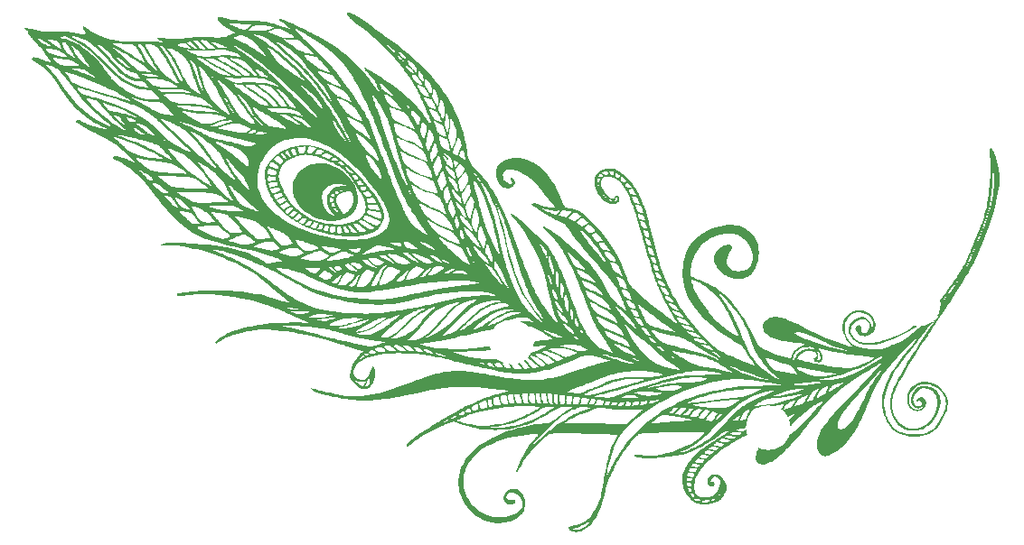
<source format=gto>
%TF.GenerationSoftware,KiCad,Pcbnew,7.0.7-2.fc38*%
%TF.CreationDate,2023-10-04T19:59:21+05:30*%
%TF.ProjectId,bottom_plate,626f7474-6f6d-45f7-906c-6174652e6b69,rev?*%
%TF.SameCoordinates,Original*%
%TF.FileFunction,Legend,Top*%
%TF.FilePolarity,Positive*%
%FSLAX46Y46*%
G04 Gerber Fmt 4.6, Leading zero omitted, Abs format (unit mm)*
G04 Created by KiCad (PCBNEW 7.0.7-2.fc38) date 2023-10-04 19:59:21*
%MOMM*%
%LPD*%
G01*
G04 APERTURE LIST*
%ADD10C,4.200000*%
%ADD11C,3.500000*%
G04 APERTURE END LIST*
%TO.C,L1*%
G36*
X85342408Y-70228199D02*
G01*
X85699011Y-70304084D01*
X86056931Y-70421440D01*
X86310054Y-70530508D01*
X86616234Y-70696380D01*
X86921147Y-70899826D01*
X87211452Y-71130798D01*
X87473810Y-71379247D01*
X87559068Y-71471279D01*
X87778528Y-71744899D01*
X87970384Y-72040021D01*
X88132331Y-72350202D01*
X88262067Y-72669003D01*
X88357285Y-72989981D01*
X88415684Y-73306694D01*
X88434957Y-73612703D01*
X88417356Y-73870691D01*
X88354986Y-74147360D01*
X88248377Y-74407811D01*
X88100487Y-74649466D01*
X87914276Y-74869749D01*
X87692701Y-75066082D01*
X87438723Y-75235888D01*
X87155299Y-75376591D01*
X87143127Y-75380873D01*
X86845388Y-75485613D01*
X86708186Y-75516376D01*
X86524337Y-75557598D01*
X86511949Y-75560376D01*
X86469827Y-75567024D01*
X86190101Y-75591574D01*
X86097479Y-75599703D01*
X85712158Y-75589601D01*
X85320546Y-75538965D01*
X84929320Y-75450044D01*
X84545161Y-75325085D01*
X84174747Y-75166337D01*
X83824758Y-74976045D01*
X83501873Y-74756459D01*
X83212771Y-74509826D01*
X83153123Y-74450898D01*
X82929859Y-74195035D01*
X82731621Y-73909676D01*
X82565280Y-73606418D01*
X82498962Y-73445492D01*
X85065719Y-73445492D01*
X85084403Y-73665447D01*
X85123659Y-73883079D01*
X85181899Y-74083586D01*
X85215737Y-74168514D01*
X85328579Y-74376434D01*
X85476942Y-74578358D01*
X85650618Y-74763294D01*
X85839401Y-74920253D01*
X86015132Y-75029207D01*
X86121230Y-75080058D01*
X86190101Y-75103316D01*
X86222063Y-75097797D01*
X86217433Y-75062320D01*
X86176529Y-74995701D01*
X86159537Y-74973826D01*
X86643059Y-74973826D01*
X86643721Y-75040376D01*
X86658080Y-75108591D01*
X86678059Y-75149507D01*
X86708186Y-75180955D01*
X86729857Y-75172894D01*
X86739095Y-75160343D01*
X86762501Y-75088983D01*
X86753864Y-75011352D01*
X86719521Y-74955296D01*
X86679788Y-74930218D01*
X86658109Y-74931018D01*
X86643059Y-74973826D01*
X86159537Y-74973826D01*
X86099670Y-74896757D01*
X86097399Y-74894028D01*
X86062666Y-74852292D01*
X85920648Y-74678228D01*
X85809535Y-74527734D01*
X85806476Y-74522865D01*
X85747732Y-74429363D01*
X86169901Y-74429363D01*
X86337578Y-74598335D01*
X86411244Y-74670705D01*
X86472664Y-74727586D01*
X86513394Y-74761337D01*
X86524337Y-74767306D01*
X86540577Y-74747137D01*
X86541305Y-74698516D01*
X86527492Y-74639275D01*
X86515907Y-74612161D01*
X86481040Y-74559346D01*
X86429659Y-74496688D01*
X86417614Y-74483606D01*
X86362091Y-74434263D01*
X86309346Y-74416903D01*
X86258367Y-74419035D01*
X86169901Y-74429363D01*
X85747732Y-74429363D01*
X85723856Y-74391359D01*
X85658139Y-74259650D01*
X85606912Y-74123155D01*
X85573476Y-74007211D01*
X85566964Y-73969908D01*
X85932938Y-73969908D01*
X85933291Y-73998255D01*
X85949219Y-74055101D01*
X85974737Y-74124800D01*
X86003862Y-74191703D01*
X86030609Y-74240163D01*
X86040964Y-74252378D01*
X86097399Y-74270134D01*
X86187007Y-74265045D01*
X86252680Y-74254275D01*
X86292196Y-74246015D01*
X86297410Y-74243799D01*
X86290479Y-74219911D01*
X86272761Y-74162204D01*
X86250786Y-74091774D01*
X86204524Y-73944385D01*
X86073053Y-73953075D01*
X85998283Y-73959312D01*
X85946759Y-73966044D01*
X85932938Y-73969908D01*
X85566964Y-73969908D01*
X85546929Y-73855152D01*
X85536424Y-73679324D01*
X85541675Y-73498918D01*
X85552671Y-73410916D01*
X85806476Y-73410916D01*
X85806476Y-73809279D01*
X85886311Y-73809009D01*
X85967813Y-73804519D01*
X86055072Y-73794033D01*
X86058265Y-73793512D01*
X86150383Y-73778286D01*
X86150383Y-73569533D01*
X86396031Y-73569533D01*
X86413778Y-73773954D01*
X86468808Y-73982131D01*
X86563799Y-74204053D01*
X86569094Y-74214598D01*
X86632072Y-74329955D01*
X86707968Y-74454592D01*
X86790627Y-74579851D01*
X86873896Y-74697074D01*
X86951622Y-74797604D01*
X87017650Y-74872785D01*
X87065827Y-74913957D01*
X87066440Y-74914304D01*
X87106439Y-74933113D01*
X87143127Y-74935542D01*
X87191850Y-74919043D01*
X87267952Y-74881063D01*
X87268669Y-74880689D01*
X87413346Y-74781726D01*
X87553693Y-74642026D01*
X87684453Y-74469975D01*
X87800367Y-74273955D01*
X87896178Y-74062352D01*
X87966627Y-73843550D01*
X87991915Y-73727362D01*
X88005494Y-73587842D01*
X88003232Y-73428952D01*
X87986525Y-73272418D01*
X87956770Y-73139965D01*
X87953503Y-73129978D01*
X87896941Y-72998017D01*
X87829764Y-72900003D01*
X87767741Y-72849155D01*
X87682620Y-72825625D01*
X87563341Y-72823391D01*
X87419119Y-72840674D01*
X87259170Y-72875694D01*
X87092708Y-72926673D01*
X86928950Y-72991831D01*
X86860631Y-73024282D01*
X86844706Y-73032708D01*
X86699393Y-73109590D01*
X86579128Y-73185622D01*
X86494285Y-73258895D01*
X86459053Y-73308262D01*
X86439314Y-73335921D01*
X86408663Y-73423214D01*
X86396782Y-73527289D01*
X86396031Y-73569533D01*
X86150383Y-73569533D01*
X86150383Y-73472050D01*
X86114644Y-73467151D01*
X86039858Y-73456901D01*
X85956673Y-73443935D01*
X85884003Y-73430070D01*
X85867905Y-73426334D01*
X85806476Y-73410916D01*
X85552671Y-73410916D01*
X85562390Y-73333127D01*
X85585030Y-73238963D01*
X85589674Y-73228001D01*
X85849711Y-73228001D01*
X85957058Y-73284164D01*
X86048578Y-73326033D01*
X86114644Y-73337799D01*
X86168711Y-73319362D01*
X86212911Y-73282253D01*
X86262445Y-73212381D01*
X86265648Y-73143323D01*
X86222303Y-73068040D01*
X86205654Y-73049026D01*
X86156742Y-73000827D01*
X86118769Y-72971638D01*
X86112335Y-72968803D01*
X86084568Y-72982445D01*
X86035368Y-73024931D01*
X85974838Y-73087426D01*
X85968140Y-73094897D01*
X85849711Y-73228001D01*
X85589674Y-73228001D01*
X85677337Y-73021071D01*
X85780250Y-72869551D01*
X86305420Y-72869551D01*
X86307138Y-72913236D01*
X86335250Y-72975296D01*
X86387687Y-73032461D01*
X86459053Y-73048019D01*
X86540999Y-73021227D01*
X86576954Y-72996858D01*
X86627515Y-72945656D01*
X86636449Y-72896265D01*
X86604128Y-72836286D01*
X86582523Y-72809784D01*
X86538956Y-72759134D01*
X86746039Y-72759134D01*
X86782323Y-72799740D01*
X86844706Y-72817441D01*
X86914273Y-72809012D01*
X86946835Y-72793346D01*
X86991197Y-72760903D01*
X87010142Y-72740348D01*
X87010151Y-72740144D01*
X86987909Y-72733768D01*
X86930462Y-72729513D01*
X86872997Y-72728428D01*
X86790273Y-72731960D01*
X86750608Y-72743462D01*
X86746039Y-72759134D01*
X86538956Y-72759134D01*
X86523367Y-72741011D01*
X86410569Y-72795812D01*
X86337999Y-72834932D01*
X86305420Y-72869551D01*
X85780250Y-72869551D01*
X85810097Y-72825607D01*
X85977756Y-72657763D01*
X86174760Y-72522729D01*
X86395556Y-72425698D01*
X86482008Y-72400509D01*
X86554033Y-72386459D01*
X86661970Y-72370415D01*
X86792721Y-72353826D01*
X86933190Y-72338136D01*
X87070279Y-72324794D01*
X87190890Y-72315244D01*
X87281927Y-72310934D01*
X87293984Y-72310826D01*
X87323464Y-72290555D01*
X87329493Y-72265196D01*
X87320905Y-72237912D01*
X87288037Y-72220560D01*
X87220231Y-72208603D01*
X87188246Y-72205054D01*
X86920595Y-72178898D01*
X86695203Y-72160476D01*
X86505750Y-72150205D01*
X86345913Y-72148500D01*
X86209370Y-72155778D01*
X86089801Y-72172453D01*
X85980882Y-72198941D01*
X85876294Y-72235657D01*
X85769713Y-72283019D01*
X85733787Y-72300674D01*
X85517463Y-72431735D01*
X85343418Y-72587465D01*
X85211007Y-72768629D01*
X85119586Y-72975992D01*
X85096432Y-73057830D01*
X85069199Y-73238018D01*
X85065719Y-73445492D01*
X82498962Y-73445492D01*
X82437708Y-73296853D01*
X82401661Y-73182877D01*
X82345577Y-72919837D01*
X82320640Y-72636848D01*
X82326569Y-72348735D01*
X82363084Y-72070319D01*
X82427352Y-71823871D01*
X82557014Y-71514346D01*
X82723401Y-71234497D01*
X82923294Y-70985396D01*
X83153475Y-70768116D01*
X83410724Y-70583728D01*
X83691824Y-70433306D01*
X83993554Y-70317921D01*
X84312697Y-70238646D01*
X84646032Y-70196552D01*
X84990343Y-70192713D01*
X85342408Y-70228199D01*
G37*
G36*
X83942376Y-68542217D02*
G01*
X84197481Y-68578728D01*
X84662636Y-68685062D01*
X85131273Y-68839914D01*
X85602680Y-69042853D01*
X86076142Y-69293447D01*
X86550946Y-69591266D01*
X87026377Y-69935877D01*
X87501722Y-70326849D01*
X87976268Y-70763750D01*
X88229512Y-71016139D01*
X88397573Y-71191334D01*
X88565241Y-71373015D01*
X88736038Y-71565435D01*
X88913489Y-71772853D01*
X89101116Y-71999523D01*
X89302441Y-72249701D01*
X89520989Y-72527643D01*
X89760281Y-72837605D01*
X90023110Y-73182877D01*
X90213865Y-73448056D01*
X90386240Y-73714001D01*
X90536239Y-73973518D01*
X90659865Y-74219411D01*
X90753121Y-74444485D01*
X90794039Y-74570788D01*
X90816664Y-74674918D01*
X90835717Y-74807223D01*
X90850151Y-74953378D01*
X90858921Y-75099058D01*
X90860980Y-75229938D01*
X90855282Y-75331691D01*
X90851439Y-75356861D01*
X90805811Y-75524808D01*
X90730571Y-75716846D01*
X90662096Y-75860440D01*
X90651882Y-75876664D01*
X90535508Y-76061512D01*
X90367487Y-76255845D01*
X90165731Y-76436958D01*
X90159100Y-76441657D01*
X89937936Y-76598368D01*
X89691801Y-76733594D01*
X89681371Y-76738124D01*
X89554416Y-76793270D01*
X89230157Y-76899904D01*
X88867507Y-76979990D01*
X88731810Y-76998193D01*
X88469510Y-77033378D01*
X88039211Y-77059917D01*
X87949640Y-77059827D01*
X87579656Y-77059454D01*
X87218951Y-77038948D01*
X87093889Y-77031838D01*
X86768545Y-76996729D01*
X86584956Y-76976918D01*
X86396031Y-76950340D01*
X86077257Y-76895166D01*
X85790356Y-76845508D01*
X85553192Y-76792590D01*
X85208969Y-76715784D01*
X84887155Y-76626440D01*
X84752055Y-76588933D01*
X85758191Y-76588933D01*
X85779182Y-76607999D01*
X85834200Y-76631167D01*
X85908859Y-76654180D01*
X85988774Y-76672779D01*
X86059558Y-76682708D01*
X86077257Y-76683360D01*
X86163816Y-76667095D01*
X86178312Y-76655428D01*
X86443660Y-76655428D01*
X86451189Y-76707295D01*
X86478490Y-76737331D01*
X86529859Y-76754474D01*
X86609590Y-76767663D01*
X86624193Y-76769843D01*
X86768545Y-76772216D01*
X86852964Y-76756359D01*
X86964114Y-76725239D01*
X86948207Y-76624464D01*
X86933011Y-76542946D01*
X86911010Y-76441450D01*
X86895456Y-76376300D01*
X86862386Y-76264236D01*
X86825580Y-76193733D01*
X86777180Y-76157401D01*
X86709324Y-76147844D01*
X86656771Y-76151796D01*
X86584806Y-76162299D01*
X86538123Y-76172661D01*
X86535733Y-76173191D01*
X86524634Y-76178097D01*
X86516011Y-76205911D01*
X86502109Y-76271739D01*
X86485016Y-76365021D01*
X86470748Y-76450453D01*
X86451612Y-76572794D01*
X86443660Y-76655428D01*
X86178312Y-76655428D01*
X86227093Y-76616166D01*
X86268899Y-76527376D01*
X86291046Y-76397529D01*
X86295660Y-76297970D01*
X86297772Y-76145945D01*
X86242467Y-76138783D01*
X87049035Y-76138783D01*
X87050749Y-76175256D01*
X87063583Y-76234463D01*
X87088745Y-76324620D01*
X87124703Y-76444875D01*
X87218951Y-76756641D01*
X87390905Y-76756512D01*
X87486088Y-76754398D01*
X87568020Y-76748989D01*
X87617380Y-76741768D01*
X87639377Y-76735497D01*
X87652629Y-76726240D01*
X87654770Y-76707759D01*
X87643436Y-76673813D01*
X87616263Y-76618163D01*
X87570884Y-76534569D01*
X87504936Y-76416792D01*
X87472074Y-76358367D01*
X87415012Y-76262510D01*
X87360328Y-76180361D01*
X87315988Y-76123455D01*
X87298174Y-76106578D01*
X87216435Y-76073882D01*
X87129165Y-76076362D01*
X87074127Y-76101175D01*
X87057230Y-76116829D01*
X87049035Y-76138783D01*
X86242467Y-76138783D01*
X86193371Y-76132425D01*
X86104047Y-76121923D01*
X86018791Y-76113507D01*
X86006440Y-76112496D01*
X85923910Y-76106088D01*
X85841473Y-76339453D01*
X85806685Y-76439216D01*
X85778975Y-76521119D01*
X85761903Y-76574495D01*
X85758191Y-76588933D01*
X84752055Y-76588933D01*
X84657525Y-76562689D01*
X84447621Y-76491502D01*
X84357744Y-76461021D01*
X85184010Y-76461021D01*
X85184388Y-76461481D01*
X85221052Y-76479171D01*
X85287267Y-76500405D01*
X85368310Y-76521693D01*
X85449461Y-76539541D01*
X85515995Y-76550460D01*
X85553192Y-76550958D01*
X85555762Y-76549553D01*
X85572424Y-76518214D01*
X85598596Y-76453582D01*
X85629509Y-76369374D01*
X85660392Y-76279305D01*
X85686475Y-76197093D01*
X85702987Y-76136452D01*
X85706291Y-76116735D01*
X85692257Y-76091419D01*
X85642878Y-76069200D01*
X85551427Y-76047093D01*
X85547354Y-76046279D01*
X85489194Y-76035759D01*
X87526011Y-76035759D01*
X87537650Y-76060554D01*
X87569135Y-76118711D01*
X87615318Y-76201294D01*
X87671054Y-76299368D01*
X87731194Y-76403997D01*
X87790591Y-76506246D01*
X87844100Y-76597179D01*
X87886572Y-76667862D01*
X87912860Y-76709358D01*
X87917771Y-76715866D01*
X87949640Y-76721876D01*
X88017135Y-76720065D01*
X88107469Y-76710960D01*
X88137609Y-76706812D01*
X88235168Y-76691503D01*
X88291789Y-76678711D01*
X88315325Y-76665218D01*
X88313632Y-76647805D01*
X88306535Y-76637580D01*
X88280612Y-76606000D01*
X88228925Y-76544203D01*
X88157534Y-76459394D01*
X88072504Y-76358783D01*
X88009378Y-76284302D01*
X87919220Y-76180162D01*
X87838321Y-76090671D01*
X87772596Y-76022062D01*
X87727957Y-75980569D01*
X87712125Y-75970981D01*
X87669673Y-75978163D01*
X87612031Y-75995262D01*
X87558357Y-76015610D01*
X87527811Y-76032539D01*
X87526011Y-76035759D01*
X85489194Y-76035759D01*
X85464940Y-76031372D01*
X85404129Y-76023145D01*
X85378256Y-76023349D01*
X85353831Y-76060859D01*
X85319534Y-76126513D01*
X85280624Y-76208427D01*
X85242358Y-76294718D01*
X85209995Y-76373502D01*
X85188793Y-76432898D01*
X85184010Y-76461021D01*
X84357744Y-76461021D01*
X84141681Y-76387745D01*
X83958549Y-76314579D01*
X84627365Y-76314579D01*
X84649269Y-76335672D01*
X84704889Y-76357674D01*
X84779092Y-76376282D01*
X84856740Y-76387193D01*
X84887155Y-76388446D01*
X84969160Y-76367070D01*
X85038319Y-76301508D01*
X85096109Y-76190090D01*
X85118009Y-76127088D01*
X85140897Y-76051209D01*
X85155691Y-75997605D01*
X85159137Y-75979288D01*
X85136202Y-75969170D01*
X85080763Y-75947190D01*
X85026551Y-75926380D01*
X84897593Y-75877448D01*
X84762479Y-76084731D01*
X84705504Y-76174256D01*
X84660399Y-76249159D01*
X84632968Y-76299565D01*
X84627365Y-76314579D01*
X83958549Y-76314579D01*
X83806734Y-76253925D01*
X83792741Y-76247429D01*
X83621478Y-76167925D01*
X84006822Y-76167925D01*
X84007509Y-76169767D01*
X84042849Y-76188580D01*
X84108247Y-76213544D01*
X84191175Y-76240952D01*
X84279105Y-76267096D01*
X84359508Y-76288271D01*
X84419856Y-76300770D01*
X84447621Y-76300886D01*
X84448107Y-76300121D01*
X84463269Y-76271053D01*
X84498388Y-76209914D01*
X84547749Y-76126522D01*
X84589660Y-76056958D01*
X84644853Y-75965648D01*
X84689204Y-75891626D01*
X84717385Y-75843826D01*
X84724711Y-75830527D01*
X84703395Y-75821396D01*
X84645547Y-75801435D01*
X84561616Y-75774183D01*
X84515286Y-75759599D01*
X84415582Y-75731482D01*
X84337623Y-75715241D01*
X84291775Y-75712849D01*
X84285069Y-75715817D01*
X84248230Y-75762608D01*
X84199930Y-75832490D01*
X84146462Y-75915167D01*
X84094123Y-76000345D01*
X84049206Y-76077727D01*
X84018008Y-76137019D01*
X84006822Y-76167925D01*
X83621478Y-76167925D01*
X83327669Y-76031532D01*
X83266518Y-76003144D01*
X83203135Y-75968687D01*
X83521950Y-75968687D01*
X83543111Y-75990304D01*
X83596267Y-76018557D01*
X83665921Y-76047490D01*
X83736577Y-76071148D01*
X83792741Y-76083577D01*
X83816281Y-76081799D01*
X83840170Y-76055743D01*
X83882303Y-76000014D01*
X83935322Y-75925434D01*
X83991872Y-75842825D01*
X84044595Y-75763009D01*
X84086137Y-75696808D01*
X84109140Y-75655045D01*
X84111505Y-75647481D01*
X84090434Y-75630603D01*
X84035778Y-75604031D01*
X83975477Y-75579709D01*
X83897116Y-75552209D01*
X83835392Y-75533817D01*
X83809664Y-75529030D01*
X83787000Y-75548551D01*
X83746630Y-75599792D01*
X83695578Y-75672022D01*
X83640867Y-75754510D01*
X83589519Y-75836522D01*
X83548559Y-75907328D01*
X83525008Y-75956195D01*
X83521950Y-75968687D01*
X83203135Y-75968687D01*
X82757226Y-75726276D01*
X82714676Y-75699380D01*
X82873389Y-75699380D01*
X83089960Y-75799436D01*
X83184781Y-75841594D01*
X83263204Y-75873389D01*
X83314474Y-75890623D01*
X83327669Y-75892248D01*
X83347025Y-75870341D01*
X83385324Y-75816719D01*
X83435957Y-75741630D01*
X83492320Y-75655323D01*
X83547806Y-75568048D01*
X83595808Y-75490053D01*
X83629720Y-75431587D01*
X83642906Y-75403204D01*
X83623304Y-75386250D01*
X83570254Y-75356705D01*
X83500454Y-75323369D01*
X83422510Y-75289826D01*
X83362004Y-75266422D01*
X83334130Y-75258602D01*
X83309381Y-75275096D01*
X83257664Y-75320138D01*
X83186273Y-75387066D01*
X83102505Y-75469219D01*
X83092757Y-75478991D01*
X82873389Y-75699380D01*
X82714676Y-75699380D01*
X82703950Y-75692600D01*
X82324338Y-75452647D01*
X82280678Y-75425050D01*
X82157934Y-75335113D01*
X82417145Y-75335113D01*
X82472110Y-75409793D01*
X82544809Y-75484426D01*
X82629602Y-75535823D01*
X82703950Y-75553288D01*
X82775355Y-75533032D01*
X82868334Y-75474807D01*
X82978033Y-75382056D01*
X83060100Y-75300606D01*
X83124976Y-75230936D01*
X83174038Y-75175003D01*
X83199410Y-75141912D01*
X83201236Y-75137401D01*
X83182691Y-75116401D01*
X83135233Y-75074345D01*
X83068909Y-75020110D01*
X83065004Y-75017022D01*
X82991770Y-74961554D01*
X82944651Y-74934064D01*
X82912901Y-74930052D01*
X82888280Y-74943031D01*
X82853071Y-74971483D01*
X82789769Y-75023669D01*
X82707893Y-75091712D01*
X82631781Y-75155313D01*
X82417145Y-75335113D01*
X82157934Y-75335113D01*
X81838690Y-75101197D01*
X81817670Y-75083331D01*
X81765437Y-75038935D01*
X81987525Y-75038935D01*
X82015367Y-75063465D01*
X82071249Y-75101425D01*
X82111919Y-75126228D01*
X82221301Y-75172490D01*
X82324338Y-75176727D01*
X82425115Y-75137389D01*
X82527715Y-75052928D01*
X82630617Y-74929450D01*
X82738210Y-74783295D01*
X82669490Y-74725412D01*
X82605914Y-74674012D01*
X82547476Y-74629982D01*
X82546086Y-74629000D01*
X82522475Y-74615012D01*
X82498217Y-74611905D01*
X82466123Y-74623678D01*
X82419004Y-74654328D01*
X82349673Y-74707854D01*
X82250940Y-74788254D01*
X82232491Y-74803421D01*
X82139189Y-74882508D01*
X82062913Y-74951684D01*
X82010190Y-75004673D01*
X81987547Y-75035201D01*
X81987525Y-75038935D01*
X81765437Y-75038935D01*
X81459645Y-74779025D01*
X81433081Y-74756447D01*
X81365342Y-74689352D01*
X81605895Y-74689352D01*
X81622134Y-74715153D01*
X81664292Y-74763271D01*
X81711783Y-74811868D01*
X81817670Y-74915788D01*
X81963572Y-74821298D01*
X82032642Y-74770748D01*
X82112372Y-74703600D01*
X82193971Y-74628460D01*
X82268649Y-74553935D01*
X82327614Y-74488629D01*
X82362077Y-74441150D01*
X82367404Y-74425943D01*
X82347893Y-74404297D01*
X82298425Y-74370013D01*
X82267275Y-74351605D01*
X82205581Y-74319068D01*
X82161250Y-74308081D01*
X82111837Y-74317308D01*
X82052333Y-74338812D01*
X81962133Y-74377656D01*
X81874521Y-74422561D01*
X81850504Y-74436782D01*
X81791470Y-74480755D01*
X81726369Y-74539527D01*
X81666326Y-74601614D01*
X81622463Y-74655530D01*
X81605895Y-74689352D01*
X81365342Y-74689352D01*
X81102424Y-74428933D01*
X81065670Y-74392528D01*
X80862684Y-74156087D01*
X81160110Y-74156087D01*
X81227389Y-74246755D01*
X81285008Y-74322749D01*
X81351581Y-74408289D01*
X81377156Y-74440510D01*
X81459645Y-74543598D01*
X81765888Y-74345645D01*
X81889286Y-74263359D01*
X81981210Y-74196694D01*
X82038069Y-74148447D01*
X82056276Y-74121416D01*
X82055694Y-74119733D01*
X82032626Y-74087713D01*
X81987661Y-74030186D01*
X81930361Y-73959376D01*
X81928135Y-73956668D01*
X81870379Y-73886480D01*
X81824070Y-73830268D01*
X81798879Y-73799767D01*
X81798419Y-73799213D01*
X81781154Y-73797225D01*
X81742449Y-73811375D01*
X81678551Y-73843722D01*
X81585705Y-73896326D01*
X81460159Y-73971245D01*
X81298159Y-74070538D01*
X81254038Y-74097852D01*
X81160110Y-74156087D01*
X80862684Y-74156087D01*
X80771849Y-74050281D01*
X80738274Y-74011172D01*
X80509471Y-73693031D01*
X80849385Y-73693031D01*
X80962402Y-73850134D01*
X81020546Y-73924493D01*
X81069954Y-73975853D01*
X81102424Y-73995912D01*
X81106076Y-73995472D01*
X81136818Y-73978846D01*
X81197577Y-73942542D01*
X81279309Y-73892277D01*
X81372966Y-73833768D01*
X81469501Y-73772734D01*
X81559869Y-73714893D01*
X81635021Y-73665961D01*
X81685912Y-73631658D01*
X81703545Y-73617848D01*
X81690219Y-73596199D01*
X81654652Y-73546221D01*
X81604457Y-73478605D01*
X81602944Y-73476600D01*
X81550847Y-73409570D01*
X81510646Y-73361500D01*
X81490856Y-73342560D01*
X81490696Y-73342548D01*
X81466470Y-73353856D01*
X81407220Y-73384974D01*
X81320782Y-73431694D01*
X81214989Y-73489805D01*
X81164522Y-73517790D01*
X80849385Y-73693031D01*
X80509471Y-73693031D01*
X80452711Y-73614108D01*
X80434290Y-73582808D01*
X80210800Y-73203066D01*
X80210224Y-73201825D01*
X80196015Y-73171208D01*
X80525044Y-73171208D01*
X80537660Y-73198283D01*
X80571465Y-73256084D01*
X80620398Y-73334460D01*
X80648447Y-73377889D01*
X80771849Y-73566923D01*
X80851106Y-73519673D01*
X80905664Y-73488246D01*
X80990461Y-73440658D01*
X81092536Y-73384145D01*
X81169870Y-73341761D01*
X81265882Y-73288444D01*
X81343549Y-73243528D01*
X81394152Y-73212176D01*
X81409377Y-73199978D01*
X81398245Y-73174477D01*
X81369171Y-73118795D01*
X81331670Y-73050761D01*
X81290710Y-72978444D01*
X81260114Y-72925314D01*
X81247164Y-72903899D01*
X81222367Y-72907777D01*
X81161515Y-72926236D01*
X81074211Y-72955722D01*
X80970059Y-72992680D01*
X80858661Y-73033554D01*
X80749623Y-73074790D01*
X80652547Y-73112832D01*
X80577037Y-73144127D01*
X80532696Y-73165117D01*
X80525044Y-73171208D01*
X80196015Y-73171208D01*
X80014359Y-72779775D01*
X80013303Y-72776957D01*
X79952300Y-72614154D01*
X80230267Y-72614154D01*
X80241162Y-72644676D01*
X80270272Y-72707045D01*
X80312229Y-72790009D01*
X80332278Y-72828076D01*
X80434290Y-73019531D01*
X80547220Y-72975525D01*
X80618853Y-72948191D01*
X80720796Y-72910027D01*
X80837173Y-72866953D01*
X80911940Y-72839528D01*
X81013737Y-72800742D01*
X81095801Y-72766441D01*
X81148709Y-72740762D01*
X81163729Y-72728975D01*
X81155185Y-72697708D01*
X81133095Y-72636116D01*
X81110472Y-72578174D01*
X81078463Y-72502639D01*
X81051425Y-72445696D01*
X81038902Y-72424721D01*
X81010254Y-72422886D01*
X80944374Y-72431696D01*
X80850874Y-72448899D01*
X80739368Y-72472243D01*
X80619469Y-72499475D01*
X80500792Y-72528344D01*
X80392950Y-72556598D01*
X80305555Y-72581984D01*
X80248221Y-72602251D01*
X80230267Y-72614154D01*
X79952300Y-72614154D01*
X79936325Y-72571519D01*
X79862077Y-72325910D01*
X79801923Y-72063747D01*
X79796345Y-72030391D01*
X80060758Y-72030391D01*
X80062516Y-72056563D01*
X80075832Y-72115938D01*
X80096832Y-72195077D01*
X80121643Y-72280541D01*
X80146395Y-72358889D01*
X80167213Y-72416682D01*
X80178561Y-72439229D01*
X80210224Y-72442928D01*
X80277921Y-72433469D01*
X80371234Y-72413684D01*
X80479742Y-72386407D01*
X80593027Y-72354471D01*
X80700668Y-72320709D01*
X80792246Y-72287952D01*
X80857341Y-72259036D01*
X80871022Y-72250960D01*
X80964848Y-72188869D01*
X80930363Y-72105889D01*
X80912622Y-72063199D01*
X80878112Y-71991293D01*
X80844989Y-71940229D01*
X80827923Y-71925069D01*
X80795483Y-71924792D01*
X80725501Y-71930816D01*
X80628447Y-71941704D01*
X80514789Y-71956018D01*
X80394996Y-71972321D01*
X80279537Y-71989177D01*
X80178880Y-72005147D01*
X80103495Y-72018794D01*
X80063851Y-72028682D01*
X80060758Y-72030391D01*
X79796345Y-72030391D01*
X79757091Y-71795656D01*
X79735761Y-71597008D01*
X79999019Y-71597008D01*
X79999724Y-71690108D01*
X80002270Y-71777390D01*
X80006535Y-71845132D01*
X80012397Y-71879611D01*
X80013303Y-71880967D01*
X80039533Y-71880465D01*
X80103685Y-71872477D01*
X80195427Y-71858769D01*
X80304430Y-71841102D01*
X80420361Y-71821239D01*
X80532892Y-71800943D01*
X80631691Y-71781977D01*
X80706428Y-71766103D01*
X80743061Y-71756446D01*
X80762519Y-71726912D01*
X80764535Y-71668828D01*
X80751781Y-71598465D01*
X80726930Y-71532094D01*
X80699669Y-71492331D01*
X80671543Y-71472565D01*
X80626444Y-71457583D01*
X80567565Y-71447821D01*
X80555902Y-71445887D01*
X80451450Y-71435977D01*
X80338411Y-71428366D01*
X80259684Y-71424144D01*
X81014789Y-71424144D01*
X81026015Y-71639309D01*
X81049683Y-71758119D01*
X81074586Y-71834999D01*
X81116862Y-71947563D01*
X81172790Y-72087125D01*
X81238646Y-72244999D01*
X81310707Y-72412499D01*
X81385250Y-72580940D01*
X81458552Y-72741635D01*
X81526890Y-72885899D01*
X81572362Y-72977530D01*
X81821172Y-73412511D01*
X82110451Y-73822830D01*
X82436675Y-74204812D01*
X82796326Y-74554783D01*
X83185881Y-74869067D01*
X83601819Y-75143989D01*
X83705457Y-75203862D01*
X84106565Y-75405554D01*
X84539110Y-75579532D01*
X84992633Y-75723053D01*
X85456672Y-75833376D01*
X85920767Y-75907760D01*
X86374457Y-75943461D01*
X86538123Y-75946318D01*
X86908280Y-75932981D01*
X87223653Y-75894396D01*
X88017307Y-75894396D01*
X88031888Y-75921356D01*
X88071430Y-75978139D01*
X88129637Y-76056666D01*
X88200209Y-76148860D01*
X88276848Y-76246641D01*
X88353258Y-76341932D01*
X88423139Y-76426653D01*
X88480193Y-76492726D01*
X88502829Y-76517165D01*
X88614661Y-76606129D01*
X88731810Y-76648840D01*
X88834172Y-76647354D01*
X88998914Y-76613612D01*
X89118514Y-76583972D01*
X89196670Y-76557240D01*
X89237084Y-76532224D01*
X89244895Y-76514902D01*
X89225156Y-76487572D01*
X89169588Y-76436514D01*
X89082973Y-76365643D01*
X88970099Y-76278872D01*
X88835749Y-76180116D01*
X88835285Y-76179782D01*
X88674736Y-76064504D01*
X88548269Y-75975128D01*
X88450431Y-75908391D01*
X88375768Y-75861028D01*
X88318829Y-75829776D01*
X88274159Y-75811370D01*
X88236305Y-75802548D01*
X88200868Y-75800057D01*
X88136936Y-75810402D01*
X88073632Y-75837016D01*
X88028569Y-75870847D01*
X88017307Y-75894396D01*
X87223653Y-75894396D01*
X87247879Y-75891432D01*
X87568304Y-75819044D01*
X87880940Y-75713189D01*
X87978308Y-75669483D01*
X88508603Y-75669483D01*
X88527911Y-75691011D01*
X88581393Y-75735103D01*
X88662390Y-75797003D01*
X88764243Y-75871958D01*
X88880292Y-75955211D01*
X89003878Y-76042010D01*
X89128341Y-76127598D01*
X89247022Y-76207222D01*
X89353261Y-76276126D01*
X89393745Y-76301450D01*
X89512394Y-76368795D01*
X89604729Y-76404323D01*
X89681371Y-76408611D01*
X89752941Y-76382240D01*
X89830060Y-76325787D01*
X89830681Y-76325257D01*
X89895463Y-76267203D01*
X89925499Y-76228807D01*
X89924703Y-76199408D01*
X89896985Y-76168343D01*
X89890373Y-76162557D01*
X89850312Y-76133703D01*
X89777013Y-76086357D01*
X89677333Y-76024537D01*
X89558129Y-75952261D01*
X89426259Y-75873545D01*
X89288579Y-75792407D01*
X89151947Y-75712865D01*
X89023219Y-75638936D01*
X88909254Y-75574638D01*
X88816907Y-75523987D01*
X88753037Y-75491002D01*
X88724820Y-75479685D01*
X88685204Y-75495669D01*
X88629435Y-75535230D01*
X88571852Y-75585779D01*
X88526795Y-75634730D01*
X88508603Y-75669483D01*
X87978308Y-75669483D01*
X88197172Y-75571241D01*
X88225702Y-75556858D01*
X88474475Y-75419543D01*
X88599326Y-75335106D01*
X88877671Y-75335106D01*
X88897557Y-75353960D01*
X88953148Y-75392927D01*
X89037469Y-75447786D01*
X89143545Y-75514318D01*
X89264401Y-75588301D01*
X89393062Y-75665515D01*
X89522553Y-75741740D01*
X89645898Y-75812755D01*
X89756123Y-75874341D01*
X89846252Y-75922275D01*
X89857539Y-75927993D01*
X89986144Y-75990527D01*
X90082894Y-76028235D01*
X90159100Y-76039757D01*
X90226070Y-76023732D01*
X90295113Y-75978799D01*
X90377539Y-75903599D01*
X90421369Y-75860162D01*
X90506281Y-75771092D01*
X90561706Y-75703795D01*
X90584472Y-75662346D01*
X90582823Y-75652785D01*
X90554460Y-75637032D01*
X90487436Y-75605277D01*
X90388406Y-75560503D01*
X90264023Y-75505691D01*
X90120940Y-75443825D01*
X90031621Y-75405722D01*
X89868685Y-75336614D01*
X89709204Y-75269080D01*
X89562679Y-75207134D01*
X89438607Y-75154791D01*
X89346488Y-75116064D01*
X89320940Y-75105379D01*
X89138402Y-75029235D01*
X89008335Y-75174625D01*
X88947294Y-75244550D01*
X88901453Y-75300287D01*
X88878784Y-75332042D01*
X88877671Y-75335106D01*
X88599326Y-75335106D01*
X88678099Y-75281832D01*
X88840386Y-75139282D01*
X88965151Y-74987451D01*
X89056206Y-74821897D01*
X89070373Y-74779339D01*
X89281030Y-74779339D01*
X89282504Y-74819941D01*
X89303814Y-74848037D01*
X89322366Y-74862468D01*
X89406934Y-74917853D01*
X89523400Y-74985265D01*
X89658379Y-75057676D01*
X89798487Y-75128055D01*
X89930339Y-75189374D01*
X90004574Y-75220762D01*
X90099306Y-75255656D01*
X90213837Y-75293372D01*
X90336137Y-75330472D01*
X90454179Y-75363516D01*
X90555935Y-75389066D01*
X90629377Y-75403683D01*
X90651882Y-75405819D01*
X90661454Y-75404989D01*
X90666500Y-75397165D01*
X90666020Y-75374665D01*
X90659014Y-75329807D01*
X90644483Y-75254910D01*
X90621426Y-75142294D01*
X90611010Y-75091836D01*
X90587592Y-74981502D01*
X90566999Y-74890189D01*
X90551559Y-74827859D01*
X90543881Y-74804647D01*
X90518375Y-74798183D01*
X90452502Y-74784994D01*
X90354341Y-74766498D01*
X90310321Y-74758446D01*
X90231973Y-74744116D01*
X90093479Y-74719268D01*
X89946941Y-74693374D01*
X89800439Y-74667854D01*
X89662054Y-74644128D01*
X89539868Y-74623615D01*
X89441961Y-74607736D01*
X89376413Y-74597911D01*
X89352864Y-74595363D01*
X89331158Y-74616979D01*
X89307314Y-74671934D01*
X89296473Y-74708938D01*
X89281030Y-74779339D01*
X89070373Y-74779339D01*
X89117365Y-74638178D01*
X89146042Y-74484811D01*
X89151591Y-74380723D01*
X89356089Y-74380723D01*
X89491195Y-74428553D01*
X89651589Y-74477747D01*
X89825040Y-74518052D01*
X90000205Y-74547953D01*
X90165746Y-74565934D01*
X90310321Y-74570481D01*
X90422591Y-74560079D01*
X90442021Y-74555582D01*
X90465012Y-74547391D01*
X90475325Y-74532712D01*
X90470858Y-74503355D01*
X90449513Y-74451131D01*
X90409187Y-74367851D01*
X90377746Y-74305025D01*
X90259260Y-74069004D01*
X89832239Y-74076209D01*
X89692044Y-74079463D01*
X89569190Y-74083999D01*
X89471994Y-74089374D01*
X89408769Y-74095145D01*
X89388091Y-74099877D01*
X89377224Y-74131880D01*
X89370955Y-74174400D01*
X89367715Y-74196375D01*
X89363526Y-74248531D01*
X89356089Y-74380723D01*
X89151591Y-74380723D01*
X89157494Y-74269992D01*
X89138837Y-74035332D01*
X89091654Y-73798526D01*
X89081144Y-73760150D01*
X89060813Y-73692073D01*
X89038709Y-73626816D01*
X89013799Y-73563514D01*
X89268334Y-73563514D01*
X89280888Y-73628145D01*
X89303914Y-73714674D01*
X89312069Y-73741726D01*
X89370955Y-73932103D01*
X89685340Y-73932103D01*
X89863027Y-73928204D01*
X90000797Y-73916777D01*
X90096174Y-73898224D01*
X90146682Y-73872948D01*
X90154445Y-73855781D01*
X90141888Y-73826933D01*
X90107988Y-73766753D01*
X90058396Y-73684960D01*
X90016493Y-73618677D01*
X89958558Y-73528848D01*
X89910915Y-73455625D01*
X89879504Y-73408099D01*
X89870255Y-73394875D01*
X89843850Y-73395677D01*
X89781171Y-73406242D01*
X89693495Y-73423979D01*
X89592100Y-73446294D01*
X89488262Y-73470595D01*
X89393258Y-73494291D01*
X89373860Y-73499600D01*
X89318365Y-73514788D01*
X89274860Y-73529496D01*
X89268813Y-73533128D01*
X89268334Y-73563514D01*
X89013799Y-73563514D01*
X89012499Y-73560210D01*
X88979851Y-73488089D01*
X88938433Y-73406284D01*
X88909037Y-73352744D01*
X88885913Y-73310628D01*
X88819959Y-73196953D01*
X88738238Y-73061091D01*
X88667764Y-72946565D01*
X88969289Y-72946565D01*
X88976727Y-72985667D01*
X89008374Y-73047501D01*
X89065362Y-73140176D01*
X89161751Y-73263155D01*
X89264787Y-73338043D01*
X89373860Y-73364590D01*
X89488361Y-73342549D01*
X89523121Y-73326712D01*
X89588553Y-73288804D01*
X89654482Y-73244075D01*
X89707463Y-73202430D01*
X89734051Y-73173775D01*
X89735011Y-73170594D01*
X89721228Y-73147251D01*
X89683405Y-73094333D01*
X89628039Y-73020750D01*
X89587189Y-72967935D01*
X89515288Y-72881415D01*
X89453063Y-72816894D01*
X89408002Y-72781788D01*
X89394989Y-72777558D01*
X89345993Y-72786144D01*
X89267081Y-72808524D01*
X89173699Y-72839627D01*
X89081297Y-72874380D01*
X89020267Y-72900563D01*
X88984367Y-72921196D01*
X88969289Y-72946565D01*
X88667764Y-72946565D01*
X88640008Y-72901460D01*
X88638418Y-72898876D01*
X88518166Y-72706140D01*
X88375152Y-72478714D01*
X88370849Y-72471895D01*
X88640254Y-72471895D01*
X88660609Y-72529583D01*
X88695306Y-72599215D01*
X88737448Y-72666625D01*
X88772433Y-72710004D01*
X88836522Y-72758944D01*
X88909037Y-72774696D01*
X88998228Y-72756813D01*
X89112345Y-72704846D01*
X89139370Y-72690052D01*
X89295845Y-72602546D01*
X89248254Y-72536522D01*
X89196004Y-72469655D01*
X89148453Y-72415227D01*
X89072061Y-72368267D01*
X89017366Y-72360340D01*
X88956975Y-72365591D01*
X88875140Y-72378730D01*
X88787239Y-72396489D01*
X88708652Y-72415599D01*
X88654758Y-72432789D01*
X88641138Y-72440316D01*
X88640254Y-72471895D01*
X88370849Y-72471895D01*
X88276963Y-72323109D01*
X88216129Y-72226882D01*
X88127213Y-72086234D01*
X88032271Y-71936760D01*
X88336650Y-71936760D01*
X88353271Y-71997746D01*
X88395532Y-72074537D01*
X88452026Y-72150667D01*
X88511346Y-72209671D01*
X88537926Y-72227310D01*
X88640008Y-72254706D01*
X88759845Y-72239250D01*
X88863331Y-72199332D01*
X88950356Y-72158036D01*
X88907575Y-72082660D01*
X88866102Y-72021833D01*
X88805861Y-71947103D01*
X88764603Y-71901125D01*
X88696386Y-71838625D01*
X88636607Y-71801411D01*
X88610806Y-71794966D01*
X88549641Y-71805865D01*
X88476680Y-71833401D01*
X88406896Y-71869830D01*
X88355260Y-71907408D01*
X88336650Y-71936760D01*
X88032271Y-71936760D01*
X88000368Y-71886532D01*
X87893237Y-71719552D01*
X87822189Y-71610787D01*
X87802628Y-71580842D01*
X87725349Y-71465949D01*
X87658208Y-71370422D01*
X87598014Y-71289809D01*
X87597624Y-71289324D01*
X87925206Y-71289324D01*
X87926599Y-71319602D01*
X87951934Y-71377840D01*
X87994429Y-71453662D01*
X88047298Y-71536694D01*
X88103758Y-71616558D01*
X88157026Y-71682881D01*
X88200317Y-71725285D01*
X88216129Y-71734285D01*
X88260179Y-71732811D01*
X88324991Y-71714876D01*
X88394432Y-71687143D01*
X88452370Y-71656279D01*
X88482671Y-71628949D01*
X88484039Y-71623597D01*
X88471221Y-71594085D01*
X88438083Y-71538117D01*
X88404203Y-71486309D01*
X88323066Y-71380186D01*
X88246320Y-71313703D01*
X88162916Y-71279859D01*
X88065300Y-71271592D01*
X87990976Y-71275572D01*
X87938650Y-71283656D01*
X87925206Y-71289324D01*
X87597624Y-71289324D01*
X87541575Y-71219657D01*
X87485699Y-71155516D01*
X87427194Y-71092933D01*
X87362869Y-71027457D01*
X87311256Y-70976117D01*
X87147704Y-70821307D01*
X87006125Y-70701610D01*
X86986759Y-70685237D01*
X86827128Y-70567667D01*
X87279141Y-70567667D01*
X87300669Y-70615620D01*
X87346159Y-70683563D01*
X87410004Y-70764342D01*
X87486598Y-70850803D01*
X87570332Y-70935792D01*
X87644733Y-71003059D01*
X87724531Y-71068448D01*
X87779841Y-71106098D01*
X87822189Y-71121690D01*
X87863101Y-71120903D01*
X87878099Y-71118049D01*
X87959022Y-71095140D01*
X87992540Y-71069204D01*
X87980375Y-71036781D01*
X87935939Y-71001888D01*
X87893165Y-70969170D01*
X87825902Y-70912521D01*
X87745491Y-70841622D01*
X87703569Y-70803552D01*
X87581269Y-70699059D01*
X87469743Y-70618655D01*
X87375376Y-70566277D01*
X87304554Y-70545861D01*
X87287181Y-70546858D01*
X87279141Y-70567667D01*
X86827128Y-70567667D01*
X86819473Y-70562029D01*
X86636900Y-70445801D01*
X86430094Y-70330675D01*
X86261723Y-70246552D01*
X86190109Y-70210771D01*
X86038650Y-70139696D01*
X85896566Y-70076338D01*
X86604270Y-70076338D01*
X86606544Y-70115426D01*
X86642592Y-70169817D01*
X86703123Y-70231168D01*
X86778845Y-70291137D01*
X86860466Y-70341384D01*
X86933745Y-70372141D01*
X87006125Y-70382689D01*
X87078096Y-70376453D01*
X87133826Y-70356750D01*
X87157483Y-70326897D01*
X87157540Y-70325249D01*
X87140877Y-70298948D01*
X87096949Y-70249709D01*
X87034848Y-70187639D01*
X87027281Y-70180446D01*
X86954816Y-70116638D01*
X86888387Y-70066226D01*
X86841997Y-70039803D01*
X86840909Y-70039444D01*
X86778874Y-70031632D01*
X86705085Y-70037408D01*
X86639952Y-70053588D01*
X86604270Y-70076338D01*
X85896566Y-70076338D01*
X85689471Y-69983990D01*
X85608227Y-69947762D01*
X85369409Y-69849603D01*
X85971519Y-69849603D01*
X85989786Y-69870274D01*
X85995239Y-69874542D01*
X86079386Y-69924759D01*
X86175843Y-69962114D01*
X86260091Y-69977162D01*
X86261723Y-69977171D01*
X86319212Y-69968412D01*
X86391529Y-69946114D01*
X86464837Y-69916245D01*
X86525300Y-69884773D01*
X86559082Y-69857667D01*
X86561700Y-69847776D01*
X86538216Y-69825386D01*
X86481920Y-69785452D01*
X86402690Y-69734748D01*
X86354717Y-69705790D01*
X86155836Y-69588109D01*
X86053237Y-69714236D01*
X85999341Y-69782373D01*
X85973403Y-69823899D01*
X85971519Y-69849603D01*
X85369409Y-69849603D01*
X85213555Y-69785544D01*
X84851902Y-69652217D01*
X84789450Y-69632379D01*
X84520535Y-69546955D01*
X84287496Y-69487109D01*
X85038907Y-69487109D01*
X85068929Y-69503148D01*
X85133796Y-69532649D01*
X85223112Y-69571317D01*
X85326483Y-69614851D01*
X85433512Y-69658955D01*
X85533805Y-69699331D01*
X85616966Y-69731679D01*
X85672600Y-69751704D01*
X85689471Y-69756088D01*
X85718742Y-69742665D01*
X85773660Y-69708003D01*
X85842590Y-69660512D01*
X85913902Y-69608600D01*
X85975962Y-69560678D01*
X86017138Y-69525153D01*
X86027325Y-69511843D01*
X86007251Y-69495040D01*
X85952532Y-69458857D01*
X85871145Y-69408352D01*
X85771068Y-69348579D01*
X85753841Y-69338486D01*
X85649416Y-69277784D01*
X85559928Y-69226360D01*
X85494116Y-69189192D01*
X85460718Y-69171261D01*
X85459151Y-69170578D01*
X85431184Y-69180037D01*
X85377012Y-69212559D01*
X85306232Y-69260916D01*
X85228439Y-69317880D01*
X85153230Y-69376223D01*
X85090202Y-69428716D01*
X85048951Y-69468132D01*
X85038907Y-69487109D01*
X84287496Y-69487109D01*
X84216723Y-69468934D01*
X84123787Y-69451744D01*
X83937733Y-69417329D01*
X83680832Y-69391315D01*
X83547981Y-69387616D01*
X83363179Y-69392171D01*
X83192013Y-69407422D01*
X83026028Y-69435746D01*
X82978468Y-69448046D01*
X82856766Y-69479522D01*
X82675773Y-69541129D01*
X82474591Y-69622943D01*
X82373811Y-69668723D01*
X82244763Y-69727343D01*
X82131710Y-69781497D01*
X82109474Y-69792148D01*
X81961014Y-69864791D01*
X81848369Y-69922142D01*
X81762906Y-69969836D01*
X81751254Y-69977441D01*
X81695990Y-70013512D01*
X81638990Y-70058805D01*
X81583271Y-70111354D01*
X81520200Y-70176794D01*
X81519919Y-70177093D01*
X81401496Y-70316376D01*
X81301544Y-70466769D01*
X81214218Y-70639072D01*
X81181997Y-70721086D01*
X81133673Y-70844088D01*
X81092850Y-70966198D01*
X81037305Y-71195417D01*
X81014789Y-71424144D01*
X80259684Y-71424144D01*
X80218848Y-71421954D01*
X80117957Y-71418157D01*
X80045337Y-71417219D01*
X80010589Y-71419382D01*
X80009184Y-71420034D01*
X80003627Y-71448248D01*
X80000279Y-71511814D01*
X79999019Y-71597008D01*
X79735761Y-71597008D01*
X79728809Y-71532264D01*
X79718303Y-71284195D01*
X79720663Y-71222530D01*
X79984619Y-71222530D01*
X80187278Y-71250849D01*
X80312931Y-71265038D01*
X80448834Y-71275188D01*
X80565906Y-71279135D01*
X80567565Y-71279136D01*
X80660054Y-71277878D01*
X80714718Y-71271959D01*
X80742840Y-71258103D01*
X80755706Y-71233035D01*
X80758047Y-71223834D01*
X80785830Y-71101312D01*
X80802611Y-71018936D01*
X80809766Y-70969305D01*
X80809334Y-70947480D01*
X80785544Y-70931551D01*
X80722986Y-70902914D01*
X80629383Y-70864750D01*
X80512458Y-70820239D01*
X80412756Y-70784128D01*
X80021466Y-70645340D01*
X80005914Y-70796410D01*
X79996472Y-70908073D01*
X79989512Y-71026639D01*
X79987490Y-71085005D01*
X79984619Y-71222530D01*
X79720663Y-71222530D01*
X79726802Y-71062076D01*
X79745776Y-70922080D01*
X79821224Y-70632135D01*
X79901610Y-70440049D01*
X80095401Y-70440049D01*
X80122302Y-70453048D01*
X80187671Y-70479837D01*
X80283813Y-70517403D01*
X80403030Y-70562731D01*
X80520418Y-70606463D01*
X80930363Y-70757806D01*
X80983880Y-70643842D01*
X81013964Y-70571764D01*
X81031231Y-70514562D01*
X81033009Y-70495839D01*
X81011715Y-70470722D01*
X80956402Y-70425600D01*
X80874834Y-70366312D01*
X80774777Y-70298698D01*
X80746128Y-70280111D01*
X80636324Y-70209958D01*
X80536051Y-70146748D01*
X80455246Y-70096685D01*
X80403842Y-70065973D01*
X80398232Y-70062844D01*
X80332831Y-70027265D01*
X80206580Y-70226121D01*
X80153918Y-70312841D01*
X80115333Y-70383755D01*
X80095870Y-70429157D01*
X80095401Y-70440049D01*
X79901610Y-70440049D01*
X79934849Y-70360622D01*
X80089689Y-70102129D01*
X80288783Y-69851249D01*
X80319969Y-69818494D01*
X80525044Y-69818494D01*
X80544301Y-69839628D01*
X80596434Y-69881511D01*
X80672989Y-69938328D01*
X80765513Y-70004267D01*
X80865552Y-70073515D01*
X80964650Y-70140259D01*
X81054355Y-70198685D01*
X81126212Y-70242980D01*
X81171767Y-70267332D01*
X81181997Y-70270217D01*
X81207194Y-70251132D01*
X81251618Y-70204036D01*
X81305679Y-70140706D01*
X81359783Y-70072921D01*
X81404338Y-70012457D01*
X81429753Y-69971094D01*
X81432402Y-69962756D01*
X81416241Y-69936579D01*
X81370931Y-69883873D01*
X81303052Y-69811831D01*
X81219186Y-69727649D01*
X81202081Y-69710967D01*
X81113744Y-69627159D01*
X81036503Y-69557507D01*
X80977795Y-69508460D01*
X80945056Y-69486464D01*
X80942436Y-69485875D01*
X80897660Y-69501010D01*
X80830399Y-69540824D01*
X80751176Y-69596930D01*
X80670518Y-69660940D01*
X80598948Y-69724467D01*
X80546991Y-69779124D01*
X80525173Y-69816525D01*
X80525044Y-69818494D01*
X80319969Y-69818494D01*
X80431072Y-69701800D01*
X80735427Y-69434238D01*
X80888554Y-69327156D01*
X81217124Y-69327156D01*
X81236077Y-69381306D01*
X81282527Y-69451483D01*
X81377660Y-69564770D01*
X81482350Y-69660415D01*
X81584800Y-69728618D01*
X81647145Y-69754316D01*
X81711350Y-69772074D01*
X81751254Y-69779342D01*
X81766218Y-69770538D01*
X81755599Y-69740078D01*
X81718757Y-69682381D01*
X81655051Y-69591866D01*
X81623370Y-69547287D01*
X81556483Y-69456165D01*
X81489739Y-69370396D01*
X81435634Y-69305938D01*
X81427174Y-69296737D01*
X81378897Y-69248988D01*
X81345009Y-69232627D01*
X81307285Y-69242303D01*
X81282936Y-69254380D01*
X81232736Y-69288300D01*
X81217124Y-69327156D01*
X80888554Y-69327156D01*
X81073812Y-69197605D01*
X81191803Y-69131991D01*
X81621652Y-69131991D01*
X81624467Y-69149473D01*
X81648340Y-69181310D01*
X81693615Y-69242045D01*
X81752426Y-69321119D01*
X81783883Y-69363472D01*
X81866608Y-69463649D01*
X81953808Y-69550419D01*
X82036326Y-69616032D01*
X82105004Y-69652737D01*
X82131710Y-69657828D01*
X82138250Y-69635148D01*
X82127047Y-69567856D01*
X82098302Y-69457077D01*
X82092480Y-69436745D01*
X82067881Y-69366701D01*
X82031497Y-69280525D01*
X81988925Y-69189462D01*
X81945762Y-69104756D01*
X81907607Y-69037653D01*
X81880057Y-68999396D01*
X81872365Y-68994579D01*
X81839562Y-69004955D01*
X81778615Y-69031706D01*
X81726027Y-69057355D01*
X81652003Y-69100072D01*
X81621652Y-69131991D01*
X81191803Y-69131991D01*
X81440833Y-68993507D01*
X81601913Y-68923360D01*
X82152345Y-68923360D01*
X82260141Y-69196695D01*
X82302381Y-69303029D01*
X82337874Y-69390924D01*
X82362914Y-69451300D01*
X82373791Y-69475075D01*
X82373811Y-69475093D01*
X82398572Y-69470143D01*
X82454129Y-69450920D01*
X82526540Y-69423056D01*
X82601865Y-69392184D01*
X82666164Y-69363935D01*
X82705497Y-69343942D01*
X82711456Y-69338676D01*
X82703556Y-69311915D01*
X82682045Y-69249045D01*
X82650395Y-69160021D01*
X82619338Y-69074558D01*
X82569031Y-68946149D01*
X82528995Y-68863847D01*
X82498332Y-68825912D01*
X82488857Y-68822768D01*
X82446512Y-68830225D01*
X82374640Y-68849772D01*
X82301492Y-68872993D01*
X82152345Y-68923360D01*
X81601913Y-68923360D01*
X81831100Y-68823554D01*
X82176210Y-68710071D01*
X82791748Y-68710071D01*
X82796351Y-68733988D01*
X82812984Y-68795466D01*
X82839014Y-68885174D01*
X82871584Y-68993051D01*
X82904823Y-69101851D01*
X82932015Y-69191884D01*
X82950336Y-69253721D01*
X82956959Y-69277904D01*
X82978468Y-69280719D01*
X83032708Y-69276012D01*
X83104252Y-69265974D01*
X83177672Y-69252796D01*
X83179270Y-69252419D01*
X84406282Y-69252419D01*
X84426669Y-69269782D01*
X84479453Y-69299669D01*
X84535247Y-69327094D01*
X84666500Y-69372589D01*
X84789450Y-69386104D01*
X84891695Y-69366529D01*
X84905334Y-69360236D01*
X84952088Y-69328337D01*
X85014685Y-69275514D01*
X85082770Y-69211919D01*
X85145987Y-69147703D01*
X85193982Y-69093018D01*
X85216398Y-69058015D01*
X85216921Y-69054788D01*
X85196633Y-69030620D01*
X85143365Y-68993309D01*
X85068507Y-68950803D01*
X85066081Y-68949549D01*
X84913465Y-68888966D01*
X84778756Y-68873674D01*
X84662424Y-68903619D01*
X84564937Y-68978747D01*
X84539053Y-69010608D01*
X84497324Y-69072948D01*
X84455632Y-69143845D01*
X84422552Y-69207681D01*
X84406658Y-69248841D01*
X84406282Y-69252419D01*
X83179270Y-69252419D01*
X83237539Y-69238670D01*
X83241544Y-69237485D01*
X83338942Y-69183444D01*
X83353630Y-69166410D01*
X83657041Y-69166410D01*
X83666232Y-69197151D01*
X83697195Y-69206842D01*
X83765053Y-69217235D01*
X83857626Y-69226644D01*
X83903845Y-69230090D01*
X84123787Y-69244692D01*
X84313917Y-69002953D01*
X84400546Y-68891506D01*
X84458840Y-68812865D01*
X84491942Y-68762109D01*
X84502992Y-68734321D01*
X84495131Y-68724582D01*
X84491842Y-68724366D01*
X84464244Y-68719466D01*
X84398491Y-68706123D01*
X84304428Y-68686375D01*
X84191975Y-68662279D01*
X84077397Y-68638983D01*
X83979073Y-68621743D01*
X83907627Y-68612237D01*
X83873971Y-68612025D01*
X83838366Y-68645192D01*
X83797524Y-68712782D01*
X83755512Y-68803348D01*
X83716393Y-68905442D01*
X83684232Y-69007616D01*
X83663093Y-69098421D01*
X83657041Y-69166410D01*
X83353630Y-69166410D01*
X83419650Y-69089843D01*
X83479335Y-68964669D01*
X83513668Y-68815913D01*
X83520239Y-68723361D01*
X83521950Y-68611815D01*
X83159619Y-68658491D01*
X83032444Y-68675140D01*
X82924026Y-68689841D01*
X82842999Y-68701381D01*
X82798001Y-68708551D01*
X82791748Y-68710071D01*
X82176210Y-68710071D01*
X82239218Y-68689352D01*
X82659798Y-68592509D01*
X83087445Y-68534634D01*
X83516768Y-68517334D01*
X83942376Y-68542217D01*
G37*
G36*
X87499992Y-56062390D02*
G01*
X87507588Y-56063475D01*
X87673578Y-56093323D01*
X87836913Y-56135544D01*
X88001673Y-56192465D01*
X88171940Y-56266410D01*
X88351798Y-56359707D01*
X88545327Y-56474682D01*
X88756610Y-56613660D01*
X88989729Y-56778968D01*
X89248765Y-56972932D01*
X89537802Y-57197878D01*
X89638584Y-57277809D01*
X89909171Y-57491803D01*
X90153739Y-57681760D01*
X90383351Y-57855870D01*
X90609070Y-58022322D01*
X90841960Y-58189308D01*
X91093085Y-58365016D01*
X91295024Y-58504007D01*
X92049612Y-59038435D01*
X92757253Y-59576948D01*
X93420088Y-60121633D01*
X94040258Y-60674577D01*
X94619904Y-61237866D01*
X95161167Y-61813588D01*
X95666189Y-62403828D01*
X96137111Y-63010674D01*
X96576075Y-63636212D01*
X96602712Y-63676300D01*
X96971640Y-64264628D01*
X97309123Y-64866841D01*
X97613305Y-65478289D01*
X97882332Y-66094320D01*
X98114348Y-66710282D01*
X98307498Y-67321523D01*
X98459927Y-67923392D01*
X98569780Y-68511236D01*
X98591371Y-68662954D01*
X98630238Y-68942595D01*
X98667431Y-69180676D01*
X98704422Y-69384664D01*
X98742686Y-69562027D01*
X98783694Y-69720233D01*
X98828709Y-69866116D01*
X98899166Y-70054700D01*
X98976274Y-70209333D01*
X99069560Y-70345113D01*
X99188550Y-70477134D01*
X99254292Y-70540528D01*
X99581426Y-70854272D01*
X99872694Y-71152767D01*
X100135312Y-71444387D01*
X100376492Y-71737502D01*
X100603450Y-72040484D01*
X100822717Y-72360669D01*
X100961254Y-72581059D01*
X101113928Y-72841062D01*
X101277568Y-73134310D01*
X101449000Y-73454437D01*
X101625052Y-73795076D01*
X101802552Y-74149860D01*
X101978326Y-74512423D01*
X102149204Y-74876398D01*
X102312011Y-75235418D01*
X102463576Y-75583116D01*
X102600725Y-75913125D01*
X102632916Y-75993444D01*
X102669633Y-76086096D01*
X102703358Y-76172076D01*
X102735902Y-76256359D01*
X102769075Y-76343919D01*
X102804688Y-76439733D01*
X102844551Y-76548776D01*
X102890474Y-76676023D01*
X102944269Y-76826449D01*
X103007744Y-77005029D01*
X103082711Y-77216739D01*
X103170980Y-77466554D01*
X103237033Y-77653670D01*
X103357107Y-77990438D01*
X103484840Y-78342315D01*
X103618499Y-78704884D01*
X103756353Y-79073733D01*
X103896670Y-79444448D01*
X104037718Y-79812613D01*
X104177766Y-80173814D01*
X104315081Y-80523638D01*
X104447933Y-80857670D01*
X104574588Y-81171496D01*
X104693317Y-81460701D01*
X104802385Y-81720872D01*
X104900063Y-81947594D01*
X104984619Y-82136452D01*
X105048780Y-82271852D01*
X105325168Y-82801775D01*
X105614931Y-83294695D01*
X105925869Y-83762079D01*
X106265782Y-84215394D01*
X106642467Y-84666106D01*
X106788606Y-84829964D01*
X106925041Y-84979641D01*
X107032448Y-85095236D01*
X107113942Y-85179827D01*
X107172635Y-85236491D01*
X107211640Y-85268305D01*
X107234071Y-85278346D01*
X107240061Y-85276145D01*
X107234740Y-85250583D01*
X107211915Y-85187332D01*
X107202324Y-85163320D01*
X107631287Y-85163320D01*
X107638341Y-85187486D01*
X107665690Y-85243853D01*
X107708337Y-85322504D01*
X107734656Y-85368497D01*
X107852315Y-85541662D01*
X108001673Y-85716891D01*
X108172390Y-85884829D01*
X108354126Y-86036117D01*
X108536539Y-86161399D01*
X108709290Y-86251317D01*
X108711081Y-86252068D01*
X108800528Y-86289441D01*
X108734568Y-86184418D01*
X108691419Y-86117309D01*
X108630645Y-86024812D01*
X108562279Y-85922146D01*
X108541195Y-85890801D01*
X108527603Y-85870594D01*
X108456250Y-85770173D01*
X108382468Y-85674959D01*
X108369149Y-85659420D01*
X109265268Y-85659420D01*
X109266559Y-85725748D01*
X109271994Y-85799435D01*
X109280931Y-85866683D01*
X109292058Y-85911984D01*
X109354347Y-86016778D01*
X109448703Y-86104552D01*
X109492549Y-86131214D01*
X109519294Y-86143645D01*
X109532821Y-86142698D01*
X109531372Y-86122160D01*
X109513189Y-86075815D01*
X109476511Y-85997449D01*
X109424553Y-85890978D01*
X109372183Y-85785204D01*
X109327299Y-85696295D01*
X109294441Y-85633123D01*
X109278149Y-85604558D01*
X109277696Y-85604033D01*
X109268766Y-85614249D01*
X109265268Y-85659420D01*
X108369149Y-85659420D01*
X108317718Y-85599415D01*
X108291943Y-85573194D01*
X108243410Y-85533962D01*
X108168705Y-85480825D01*
X108110055Y-85441607D01*
X108102297Y-85436419D01*
X108076374Y-85419085D01*
X107974964Y-85354045D01*
X107873018Y-85291006D01*
X107779084Y-85235269D01*
X107701708Y-85192138D01*
X107649435Y-85166914D01*
X107631287Y-85163320D01*
X107202324Y-85163320D01*
X107174409Y-85093432D01*
X107125045Y-84975922D01*
X107066648Y-84841840D01*
X107058508Y-84823487D01*
X107004090Y-84701150D01*
X106955824Y-84591973D01*
X106912619Y-84492202D01*
X106873386Y-84398083D01*
X106837034Y-84305860D01*
X106802473Y-84211779D01*
X106768615Y-84112084D01*
X106734369Y-84003021D01*
X106700934Y-83888665D01*
X107034754Y-83888665D01*
X107043701Y-83929257D01*
X107066197Y-83998076D01*
X107099119Y-84086752D01*
X107139348Y-84186916D01*
X107183762Y-84290197D01*
X107229242Y-84388225D01*
X107233380Y-84396707D01*
X107297854Y-84522337D01*
X107357399Y-84621044D01*
X107423869Y-84709361D01*
X107509118Y-84803820D01*
X107569757Y-84865843D01*
X107659151Y-84949972D01*
X107759468Y-85035090D01*
X107861828Y-85114682D01*
X107957348Y-85182233D01*
X108037149Y-85231229D01*
X108092350Y-85255155D01*
X108102297Y-85256474D01*
X108108043Y-85235631D01*
X108098828Y-85181131D01*
X108077718Y-85105021D01*
X108047781Y-85019347D01*
X108031996Y-84980296D01*
X107974676Y-84866527D01*
X107894837Y-84745274D01*
X107788931Y-84612393D01*
X107657099Y-84467796D01*
X107653406Y-84463745D01*
X107484714Y-84295189D01*
X107280362Y-84103554D01*
X107193264Y-84023700D01*
X107119767Y-83956175D01*
X107067221Y-83907742D01*
X107042976Y-83885163D01*
X107042474Y-83884672D01*
X107034754Y-83888665D01*
X106700934Y-83888665D01*
X106698645Y-83880835D01*
X106660353Y-83741770D01*
X106618404Y-83582073D01*
X106571708Y-83397987D01*
X106519175Y-83185759D01*
X106478027Y-83016818D01*
X106834318Y-83016818D01*
X106849153Y-83098784D01*
X106889543Y-83242939D01*
X106959403Y-83408298D01*
X107052099Y-83582744D01*
X107160992Y-83754166D01*
X107279448Y-83910450D01*
X107318530Y-83955552D01*
X107385383Y-84023558D01*
X107462874Y-84092974D01*
X107540224Y-84155228D01*
X107606655Y-84201752D01*
X107651388Y-84223975D01*
X107657099Y-84224753D01*
X107665883Y-84203994D01*
X107655873Y-84147280D01*
X107629520Y-84062949D01*
X107595273Y-83974777D01*
X107589279Y-83959345D01*
X107558316Y-83888838D01*
X107406754Y-83616819D01*
X107236253Y-83397003D01*
X107210389Y-83363658D01*
X107183115Y-83337200D01*
X106970363Y-83130815D01*
X106955360Y-83118160D01*
X106834318Y-83016818D01*
X106478027Y-83016818D01*
X106459715Y-82941633D01*
X106392238Y-82661854D01*
X106315654Y-82342668D01*
X106228875Y-81980319D01*
X106217843Y-81934255D01*
X106592083Y-81934255D01*
X106592301Y-81973792D01*
X106600831Y-82042363D01*
X106622381Y-82160193D01*
X106656180Y-82298737D01*
X106697365Y-82441340D01*
X106741068Y-82571346D01*
X106782424Y-82672101D01*
X106788293Y-82683994D01*
X106830260Y-82749908D01*
X106894605Y-82832919D01*
X106970789Y-82921269D01*
X107048276Y-83003197D01*
X107116528Y-83066944D01*
X107159239Y-83097959D01*
X107183115Y-83108367D01*
X107196440Y-83104365D01*
X107198496Y-83079533D01*
X107188566Y-83027450D01*
X107165930Y-82941697D01*
X107129872Y-82815853D01*
X107126328Y-82803660D01*
X107056100Y-82592332D01*
X106974616Y-82398341D01*
X106885636Y-82228282D01*
X106812666Y-82118467D01*
X107404782Y-82118467D01*
X107407179Y-82265173D01*
X107413740Y-82384290D01*
X107420871Y-82443943D01*
X107440612Y-82541198D01*
X107468062Y-82651272D01*
X107499807Y-82763109D01*
X107532431Y-82865651D01*
X107562521Y-82947842D01*
X107586662Y-82998625D01*
X107595273Y-83008686D01*
X107606939Y-82992382D01*
X107619639Y-82937808D01*
X107623129Y-82912726D01*
X107768201Y-82912726D01*
X107787953Y-83247238D01*
X107842716Y-83551665D01*
X107858298Y-83610633D01*
X107884952Y-83691834D01*
X107922634Y-83788740D01*
X107966581Y-83891129D01*
X108012030Y-83988777D01*
X108054220Y-84071461D01*
X108088388Y-84128959D01*
X108109773Y-84151048D01*
X108110055Y-84151059D01*
X108123193Y-84128652D01*
X108136755Y-84069844D01*
X108147850Y-83987247D01*
X108148046Y-83985246D01*
X108153629Y-83934303D01*
X108296262Y-83934303D01*
X108298709Y-84057247D01*
X108306845Y-84185598D01*
X108320439Y-84308536D01*
X108339259Y-84415241D01*
X108340638Y-84421271D01*
X108370072Y-84527943D01*
X108407407Y-84634971D01*
X108448154Y-84732339D01*
X108487819Y-84810031D01*
X108521913Y-84858032D01*
X108541195Y-84868512D01*
X108564317Y-84840822D01*
X108566453Y-84831363D01*
X108730295Y-84831363D01*
X108730363Y-84920848D01*
X108735842Y-84989635D01*
X108782711Y-85189583D01*
X108865223Y-85368448D01*
X108959314Y-85495253D01*
X109067388Y-85612664D01*
X109068363Y-85437157D01*
X109050890Y-85234498D01*
X109017621Y-85093250D01*
X108985455Y-85003025D01*
X108942190Y-84900874D01*
X108893613Y-84798400D01*
X108845511Y-84707209D01*
X108803669Y-84638904D01*
X108774378Y-84605394D01*
X108759106Y-84618140D01*
X108745867Y-84668033D01*
X108735863Y-84743099D01*
X108730295Y-84831363D01*
X108566453Y-84831363D01*
X108581083Y-84766566D01*
X108591236Y-84647927D01*
X108594518Y-84487088D01*
X108593989Y-84420744D01*
X108591613Y-84305748D01*
X108585729Y-84221587D01*
X108572433Y-84152107D01*
X108547818Y-84081148D01*
X108507978Y-83992556D01*
X108472754Y-83919282D01*
X108418366Y-83810348D01*
X108379190Y-83741360D01*
X108351501Y-83706930D01*
X108331574Y-83701670D01*
X108325366Y-83706095D01*
X108309360Y-83747907D01*
X108299735Y-83827583D01*
X108296262Y-83934303D01*
X108153629Y-83934303D01*
X108157644Y-83897662D01*
X108167191Y-83829024D01*
X108174434Y-83794869D01*
X108181904Y-83746434D01*
X108183098Y-83660414D01*
X108178885Y-83547831D01*
X108170133Y-83419706D01*
X108157711Y-83287063D01*
X108142489Y-83160924D01*
X108125335Y-83052309D01*
X108110555Y-82984500D01*
X108083306Y-82898148D01*
X108044305Y-82795198D01*
X107998003Y-82685177D01*
X107948852Y-82577607D01*
X107901303Y-82482012D01*
X107859808Y-82407918D01*
X107828818Y-82364847D01*
X107817651Y-82357828D01*
X107807001Y-82380369D01*
X107795443Y-82440089D01*
X107785147Y-82525131D01*
X107783291Y-82545771D01*
X107768201Y-82912726D01*
X107623129Y-82912726D01*
X107631062Y-82855709D01*
X107633568Y-82830847D01*
X107645893Y-82711374D01*
X107662112Y-82570922D01*
X107679014Y-82437123D01*
X107681422Y-82419240D01*
X107705056Y-82212351D01*
X107713623Y-82046364D01*
X107707217Y-81915451D01*
X107691009Y-81830722D01*
X107668114Y-81764248D01*
X107630149Y-81670194D01*
X107583878Y-81564994D01*
X107564648Y-81523662D01*
X107465278Y-81313825D01*
X107444952Y-81412084D01*
X107430944Y-81507741D01*
X107419629Y-81638808D01*
X107411301Y-81792685D01*
X107406254Y-81956771D01*
X107404782Y-82118467D01*
X106812666Y-82118467D01*
X106802427Y-82103058D01*
X106792918Y-82088748D01*
X106700221Y-81986332D01*
X106678312Y-81970555D01*
X106632646Y-81937670D01*
X106604570Y-81925378D01*
X106592083Y-81934255D01*
X106217843Y-81934255D01*
X106207954Y-81892963D01*
X106144535Y-81629686D01*
X106081948Y-81372696D01*
X106021559Y-81127429D01*
X105964738Y-80899317D01*
X105912853Y-80693793D01*
X105867271Y-80516292D01*
X105829361Y-80372247D01*
X105821251Y-80342706D01*
X106150791Y-80342706D01*
X106155836Y-80378897D01*
X106169560Y-80440297D01*
X106193043Y-80533548D01*
X106227364Y-80665293D01*
X106242802Y-80724269D01*
X106300633Y-80941812D01*
X106349759Y-81117649D01*
X106392418Y-81257970D01*
X106430850Y-81368965D01*
X106467291Y-81456822D01*
X106503981Y-81527732D01*
X106543157Y-81587884D01*
X106565910Y-81617790D01*
X106618739Y-81681995D01*
X106659329Y-81727360D01*
X106678312Y-81743709D01*
X106682670Y-81723474D01*
X106672170Y-81661733D01*
X106646467Y-81556926D01*
X106605210Y-81407494D01*
X106596112Y-81375762D01*
X106559472Y-81255964D01*
X106513042Y-81118120D01*
X106454454Y-80955693D01*
X106381343Y-80762147D01*
X106291340Y-80530943D01*
X106277986Y-80497045D01*
X106241109Y-80412881D01*
X106206619Y-80350170D01*
X106180854Y-80320083D01*
X106176935Y-80318950D01*
X106162420Y-80319375D01*
X106153345Y-80325080D01*
X106150975Y-80341436D01*
X106150791Y-80342706D01*
X105821251Y-80342706D01*
X105800491Y-80267090D01*
X105787343Y-80222557D01*
X105629411Y-79762840D01*
X105433668Y-79275013D01*
X105201105Y-78761101D01*
X104932714Y-78223131D01*
X104629483Y-77663128D01*
X104623691Y-77653161D01*
X105392560Y-77653161D01*
X105408941Y-77700903D01*
X105451296Y-77785655D01*
X105481836Y-77842070D01*
X105595480Y-78053841D01*
X105712051Y-78279947D01*
X105824817Y-78506800D01*
X105927043Y-78720816D01*
X106011998Y-78908408D01*
X106023784Y-78935634D01*
X106068413Y-79034674D01*
X106107700Y-79112925D01*
X106137054Y-79161792D01*
X106150975Y-79173691D01*
X106163887Y-79141084D01*
X106169556Y-79071700D01*
X106168897Y-79018404D01*
X106302989Y-79018404D01*
X106308212Y-79178696D01*
X106327823Y-79365358D01*
X106360116Y-79568678D01*
X106403382Y-79778947D01*
X106455914Y-79986454D01*
X106516006Y-80181489D01*
X106562274Y-80306946D01*
X106607412Y-80412942D01*
X106657309Y-80519379D01*
X106706964Y-80616800D01*
X106751376Y-80695747D01*
X106785545Y-80746762D01*
X106802427Y-80761117D01*
X106809885Y-80738257D01*
X106811971Y-80675748D01*
X106809383Y-80582694D01*
X106802817Y-80468198D01*
X106792970Y-80341364D01*
X106780539Y-80211296D01*
X106766220Y-80087098D01*
X106750711Y-79977875D01*
X106736625Y-79901349D01*
X106733577Y-79889066D01*
X106870557Y-79889066D01*
X106903143Y-80010218D01*
X106927531Y-80157873D01*
X106944246Y-80337636D01*
X106953814Y-80555111D01*
X106956766Y-80807246D01*
X106957905Y-81010749D01*
X106962432Y-81174629D01*
X106972016Y-81308359D01*
X106988323Y-81421416D01*
X107013019Y-81523276D01*
X107047773Y-81623412D01*
X107094250Y-81731302D01*
X107134132Y-81815439D01*
X107236253Y-82026204D01*
X107253978Y-81915662D01*
X107259111Y-81856718D01*
X107262854Y-81758384D01*
X107265047Y-81630384D01*
X107265527Y-81482444D01*
X107264134Y-81324287D01*
X107263974Y-81313825D01*
X107260044Y-81126447D01*
X107254345Y-80978704D01*
X107246080Y-80861109D01*
X107234453Y-80764175D01*
X107218669Y-80678417D01*
X107206271Y-80626010D01*
X107142258Y-80412542D01*
X107062918Y-80208719D01*
X106974859Y-80030635D01*
X106933876Y-79962761D01*
X106895337Y-79906831D01*
X106872681Y-79880784D01*
X106870557Y-79889066D01*
X106733577Y-79889066D01*
X106661853Y-79600018D01*
X106573722Y-79320264D01*
X106476021Y-79073616D01*
X106437906Y-78992451D01*
X106334793Y-78783650D01*
X106313862Y-78894192D01*
X106302989Y-79018404D01*
X106168897Y-79018404D01*
X106168388Y-78977295D01*
X106160788Y-78869624D01*
X106147163Y-78760441D01*
X106134266Y-78689450D01*
X106083632Y-78504441D01*
X106010818Y-78334038D01*
X105910264Y-78169031D01*
X105776412Y-78000217D01*
X105615079Y-77829651D01*
X105513411Y-77730674D01*
X105443379Y-77668178D01*
X105403567Y-77642297D01*
X105392560Y-77653161D01*
X104623691Y-77653161D01*
X104292403Y-77083119D01*
X104092637Y-76755831D01*
X103985714Y-76584259D01*
X103892943Y-76437981D01*
X103809202Y-76310210D01*
X103729369Y-76194157D01*
X103648324Y-76083035D01*
X103560944Y-75970056D01*
X103462108Y-75848433D01*
X103346693Y-75711379D01*
X103209579Y-75552104D01*
X103045643Y-75363822D01*
X103020961Y-75335564D01*
X102929069Y-75228461D01*
X102850776Y-75133512D01*
X102791002Y-75056994D01*
X102754669Y-75005185D01*
X102746057Y-74984905D01*
X102776808Y-74971384D01*
X102836827Y-74964186D01*
X102854676Y-74963825D01*
X102895242Y-74967242D01*
X102938341Y-74980304D01*
X102991182Y-75007228D01*
X103060974Y-75052231D01*
X103154924Y-75119530D01*
X103276969Y-75210867D01*
X103476995Y-75363995D01*
X103658874Y-75507744D01*
X103831321Y-75649595D01*
X104003050Y-75797026D01*
X104182776Y-75957517D01*
X104379213Y-76138548D01*
X104598545Y-76345197D01*
X104875061Y-76608610D01*
X105118430Y-76842419D01*
X105331885Y-77050044D01*
X105518658Y-77234901D01*
X105681981Y-77400408D01*
X105825087Y-77549982D01*
X105951207Y-77687041D01*
X106063573Y-77815003D01*
X106165419Y-77937285D01*
X106259975Y-78057304D01*
X106350474Y-78178479D01*
X106407702Y-78258137D01*
X106539078Y-78448534D01*
X106659576Y-78634941D01*
X106772577Y-78823960D01*
X106881457Y-79022193D01*
X106989596Y-79236245D01*
X107100371Y-79472716D01*
X107217161Y-79738209D01*
X107343345Y-80039328D01*
X107437051Y-80269821D01*
X107521525Y-80479436D01*
X107610666Y-80700236D01*
X107700027Y-80921238D01*
X107785167Y-81131461D01*
X107861639Y-81319924D01*
X107924999Y-81475644D01*
X107934142Y-81498061D01*
X107999758Y-81663151D01*
X108075515Y-81860840D01*
X108156194Y-82077058D01*
X108236576Y-82297735D01*
X108311443Y-82508803D01*
X108344197Y-82603476D01*
X108504131Y-83065876D01*
X108652428Y-83484790D01*
X108790681Y-83864048D01*
X108920481Y-84207478D01*
X109043422Y-84518911D01*
X109161096Y-84802174D01*
X109275095Y-85061098D01*
X109387011Y-85299512D01*
X109498438Y-85521244D01*
X109610967Y-85730125D01*
X109726191Y-85929982D01*
X109730721Y-85937578D01*
X109878133Y-86167995D01*
X110045850Y-86401699D01*
X110227989Y-86632252D01*
X110418670Y-86853215D01*
X110612011Y-87058151D01*
X110802132Y-87240619D01*
X110983151Y-87394181D01*
X111149188Y-87512400D01*
X111193521Y-87539052D01*
X111273910Y-87580831D01*
X111381616Y-87630707D01*
X111509181Y-87685842D01*
X111649145Y-87743395D01*
X111794051Y-87800527D01*
X111936440Y-87854399D01*
X112068853Y-87902171D01*
X112183832Y-87941005D01*
X112273918Y-87968060D01*
X112331652Y-87980498D01*
X112348914Y-87978898D01*
X112338672Y-87956249D01*
X112303281Y-87898374D01*
X112245982Y-87810146D01*
X112170013Y-87696438D01*
X112078613Y-87562121D01*
X111975022Y-87412069D01*
X111912144Y-87321912D01*
X111733770Y-87064412D01*
X112387255Y-87064412D01*
X112399018Y-87085145D01*
X112440252Y-87132500D01*
X112504545Y-87199541D01*
X112585485Y-87279333D01*
X112589533Y-87283224D01*
X112842019Y-87501784D01*
X113122613Y-87698210D01*
X113436353Y-87875369D01*
X113788279Y-88036129D01*
X114154251Y-88173429D01*
X114284347Y-88217512D01*
X114403427Y-88256986D01*
X114501221Y-88288511D01*
X114567460Y-88308746D01*
X114584135Y-88313254D01*
X114619940Y-88319975D01*
X114625439Y-88312719D01*
X114597396Y-88286553D01*
X114535006Y-88238378D01*
X114456228Y-88175796D01*
X114360478Y-88095269D01*
X114266481Y-88012604D01*
X114252510Y-87999920D01*
X113963676Y-87764974D01*
X113929862Y-87743710D01*
X113653828Y-87570130D01*
X113523891Y-87502846D01*
X113434974Y-87461587D01*
X113321096Y-87412161D01*
X113189633Y-87357412D01*
X113047958Y-87300185D01*
X112903445Y-87243324D01*
X112763470Y-87189673D01*
X112635406Y-87142077D01*
X112526628Y-87103382D01*
X112444511Y-87076430D01*
X112396428Y-87064067D01*
X112387255Y-87064412D01*
X111733770Y-87064412D01*
X111669369Y-86971443D01*
X111454257Y-86652666D01*
X111263128Y-86359440D01*
X111092301Y-86085622D01*
X110967704Y-85875097D01*
X111525818Y-85875097D01*
X111542259Y-85936965D01*
X111587546Y-86024550D01*
X111655626Y-86128987D01*
X111740446Y-86241415D01*
X111835954Y-86352969D01*
X111893330Y-86413244D01*
X112004925Y-86520079D01*
X112112673Y-86609582D01*
X112226889Y-86688236D01*
X112357888Y-86762524D01*
X112515985Y-86838928D01*
X112694553Y-86916797D01*
X112793917Y-86958702D01*
X112917984Y-87010973D01*
X113059392Y-87070514D01*
X113210781Y-87134228D01*
X113364790Y-87199020D01*
X113514059Y-87261794D01*
X113651227Y-87319455D01*
X113768933Y-87368906D01*
X113859817Y-87407052D01*
X113916517Y-87430796D01*
X113929862Y-87436348D01*
X113950624Y-87431476D01*
X113944257Y-87388156D01*
X113910540Y-87305692D01*
X113851007Y-87186717D01*
X113765064Y-87049919D01*
X113654677Y-86912333D01*
X113534195Y-86790307D01*
X113431996Y-86709300D01*
X113376835Y-86677319D01*
X113309335Y-86642695D01*
X113287377Y-86631432D01*
X113169169Y-86574065D01*
X113027756Y-86507645D01*
X112868685Y-86434600D01*
X112697501Y-86357356D01*
X112519752Y-86278342D01*
X112340983Y-86199983D01*
X112166740Y-86124708D01*
X112002571Y-86054943D01*
X111854020Y-85993116D01*
X111726634Y-85941654D01*
X111625960Y-85902984D01*
X111557543Y-85879533D01*
X111526929Y-85873729D01*
X111525818Y-85875097D01*
X110967704Y-85875097D01*
X110938098Y-85825073D01*
X110796839Y-85571650D01*
X110664844Y-85319211D01*
X110538433Y-85061615D01*
X110468594Y-84912567D01*
X110398299Y-84758865D01*
X110334838Y-84616628D01*
X110285594Y-84502451D01*
X110748636Y-84502451D01*
X110752808Y-84529566D01*
X110777027Y-84589988D01*
X110816606Y-84674575D01*
X110866858Y-84774185D01*
X110923097Y-84879675D01*
X110980636Y-84981904D01*
X111034786Y-85071728D01*
X111061342Y-85112406D01*
X111168273Y-85252794D01*
X111296401Y-85394587D01*
X111431107Y-85522764D01*
X111557441Y-85622082D01*
X111630529Y-85666328D01*
X111733156Y-85721247D01*
X111849514Y-85778616D01*
X111925913Y-85813723D01*
X112041294Y-85863895D01*
X112179020Y-85922033D01*
X112332334Y-85985458D01*
X112494477Y-86051493D01*
X112658694Y-86117460D01*
X112818225Y-86180681D01*
X112966313Y-86238480D01*
X113096201Y-86288177D01*
X113201131Y-86327096D01*
X113274344Y-86352558D01*
X113309084Y-86361887D01*
X113309335Y-86361890D01*
X113333267Y-86349677D01*
X113335325Y-86310356D01*
X113314460Y-86239903D01*
X113269619Y-86134295D01*
X113225974Y-86042548D01*
X113157781Y-85920904D01*
X113072013Y-85804204D01*
X112957605Y-85677649D01*
X112938838Y-85658471D01*
X112791993Y-85509555D01*
X112741775Y-85458629D01*
X111931137Y-85055978D01*
X111666031Y-84924532D01*
X111441691Y-84813862D01*
X111255058Y-84722537D01*
X111103075Y-84649125D01*
X110982684Y-84592194D01*
X110890825Y-84550314D01*
X110824441Y-84522053D01*
X110780475Y-84505978D01*
X110755867Y-84500660D01*
X110748636Y-84502451D01*
X110285594Y-84502451D01*
X110275241Y-84478446D01*
X110216541Y-84336905D01*
X110155769Y-84184593D01*
X110089957Y-84014097D01*
X110016135Y-83818005D01*
X109931336Y-83588905D01*
X109853741Y-83377267D01*
X109792193Y-83212672D01*
X110181960Y-83212672D01*
X110186385Y-83266614D01*
X110209966Y-83347382D01*
X110249351Y-83447505D01*
X110301188Y-83559511D01*
X110362124Y-83675925D01*
X110428807Y-83789276D01*
X110497885Y-83892091D01*
X110535865Y-83941663D01*
X110596466Y-84013898D01*
X110656688Y-84078897D01*
X110721136Y-84139562D01*
X110794415Y-84198794D01*
X110881128Y-84259496D01*
X110985881Y-84324570D01*
X111113276Y-84396916D01*
X111267920Y-84479438D01*
X111454416Y-84575038D01*
X111677368Y-84686616D01*
X111865492Y-84779680D01*
X112062073Y-84876522D01*
X112244672Y-84966266D01*
X112408656Y-85046648D01*
X112549392Y-85115410D01*
X112662249Y-85170288D01*
X112742592Y-85209023D01*
X112785791Y-85229352D01*
X112791993Y-85231910D01*
X112791118Y-85211821D01*
X112771979Y-85158146D01*
X112770686Y-85155095D01*
X113333259Y-85155095D01*
X113338570Y-85185752D01*
X113365218Y-85253152D01*
X113410144Y-85351395D01*
X113470287Y-85474580D01*
X113542589Y-85616805D01*
X113623990Y-85772170D01*
X113711431Y-85934774D01*
X113801852Y-86098717D01*
X113892194Y-86258096D01*
X113979397Y-86407012D01*
X114000970Y-86442942D01*
X114263057Y-86859083D01*
X114523226Y-87234871D01*
X114787674Y-87578408D01*
X115062601Y-87897796D01*
X115320415Y-88167601D01*
X115577383Y-88410965D01*
X115832212Y-88623697D01*
X116091235Y-88808864D01*
X116360786Y-88969533D01*
X116647199Y-89108773D01*
X116956807Y-89229648D01*
X117295946Y-89335228D01*
X117670947Y-89428579D01*
X118088145Y-89512767D01*
X118104405Y-89515734D01*
X118250208Y-89540824D01*
X118357454Y-89555448D01*
X118435417Y-89560374D01*
X118493366Y-89556369D01*
X118521381Y-89550280D01*
X118611510Y-89525394D01*
X118555416Y-89479972D01*
X118516879Y-89452229D01*
X118465356Y-89417369D01*
X118444771Y-89403441D01*
X118347020Y-89338856D01*
X118231558Y-89263720D01*
X118126158Y-89195955D01*
X117848916Y-89016387D01*
X117606204Y-88853356D01*
X117389385Y-88699938D01*
X117219912Y-88571935D01*
X117189822Y-88549208D01*
X116998878Y-88394243D01*
X116848316Y-88263265D01*
X117722638Y-88263265D01*
X117732683Y-88283777D01*
X117776264Y-88320920D01*
X117843707Y-88367943D01*
X117925337Y-88418099D01*
X118010924Y-88464361D01*
X118102450Y-88514697D01*
X118190978Y-88570778D01*
X118234146Y-88602300D01*
X118312193Y-88650151D01*
X118397383Y-88682043D01*
X118418382Y-88686141D01*
X118465356Y-88691900D01*
X118482775Y-88689406D01*
X118467107Y-88674277D01*
X118414819Y-88642135D01*
X118354832Y-88607335D01*
X118256259Y-88545786D01*
X118157439Y-88476628D01*
X118087172Y-88421003D01*
X118024109Y-88375463D01*
X117944815Y-88330932D01*
X117862028Y-88292923D01*
X117788485Y-88266948D01*
X117736924Y-88258516D01*
X117722638Y-88263265D01*
X116848316Y-88263265D01*
X116807915Y-88228119D01*
X116608299Y-88043913D01*
X116413217Y-87855751D01*
X117914600Y-87855751D01*
X117921588Y-87869880D01*
X117944251Y-87890828D01*
X117987217Y-87922069D01*
X118055115Y-87967080D01*
X118152572Y-88029336D01*
X118284217Y-88112311D01*
X118379396Y-88172140D01*
X118682364Y-88360371D01*
X118951309Y-88522433D01*
X119191763Y-88661299D01*
X119409259Y-88779940D01*
X119609328Y-88881328D01*
X119797503Y-88968435D01*
X119979315Y-89044231D01*
X120062085Y-89076024D01*
X120266622Y-89147591D01*
X120465651Y-89205837D01*
X120672649Y-89253869D01*
X120901095Y-89294792D01*
X121164467Y-89331714D01*
X121179783Y-89333634D01*
X121534658Y-89381434D01*
X121853786Y-89432677D01*
X122150545Y-89490267D01*
X122438315Y-89557110D01*
X122730475Y-89636112D01*
X123040404Y-89730177D01*
X123113403Y-89753537D01*
X123243626Y-89794779D01*
X123359381Y-89829992D01*
X123451746Y-89856574D01*
X123511794Y-89871922D01*
X123528686Y-89874656D01*
X123551692Y-89861813D01*
X123539924Y-89828033D01*
X123498931Y-89780445D01*
X123434264Y-89726175D01*
X123388567Y-89694745D01*
X123281852Y-89628101D01*
X123144002Y-89544418D01*
X122982650Y-89448122D01*
X122805433Y-89343636D01*
X122619985Y-89235383D01*
X122584619Y-89214930D01*
X123238543Y-89214930D01*
X123241268Y-89221329D01*
X123305338Y-89280992D01*
X123407417Y-89354664D01*
X123539898Y-89438107D01*
X123695173Y-89527083D01*
X123865637Y-89617356D01*
X124043682Y-89704688D01*
X124221701Y-89784842D01*
X124340871Y-89833876D01*
X124500834Y-89892832D01*
X124699812Y-89959847D01*
X124928843Y-90032383D01*
X125178968Y-90107905D01*
X125441228Y-90183877D01*
X125706664Y-90257762D01*
X125966314Y-90327025D01*
X126211219Y-90389128D01*
X126432420Y-90441536D01*
X126620957Y-90481713D01*
X126647904Y-90486915D01*
X126719527Y-90496072D01*
X126790145Y-90498293D01*
X126846485Y-90494218D01*
X126875278Y-90484484D01*
X126873649Y-90476045D01*
X126848539Y-90467582D01*
X126785444Y-90449345D01*
X126693903Y-90424021D01*
X126682447Y-90420938D01*
X131361892Y-90420938D01*
X131521563Y-90453094D01*
X131917183Y-90509364D01*
X132335816Y-90524076D01*
X132774944Y-90497646D01*
X133232049Y-90430491D01*
X133704614Y-90323028D01*
X134190120Y-90175674D01*
X134686049Y-89988844D01*
X134911505Y-89892200D01*
X135547363Y-89592152D01*
X136173289Y-89262859D01*
X136775054Y-88912085D01*
X137177607Y-88655728D01*
X137334359Y-88549581D01*
X137449482Y-88465791D01*
X137524385Y-88403015D01*
X137560472Y-88359910D01*
X137559152Y-88335132D01*
X137521831Y-88327338D01*
X137521514Y-88327340D01*
X137416237Y-88345835D01*
X137278439Y-88399956D01*
X137109000Y-88489299D01*
X136940477Y-88592815D01*
X136802994Y-88679578D01*
X136699875Y-88744654D01*
X136465958Y-88883942D01*
X136232372Y-89013625D01*
X135992761Y-89136649D01*
X135740770Y-89255961D01*
X135470044Y-89374508D01*
X135174228Y-89495235D01*
X134846967Y-89621089D01*
X134481904Y-89755017D01*
X134433265Y-89772369D01*
X134272820Y-89829609D01*
X133852692Y-89973814D01*
X133469970Y-90095363D01*
X133119128Y-90195485D01*
X132794640Y-90275410D01*
X132490979Y-90336366D01*
X132202619Y-90379582D01*
X131924033Y-90406287D01*
X131713877Y-90415038D01*
X131649696Y-90417710D01*
X131626931Y-90418010D01*
X131361892Y-90420938D01*
X126682447Y-90420938D01*
X126584039Y-90394454D01*
X126340311Y-90326385D01*
X126079315Y-90246938D01*
X125796861Y-90154644D01*
X125488759Y-90048038D01*
X125150820Y-89925651D01*
X124778854Y-89786017D01*
X124368672Y-89627667D01*
X124152124Y-89542666D01*
X123900823Y-89444135D01*
X123692934Y-89363952D01*
X123526568Y-89301450D01*
X123399835Y-89255964D01*
X123310846Y-89226826D01*
X123257712Y-89213370D01*
X123238543Y-89214930D01*
X122584619Y-89214930D01*
X122542900Y-89190803D01*
X122433942Y-89127790D01*
X122400375Y-89108567D01*
X122254938Y-89025278D01*
X122090608Y-88932273D01*
X121948588Y-88853198D01*
X121836514Y-88792478D01*
X121787691Y-88767137D01*
X121625001Y-88686663D01*
X121469771Y-88613943D01*
X121317624Y-88547805D01*
X121164187Y-88487075D01*
X121005082Y-88430580D01*
X120835936Y-88377148D01*
X120652373Y-88325605D01*
X120450018Y-88274779D01*
X120224495Y-88223496D01*
X119971430Y-88170584D01*
X119686447Y-88114869D01*
X119365170Y-88055180D01*
X119003226Y-87990342D01*
X118677132Y-87933226D01*
X118447607Y-87894065D01*
X118263588Y-87864377D01*
X118122443Y-87843811D01*
X118021541Y-87832020D01*
X117958250Y-87828653D01*
X117929937Y-87833363D01*
X117929134Y-87834048D01*
X117918658Y-87844966D01*
X117914600Y-87855751D01*
X116413217Y-87855751D01*
X116391391Y-87834699D01*
X116371224Y-87814748D01*
X116234429Y-87679422D01*
X116071907Y-87518202D01*
X115936984Y-87386559D01*
X115912142Y-87363045D01*
X116475625Y-87363045D01*
X116635296Y-87526909D01*
X116787256Y-87660921D01*
X116950104Y-87765552D01*
X117112171Y-87833805D01*
X117172491Y-87849021D01*
X117219912Y-87855662D01*
X117241404Y-87848794D01*
X117234836Y-87823938D01*
X117198075Y-87776614D01*
X117128987Y-87702343D01*
X117077462Y-87649429D01*
X116955625Y-87534626D01*
X116847456Y-87455744D01*
X116741740Y-87406342D01*
X116627261Y-87379982D01*
X116602910Y-87376972D01*
X116475625Y-87363045D01*
X115912142Y-87363045D01*
X115823097Y-87278762D01*
X115723684Y-87189080D01*
X115632182Y-87111781D01*
X115542027Y-87041136D01*
X115446658Y-86971412D01*
X115339511Y-86896878D01*
X115334117Y-86893189D01*
X115032684Y-86680744D01*
X114824462Y-86523022D01*
X115705011Y-86523022D01*
X115713925Y-86545460D01*
X115745684Y-86597436D01*
X115794035Y-86668905D01*
X115809091Y-86690196D01*
X115939910Y-86852856D01*
X116068377Y-86969180D01*
X116198059Y-87041604D01*
X116332521Y-87072563D01*
X116371224Y-87074132D01*
X116420228Y-87065470D01*
X116438777Y-87046315D01*
X116422281Y-87018856D01*
X116377438Y-86965150D01*
X116311215Y-86893108D01*
X116235494Y-86815534D01*
X116141910Y-86724314D01*
X116070048Y-86661381D01*
X116008460Y-86618775D01*
X115945703Y-86588539D01*
X115873163Y-86563585D01*
X115792100Y-86540095D01*
X115780366Y-86537260D01*
X115731765Y-86525516D01*
X115705076Y-86522966D01*
X115705011Y-86523022D01*
X114824462Y-86523022D01*
X114756437Y-86471495D01*
X114583449Y-86329294D01*
X114494693Y-86256334D01*
X114236766Y-86026154D01*
X113971972Y-85771847D01*
X113727930Y-85524127D01*
X113617776Y-85411653D01*
X113518838Y-85313888D01*
X113436125Y-85235516D01*
X113374649Y-85181222D01*
X113339420Y-85155690D01*
X113333259Y-85155095D01*
X112770686Y-85155095D01*
X112739195Y-85080774D01*
X112697386Y-84989593D01*
X112651171Y-84894492D01*
X112605172Y-84805359D01*
X112564007Y-84732082D01*
X112543116Y-84699209D01*
X112468541Y-84600681D01*
X112381608Y-84506645D01*
X112275473Y-84411232D01*
X112143291Y-84308571D01*
X112139938Y-84306219D01*
X111978219Y-84192793D01*
X111864150Y-84116952D01*
X111728803Y-84030471D01*
X111574071Y-83935304D01*
X111405581Y-83834574D01*
X111228958Y-83731406D01*
X111049828Y-83628923D01*
X110873819Y-83530248D01*
X110706557Y-83438507D01*
X110553666Y-83356821D01*
X110420775Y-83288316D01*
X110313509Y-83236114D01*
X110237494Y-83203340D01*
X110200042Y-83193032D01*
X110181960Y-83212672D01*
X109792193Y-83212672D01*
X109570926Y-82620944D01*
X109379515Y-82132490D01*
X109761419Y-82132490D01*
X109784403Y-82234783D01*
X109849050Y-82423263D01*
X109957817Y-82607296D01*
X110111713Y-82787915D01*
X110311752Y-82966153D01*
X110558944Y-83143042D01*
X110838004Y-83310574D01*
X110971262Y-83383525D01*
X111119236Y-83462359D01*
X111276025Y-83544154D01*
X111435726Y-83625985D01*
X111592440Y-83704928D01*
X111740263Y-83778060D01*
X111873296Y-83842458D01*
X111985636Y-83895197D01*
X112071381Y-83933355D01*
X112124632Y-83954006D01*
X112139938Y-83955567D01*
X112131492Y-83921078D01*
X112109722Y-83857210D01*
X112088941Y-83802415D01*
X111984790Y-83595986D01*
X111861696Y-83423488D01*
X112467585Y-83423488D01*
X112506238Y-83506788D01*
X112570173Y-83620903D01*
X112654254Y-83758071D01*
X112753343Y-83910528D01*
X112862306Y-84070510D01*
X112976004Y-84230254D01*
X113089303Y-84381995D01*
X113168331Y-84482661D01*
X113278367Y-84611389D01*
X113419062Y-84763730D01*
X113582869Y-84932412D01*
X113762238Y-85110163D01*
X113949623Y-85289712D01*
X114137475Y-85463785D01*
X114318246Y-85625111D01*
X114484388Y-85766418D01*
X114583449Y-85846030D01*
X114591307Y-85841147D01*
X114577615Y-85799950D01*
X114545475Y-85728623D01*
X114504686Y-85646794D01*
X115021694Y-85646794D01*
X115034597Y-85687081D01*
X115075799Y-85755825D01*
X115140264Y-85852660D01*
X115250423Y-86009369D01*
X115346569Y-86127744D01*
X115435823Y-86213804D01*
X115525308Y-86273565D01*
X115622144Y-86313045D01*
X115710128Y-86334151D01*
X115780366Y-86344759D01*
X115814664Y-86341089D01*
X115824561Y-86321489D01*
X115824657Y-86317767D01*
X115811602Y-86284272D01*
X115775835Y-86218971D01*
X115722456Y-86130561D01*
X115656562Y-86027738D01*
X115639294Y-86001644D01*
X115551048Y-85872754D01*
X115523997Y-85837789D01*
X115931752Y-85837789D01*
X115936298Y-85848336D01*
X115979240Y-85914097D01*
X116044097Y-86007681D01*
X116122818Y-86117984D01*
X116207351Y-86233897D01*
X116289641Y-86344314D01*
X116361638Y-86438129D01*
X116387495Y-86470684D01*
X116588893Y-86684785D01*
X116822138Y-86870830D01*
X117077330Y-87022134D01*
X117344571Y-87132011D01*
X117385580Y-87144653D01*
X117496671Y-87176735D01*
X117648115Y-87219540D01*
X117832797Y-87271123D01*
X118043603Y-87329536D01*
X118273419Y-87392834D01*
X118515129Y-87459070D01*
X118761620Y-87526299D01*
X119005775Y-87592575D01*
X119240481Y-87655950D01*
X119458623Y-87714479D01*
X119653086Y-87766216D01*
X119779590Y-87799515D01*
X120141325Y-87895906D01*
X120461536Y-87985314D01*
X120746944Y-88070038D01*
X121004271Y-88152378D01*
X121240237Y-88234631D01*
X121461564Y-88319095D01*
X121674973Y-88408071D01*
X121887185Y-88503854D01*
X122009796Y-88562190D01*
X122157256Y-88631567D01*
X122273288Y-88682052D01*
X122355218Y-88712707D01*
X122400375Y-88722590D01*
X122406085Y-88710760D01*
X122394512Y-88697558D01*
X122368890Y-88680526D01*
X122305529Y-88641357D01*
X122209041Y-88582820D01*
X122084038Y-88507683D01*
X121935130Y-88418714D01*
X121766930Y-88318681D01*
X121584049Y-88210353D01*
X121511408Y-88167438D01*
X121299435Y-88041405D01*
X121079507Y-87909026D01*
X121072018Y-87904469D01*
X121560538Y-87904469D01*
X121587229Y-87923466D01*
X121648095Y-87962603D01*
X121735876Y-88017487D01*
X121843316Y-88083726D01*
X121963154Y-88156926D01*
X122088133Y-88232694D01*
X122210995Y-88306637D01*
X122324480Y-88374362D01*
X122421332Y-88431477D01*
X122494291Y-88473588D01*
X122536099Y-88496302D01*
X122542900Y-88499028D01*
X122559751Y-88484754D01*
X122537390Y-88442419D01*
X122476412Y-88372756D01*
X122377412Y-88276497D01*
X122316350Y-88220869D01*
X122215948Y-88134287D01*
X122117761Y-88055570D01*
X122032854Y-87993230D01*
X121972293Y-87955781D01*
X121970865Y-87955081D01*
X121909580Y-87932391D01*
X121830985Y-87912647D01*
X121746024Y-87897197D01*
X121679061Y-87889028D01*
X121665643Y-87887391D01*
X121600784Y-87884580D01*
X121562392Y-87890114D01*
X121560538Y-87904469D01*
X121072018Y-87904469D01*
X120860151Y-87775544D01*
X120649894Y-87646203D01*
X120457266Y-87526247D01*
X120290794Y-87420919D01*
X120168653Y-87341827D01*
X120001950Y-87234152D01*
X120620423Y-87234152D01*
X120634338Y-87249881D01*
X120682024Y-87284742D01*
X120754721Y-87333274D01*
X120843666Y-87390016D01*
X120940100Y-87449509D01*
X121035261Y-87506291D01*
X121120389Y-87554903D01*
X121186722Y-87589884D01*
X121204348Y-87598103D01*
X121304380Y-87636644D01*
X121411833Y-87669342D01*
X121516743Y-87694308D01*
X121609141Y-87709655D01*
X121679061Y-87713492D01*
X121716536Y-87703933D01*
X121720209Y-87695851D01*
X121707328Y-87667159D01*
X121674661Y-87613882D01*
X121653975Y-87583172D01*
X121561452Y-87476182D01*
X121445343Y-87392145D01*
X121299831Y-87328585D01*
X121119101Y-87283028D01*
X121113774Y-87282307D01*
X120897337Y-87253000D01*
X120872723Y-87250759D01*
X120768899Y-87242178D01*
X120685388Y-87236243D01*
X120632902Y-87233657D01*
X120620423Y-87234152D01*
X120001950Y-87234152D01*
X119873462Y-87151160D01*
X119608121Y-86988753D01*
X119364865Y-86851261D01*
X119135933Y-86735335D01*
X118913562Y-86637630D01*
X118815276Y-86601216D01*
X119902414Y-86601216D01*
X119919897Y-86639224D01*
X119965584Y-86697520D01*
X120029329Y-86765683D01*
X120100985Y-86833293D01*
X120170407Y-86889929D01*
X120207879Y-86914962D01*
X120328331Y-86970132D01*
X120485576Y-87018756D01*
X120667400Y-87057774D01*
X120861590Y-87084126D01*
X120894990Y-87087129D01*
X121113774Y-87105285D01*
X121030173Y-86988873D01*
X120972342Y-86915728D01*
X120914173Y-86853672D01*
X120884205Y-86828051D01*
X120837902Y-86807257D01*
X120748534Y-86778580D01*
X120621290Y-86743358D01*
X120508191Y-86714769D01*
X120461360Y-86702931D01*
X120273934Y-86658639D01*
X120064203Y-86611820D01*
X119957685Y-86588959D01*
X119915163Y-86588648D01*
X119902414Y-86601216D01*
X118815276Y-86601216D01*
X118689989Y-86554798D01*
X118457450Y-86483493D01*
X118208184Y-86420369D01*
X118135528Y-86404898D01*
X117934426Y-86362077D01*
X117864702Y-86348527D01*
X117487702Y-86271280D01*
X117135747Y-86188911D01*
X116815397Y-86103134D01*
X116533214Y-86015669D01*
X116369091Y-85957099D01*
X116201831Y-85895134D01*
X116076895Y-85852831D01*
X115991855Y-85829579D01*
X115944283Y-85824769D01*
X115931752Y-85837789D01*
X115523997Y-85837789D01*
X115479085Y-85779738D01*
X115414876Y-85716066D01*
X115349895Y-85675207D01*
X115275612Y-85650631D01*
X115233645Y-85643877D01*
X115183502Y-85635807D01*
X115157887Y-85632985D01*
X115082828Y-85626115D01*
X115037600Y-85628595D01*
X115021694Y-85646794D01*
X114504686Y-85646794D01*
X114497985Y-85633350D01*
X114438247Y-85520316D01*
X114369362Y-85395705D01*
X114294429Y-85265700D01*
X114281717Y-85244192D01*
X114201176Y-85113465D01*
X114122156Y-84997913D01*
X114037653Y-84889496D01*
X113940663Y-84780174D01*
X113824184Y-84661909D01*
X113823988Y-84661724D01*
X114369451Y-84661724D01*
X114434933Y-84768722D01*
X114479581Y-84843693D01*
X114536389Y-84941830D01*
X114593857Y-85043240D01*
X114599751Y-85053789D01*
X114688866Y-85196283D01*
X114780649Y-85300642D01*
X114886782Y-85375173D01*
X115018945Y-85428181D01*
X115179832Y-85466279D01*
X115233645Y-85472251D01*
X115259311Y-85466718D01*
X115259667Y-85465254D01*
X115249083Y-85438354D01*
X115220219Y-85376817D01*
X115177408Y-85289620D01*
X115124982Y-85185744D01*
X115121660Y-85179244D01*
X115047355Y-85035739D01*
X114986077Y-84928716D01*
X114928512Y-84851195D01*
X114865342Y-84796194D01*
X114787250Y-84756736D01*
X114684921Y-84725839D01*
X114680790Y-84724948D01*
X114549038Y-84696523D01*
X114452229Y-84677696D01*
X114369451Y-84661724D01*
X113823988Y-84661724D01*
X113681212Y-84526660D01*
X113561653Y-84417606D01*
X113439463Y-84306308D01*
X113294091Y-84172377D01*
X113137798Y-84027201D01*
X112982846Y-83882168D01*
X112845668Y-83752630D01*
X112733005Y-83646905D01*
X112634354Y-83556760D01*
X112554429Y-83486297D01*
X112497944Y-83439621D01*
X112469613Y-83420836D01*
X112467585Y-83423488D01*
X111861696Y-83423488D01*
X111835929Y-83387379D01*
X111646418Y-83180353D01*
X111476688Y-83028953D01*
X111420316Y-82978669D01*
X111161682Y-82786087D01*
X110874576Y-82606367D01*
X110688849Y-82505509D01*
X110575275Y-82450054D01*
X110439805Y-82388378D01*
X110293576Y-82325091D01*
X110147721Y-82264800D01*
X110013375Y-82212114D01*
X109901673Y-82171642D01*
X109826839Y-82148745D01*
X109761419Y-82132490D01*
X109379515Y-82132490D01*
X109289888Y-81903774D01*
X109011142Y-81226849D01*
X108996750Y-81193700D01*
X109401676Y-81193700D01*
X109402268Y-81240699D01*
X109427219Y-81322795D01*
X109477208Y-81443068D01*
X109488446Y-81467975D01*
X109577451Y-81621930D01*
X109698210Y-81758704D01*
X109854720Y-81881273D01*
X110050979Y-81992614D01*
X110290985Y-82095704D01*
X110371273Y-82125168D01*
X110652609Y-82236725D01*
X110921917Y-82365967D01*
X111164778Y-82505611D01*
X111286311Y-82587403D01*
X111367711Y-82644725D01*
X111431740Y-82687624D01*
X111469838Y-82710487D01*
X111476688Y-82712247D01*
X111466441Y-82685858D01*
X111439648Y-82628487D01*
X111404252Y-82556838D01*
X111264509Y-82328390D01*
X111080930Y-82106077D01*
X110858790Y-81894664D01*
X110774814Y-81830309D01*
X110603364Y-81698917D01*
X110319927Y-81523601D01*
X110178858Y-81449776D01*
X110071271Y-81400075D01*
X109946228Y-81347786D01*
X109814159Y-81296657D01*
X109685491Y-81250438D01*
X109570654Y-81212877D01*
X109480075Y-81187721D01*
X109424766Y-81178718D01*
X109401676Y-81193700D01*
X108996750Y-81193700D01*
X108735200Y-80591257D01*
X108544333Y-80175976D01*
X108921950Y-80175976D01*
X108934668Y-80226300D01*
X108968635Y-80305837D01*
X109017566Y-80403112D01*
X109075178Y-80506648D01*
X109135187Y-80604967D01*
X109191308Y-80686594D01*
X109222661Y-80725192D01*
X109287026Y-80790793D01*
X109356131Y-80847782D01*
X109437771Y-80900430D01*
X109539742Y-80953008D01*
X109669839Y-81009787D01*
X109835857Y-81075036D01*
X109916824Y-81105492D01*
X110164448Y-81203050D01*
X110386558Y-81301099D01*
X110575435Y-81396034D01*
X110713870Y-81477951D01*
X110753999Y-81503418D01*
X110774814Y-81511812D01*
X110774558Y-81498081D01*
X110751472Y-81457175D01*
X110703800Y-81384042D01*
X110656777Y-81313825D01*
X110556829Y-81181433D01*
X110427685Y-81034455D01*
X110281449Y-80884912D01*
X110130225Y-80744826D01*
X109986115Y-80626222D01*
X109908752Y-80570804D01*
X109800177Y-80503790D01*
X109788802Y-80496769D01*
X109651763Y-80420934D01*
X109522471Y-80356851D01*
X109490906Y-80342801D01*
X109367761Y-80292743D01*
X109245081Y-80247982D01*
X109131196Y-80210959D01*
X109034439Y-80184118D01*
X108963139Y-80169901D01*
X108925628Y-80170752D01*
X108921950Y-80175976D01*
X108544333Y-80175976D01*
X108462573Y-79998087D01*
X108193776Y-79448428D01*
X107929320Y-78943369D01*
X107669718Y-78484000D01*
X107611193Y-78389022D01*
X108018738Y-78389022D01*
X108026087Y-78413009D01*
X108052828Y-78472762D01*
X108095313Y-78560651D01*
X108149899Y-78669050D01*
X108185852Y-78738671D01*
X108266854Y-78894189D01*
X108358700Y-79070588D01*
X108450428Y-79246812D01*
X108531076Y-79401803D01*
X108535367Y-79410053D01*
X108615428Y-79561355D01*
X108679466Y-79674972D01*
X108732321Y-79757696D01*
X108778835Y-79816322D01*
X108823846Y-79857644D01*
X108872196Y-79888454D01*
X108878671Y-79891881D01*
X108915975Y-79908279D01*
X108988297Y-79937658D01*
X109087028Y-79976719D01*
X109203562Y-80022161D01*
X109329292Y-80070684D01*
X109455611Y-80118986D01*
X109573913Y-80163767D01*
X109675590Y-80201728D01*
X109752037Y-80229567D01*
X109794645Y-80243983D01*
X109800177Y-80245256D01*
X109799652Y-80228511D01*
X109765883Y-80178018D01*
X109698566Y-80093386D01*
X109597398Y-79974225D01*
X109523028Y-79889066D01*
X109410544Y-79763183D01*
X109282392Y-79622820D01*
X109154718Y-79485508D01*
X109048318Y-79373590D01*
X108953527Y-79276794D01*
X108843939Y-79167088D01*
X108724566Y-79049264D01*
X108600417Y-78928114D01*
X108476503Y-78808431D01*
X108357836Y-78695004D01*
X108249425Y-78592627D01*
X108156283Y-78506091D01*
X108083419Y-78440188D01*
X108035844Y-78399709D01*
X108018738Y-78389022D01*
X107611193Y-78389022D01*
X107415483Y-78071410D01*
X107219256Y-77779948D01*
X107072151Y-77577656D01*
X106922377Y-77386927D01*
X106763200Y-77200319D01*
X106587885Y-77010391D01*
X106389697Y-76809699D01*
X106161904Y-76590801D01*
X106041727Y-76478614D01*
X105939656Y-76382915D01*
X105851504Y-76298087D01*
X105783124Y-76229939D01*
X105740365Y-76184280D01*
X105728526Y-76167653D01*
X105749931Y-76145007D01*
X105802605Y-76131710D01*
X105869241Y-76129780D01*
X105932528Y-76141234D01*
X105938105Y-76143231D01*
X106026026Y-76184498D01*
X106146104Y-76252457D01*
X106292247Y-76342966D01*
X106458360Y-76451885D01*
X106638351Y-76575075D01*
X106826125Y-76708395D01*
X107015589Y-76847705D01*
X107200650Y-76988865D01*
X107312165Y-77076826D01*
X107708082Y-77396253D01*
X108068605Y-77692894D01*
X108399060Y-77971454D01*
X108704771Y-78236640D01*
X108991064Y-78493157D01*
X109263262Y-78745710D01*
X109526692Y-78999005D01*
X109786676Y-79257747D01*
X109831406Y-79303114D01*
X110069002Y-79548990D01*
X110281325Y-79778960D01*
X110472996Y-79999646D01*
X110648639Y-80217675D01*
X110812877Y-80439669D01*
X110970331Y-80672254D01*
X111125625Y-80922053D01*
X111283382Y-81195690D01*
X111448224Y-81499791D01*
X111624774Y-81840978D01*
X111683523Y-81957138D01*
X111813881Y-82210508D01*
X111930703Y-82424537D01*
X112038254Y-82605674D01*
X112140799Y-82760367D01*
X112242603Y-82895066D01*
X112347932Y-83016221D01*
X112456420Y-83125867D01*
X112525825Y-83189498D01*
X112618647Y-83270722D01*
X112728979Y-83364745D01*
X112850915Y-83466771D01*
X112978546Y-83572004D01*
X113105966Y-83675650D01*
X113227266Y-83772914D01*
X113336540Y-83859000D01*
X113427881Y-83929112D01*
X113495381Y-83978456D01*
X113533132Y-84002237D01*
X113537798Y-84003670D01*
X113562880Y-83996007D01*
X113570921Y-83969185D01*
X113560598Y-83917451D01*
X113559653Y-83914856D01*
X113957733Y-83914856D01*
X113968139Y-83942721D01*
X113995913Y-84003174D01*
X114035893Y-84085144D01*
X114053851Y-84120898D01*
X114143041Y-84270760D01*
X114244284Y-84396442D01*
X114349989Y-84489825D01*
X114446553Y-84540872D01*
X114514542Y-84556283D01*
X114598155Y-84565711D01*
X114680790Y-84568499D01*
X114745842Y-84563991D01*
X114774991Y-84553852D01*
X114778537Y-84522146D01*
X114757182Y-84456632D01*
X114709930Y-84354724D01*
X114664244Y-84266592D01*
X114564413Y-84118133D01*
X114447167Y-84013445D01*
X114426352Y-84003677D01*
X114330964Y-83958911D01*
X114258122Y-83941086D01*
X114172176Y-83925680D01*
X114086295Y-83914248D01*
X114013646Y-83908343D01*
X113967398Y-83909521D01*
X113957733Y-83914856D01*
X113559653Y-83914856D01*
X113530590Y-83835053D01*
X113479573Y-83716241D01*
X113463516Y-83680471D01*
X113416168Y-83573209D01*
X113355330Y-83431756D01*
X113285820Y-83267515D01*
X113212450Y-83091890D01*
X113172170Y-82994206D01*
X113540131Y-82994206D01*
X113550529Y-83040057D01*
X113578175Y-83117429D01*
X113617749Y-83214205D01*
X113663929Y-83318265D01*
X113711395Y-83417492D01*
X113754826Y-83499769D01*
X113780393Y-83541392D01*
X113879082Y-83646662D01*
X114009494Y-83730866D01*
X114155584Y-83784438D01*
X114203381Y-83793601D01*
X114288443Y-83806737D01*
X114364756Y-83819615D01*
X114381476Y-83822701D01*
X114426352Y-83823224D01*
X114447240Y-83799321D01*
X114444540Y-83745490D01*
X114418648Y-83656226D01*
X114397704Y-83598122D01*
X114329806Y-83471342D01*
X114706823Y-83471342D01*
X114711816Y-83499567D01*
X114727268Y-83546179D01*
X114754436Y-83614254D01*
X114794576Y-83706865D01*
X114848947Y-83827089D01*
X114918806Y-83978001D01*
X115005409Y-84162675D01*
X115110014Y-84384187D01*
X115233878Y-84645612D01*
X115296409Y-84777461D01*
X115388382Y-84959078D01*
X115474617Y-85100464D01*
X115561176Y-85209076D01*
X115654125Y-85292375D01*
X115759529Y-85357818D01*
X115774407Y-85365376D01*
X115862321Y-85404022D01*
X115989082Y-85452851D01*
X116146143Y-85509098D01*
X116324958Y-85569999D01*
X116516979Y-85632787D01*
X116713661Y-85694699D01*
X116906458Y-85752970D01*
X117086822Y-85804834D01*
X117246208Y-85847527D01*
X117323110Y-85866397D01*
X117390998Y-85880708D01*
X117493317Y-85900319D01*
X117616012Y-85922609D01*
X117740712Y-85944230D01*
X117863510Y-85965273D01*
X117973474Y-85984643D01*
X118058893Y-86000242D01*
X118108060Y-86009973D01*
X118109184Y-86010228D01*
X118135528Y-86015485D01*
X118148981Y-86014605D01*
X118145748Y-86004327D01*
X118122032Y-85981389D01*
X118074038Y-85942529D01*
X118068243Y-85938107D01*
X119242526Y-85938107D01*
X119268235Y-85973788D01*
X119325471Y-86032874D01*
X119345055Y-86051499D01*
X119533806Y-86199566D01*
X119765580Y-86329606D01*
X120041534Y-86442189D01*
X120306557Y-86523210D01*
X120429519Y-86553050D01*
X120508191Y-86563145D01*
X120543816Y-86551237D01*
X120537642Y-86515072D01*
X120490913Y-86452395D01*
X120404875Y-86360949D01*
X120399279Y-86355294D01*
X120290875Y-86254024D01*
X120196075Y-86185055D01*
X120102177Y-86139190D01*
X120099139Y-86138037D01*
X120023119Y-86113319D01*
X119913051Y-86082569D01*
X119903411Y-86080118D01*
X119783036Y-86049517D01*
X119647177Y-86017890D01*
X119632201Y-86014596D01*
X119506939Y-85987121D01*
X119395792Y-85962540D01*
X119309199Y-85943177D01*
X119257598Y-85931354D01*
X119251447Y-85929863D01*
X119242526Y-85938107D01*
X118068243Y-85938107D01*
X117997969Y-85884485D01*
X117890030Y-85803993D01*
X117746424Y-85697794D01*
X117740712Y-85693576D01*
X117652289Y-85628113D01*
X117529227Y-85536747D01*
X117376238Y-85422987D01*
X117311124Y-85374521D01*
X118772433Y-85374521D01*
X118790754Y-85412352D01*
X118839044Y-85469487D01*
X118907291Y-85536677D01*
X118985484Y-85604672D01*
X119063611Y-85664222D01*
X119130819Y-85705653D01*
X119225969Y-85747461D01*
X119337259Y-85787640D01*
X119398835Y-85806081D01*
X119497191Y-85831365D01*
X119606170Y-85857737D01*
X119713646Y-85882467D01*
X119807491Y-85902824D01*
X119875577Y-85916074D01*
X119903411Y-85919724D01*
X119911190Y-85900866D01*
X119894725Y-85849907D01*
X119857551Y-85775267D01*
X119808408Y-85693399D01*
X119759468Y-85632714D01*
X119693756Y-85582101D01*
X119603804Y-85538132D01*
X119493234Y-85501095D01*
X119482142Y-85497380D01*
X119321304Y-85456418D01*
X119263729Y-85443451D01*
X119092893Y-85406548D01*
X118964560Y-85380714D01*
X118873540Y-85365223D01*
X118814644Y-85359347D01*
X118782683Y-85362356D01*
X118772468Y-85373524D01*
X118772433Y-85374521D01*
X117311124Y-85374521D01*
X117198035Y-85290345D01*
X116999330Y-85142329D01*
X116784836Y-84982452D01*
X116559265Y-84814222D01*
X116327329Y-84641151D01*
X116093741Y-84466748D01*
X116085532Y-84460618D01*
X115864074Y-84295301D01*
X115653460Y-84138241D01*
X115457119Y-83991983D01*
X115278478Y-83859072D01*
X115120964Y-83742054D01*
X114988005Y-83643474D01*
X114883028Y-83565878D01*
X114809461Y-83511812D01*
X114770730Y-83483820D01*
X114766292Y-83480809D01*
X114742023Y-83466238D01*
X114723183Y-83457753D01*
X114711031Y-83458429D01*
X114706823Y-83471342D01*
X114329806Y-83471342D01*
X114313832Y-83441514D01*
X114186309Y-83297976D01*
X114078385Y-83216358D01*
X114019881Y-83172114D01*
X113879821Y-83095588D01*
X113736728Y-83030824D01*
X113633740Y-82991473D01*
X113569216Y-82977045D01*
X113541513Y-82987049D01*
X113540131Y-82994206D01*
X113172170Y-82994206D01*
X113140038Y-82916283D01*
X113117632Y-82861407D01*
X113006644Y-82591822D01*
X112910329Y-82364577D01*
X112826864Y-82175733D01*
X112765242Y-82044407D01*
X113135338Y-82044407D01*
X113146357Y-82107194D01*
X113159050Y-82160069D01*
X113241293Y-82385542D01*
X113360070Y-82579440D01*
X113513899Y-82739928D01*
X113701299Y-82865173D01*
X113747324Y-82888021D01*
X113842934Y-82928983D01*
X113936993Y-82962861D01*
X114018983Y-82986661D01*
X114078385Y-82997391D01*
X114104681Y-82992057D01*
X114105122Y-82989848D01*
X114096430Y-82963686D01*
X114072743Y-82901281D01*
X114037641Y-82811876D01*
X113994705Y-82704711D01*
X113993095Y-82700728D01*
X113930135Y-82545815D01*
X113880489Y-82429168D01*
X113838904Y-82343569D01*
X113800131Y-82281799D01*
X113758918Y-82236636D01*
X113710014Y-82200862D01*
X113659722Y-82173534D01*
X113648168Y-82167256D01*
X113581694Y-82135096D01*
X113468084Y-82085428D01*
X113357477Y-82045245D01*
X113259564Y-82017204D01*
X113184035Y-82003959D01*
X113140583Y-82008166D01*
X113135479Y-82012842D01*
X113135338Y-82044407D01*
X112765242Y-82044407D01*
X112754424Y-82021352D01*
X112691188Y-81897496D01*
X112635332Y-81800226D01*
X112604334Y-81752597D01*
X112567351Y-81703534D01*
X112501294Y-81621014D01*
X112409280Y-81508692D01*
X112294425Y-81370224D01*
X112159846Y-81209267D01*
X112008659Y-81029478D01*
X111859191Y-80852518D01*
X112655419Y-80852518D01*
X112718820Y-81021759D01*
X112798650Y-81232218D01*
X112865413Y-81401101D01*
X112921767Y-81533375D01*
X112970371Y-81634008D01*
X113013883Y-81707970D01*
X113054962Y-81760229D01*
X113096264Y-81795751D01*
X113140450Y-81819507D01*
X113147095Y-81822208D01*
X113303849Y-81882132D01*
X113438856Y-81930315D01*
X113546748Y-81965076D01*
X113622159Y-81984731D01*
X113659722Y-81987597D01*
X113662955Y-81983923D01*
X113655973Y-81950736D01*
X113636958Y-81880947D01*
X113608811Y-81784759D01*
X113574431Y-81672375D01*
X113574246Y-81671782D01*
X113533835Y-81548271D01*
X113492053Y-81430615D01*
X113454220Y-81333268D01*
X113428980Y-81276977D01*
X113323702Y-81123362D01*
X113184117Y-81001208D01*
X113173306Y-80995627D01*
X113016896Y-80914878D01*
X112828709Y-80868732D01*
X112799642Y-80865596D01*
X112655419Y-80852518D01*
X111859191Y-80852518D01*
X111843982Y-80834511D01*
X111682703Y-80644271D01*
X111668930Y-80628025D01*
X111486620Y-80413674D01*
X111300169Y-80195116D01*
X111112693Y-79976006D01*
X110927310Y-79760002D01*
X110747135Y-79550758D01*
X110575285Y-79351933D01*
X110414876Y-79167181D01*
X110269027Y-79000160D01*
X110140852Y-78854526D01*
X110033468Y-78733934D01*
X109993671Y-78689817D01*
X109754130Y-78422372D01*
X109535034Y-78170122D01*
X109330149Y-77925071D01*
X109133240Y-77679224D01*
X108938075Y-77424584D01*
X108763120Y-77186734D01*
X108738420Y-77153155D01*
X108528041Y-76856942D01*
X108300705Y-76527947D01*
X108247537Y-76449995D01*
X108103955Y-76246736D01*
X108095083Y-76235364D01*
X109044774Y-76235364D01*
X109058488Y-76264752D01*
X109096584Y-76327176D01*
X109154494Y-76415977D01*
X109227647Y-76524499D01*
X109311475Y-76646083D01*
X109401408Y-76774073D01*
X109492878Y-76901811D01*
X109581314Y-77022639D01*
X109627378Y-77084231D01*
X109829309Y-77349454D01*
X110034850Y-77615152D01*
X110241081Y-77877810D01*
X110445085Y-78133910D01*
X110643943Y-78379937D01*
X110834737Y-78612376D01*
X111014550Y-78827710D01*
X111180462Y-79022423D01*
X111329555Y-79193000D01*
X111458912Y-79335924D01*
X111565615Y-79447679D01*
X111646744Y-79524750D01*
X111667007Y-79541655D01*
X111682703Y-79543877D01*
X111673955Y-79507437D01*
X111660536Y-79476869D01*
X112040765Y-79476869D01*
X112135631Y-79682968D01*
X112191776Y-79804676D01*
X112256853Y-79945347D01*
X112319031Y-80079416D01*
X112334265Y-80112192D01*
X112438032Y-80335317D01*
X112798705Y-80557632D01*
X112943868Y-80645409D01*
X113052308Y-80706883D01*
X113127596Y-80743858D01*
X113173306Y-80758138D01*
X113190083Y-80755242D01*
X113217140Y-80728558D01*
X113220789Y-80721239D01*
X113211387Y-80696881D01*
X113185254Y-80634823D01*
X113145503Y-80542310D01*
X113095246Y-80426586D01*
X113040058Y-80300504D01*
X112981118Y-80165533D01*
X112928336Y-80043165D01*
X112885231Y-79941684D01*
X112855327Y-79869374D01*
X112842603Y-79836061D01*
X112815825Y-79790799D01*
X112764289Y-79729641D01*
X112718607Y-79684175D01*
X112607844Y-79603271D01*
X112589215Y-79595280D01*
X112472270Y-79545117D01*
X112303145Y-79506505D01*
X112197603Y-79492938D01*
X112040765Y-79476869D01*
X111660536Y-79476869D01*
X111642315Y-79435363D01*
X111589333Y-79330682D01*
X111516560Y-79196421D01*
X111425548Y-79035608D01*
X111317847Y-78851270D01*
X111284960Y-78795933D01*
X111085411Y-78479445D01*
X111501253Y-78479445D01*
X111511380Y-78503943D01*
X111539026Y-78563826D01*
X111580088Y-78650363D01*
X111630464Y-78754821D01*
X111635805Y-78765811D01*
X111745157Y-78968990D01*
X111856126Y-79127617D01*
X111974148Y-79246124D01*
X112104658Y-79328940D01*
X112253091Y-79380495D01*
X112419847Y-79404864D01*
X112589215Y-79417163D01*
X112571629Y-79347097D01*
X112552701Y-79292039D01*
X112518312Y-79208998D01*
X112475124Y-79113857D01*
X112464558Y-79091752D01*
X112361310Y-78916310D01*
X112234638Y-78762979D01*
X112093131Y-78640450D01*
X112023460Y-78601298D01*
X111945379Y-78557419D01*
X111931137Y-78551828D01*
X111856841Y-78528358D01*
X111767460Y-78506594D01*
X111675134Y-78488581D01*
X111592001Y-78476362D01*
X111530200Y-78471982D01*
X111501869Y-78477484D01*
X111501253Y-78479445D01*
X111085411Y-78479445D01*
X111031929Y-78394622D01*
X110834456Y-78110760D01*
X110753329Y-77994142D01*
X110533143Y-77704917D01*
X110993463Y-77704917D01*
X111001459Y-77739430D01*
X111034249Y-77802788D01*
X111085388Y-77885917D01*
X111148433Y-77979742D01*
X111216939Y-78075187D01*
X111284464Y-78163179D01*
X111344563Y-78234642D01*
X111390793Y-78280501D01*
X111410572Y-78292333D01*
X111475239Y-78305312D01*
X111565412Y-78320826D01*
X111670367Y-78337348D01*
X111779375Y-78353352D01*
X111881711Y-78367312D01*
X111966648Y-78377701D01*
X112023460Y-78382992D01*
X112041679Y-78382146D01*
X112028760Y-78358437D01*
X111993138Y-78301291D01*
X111939515Y-78218046D01*
X111872590Y-78116041D01*
X111833043Y-78056444D01*
X111732641Y-77909845D01*
X111650362Y-77800569D01*
X111580566Y-77722934D01*
X111517617Y-77671261D01*
X111455877Y-77639869D01*
X111405805Y-77625983D01*
X111340404Y-77622119D01*
X111254614Y-77628888D01*
X111162698Y-77643559D01*
X111078918Y-77663402D01*
X111017537Y-77685687D01*
X110993463Y-77704917D01*
X110533143Y-77704917D01*
X110458520Y-77606896D01*
X110158009Y-77246655D01*
X110156866Y-77245285D01*
X109913967Y-76979720D01*
X109850961Y-76915693D01*
X110332490Y-76915693D01*
X110335992Y-76955959D01*
X110366486Y-77009009D01*
X110425543Y-77081803D01*
X110514737Y-77181302D01*
X110566836Y-77238524D01*
X110834456Y-77532695D01*
X111117608Y-77496911D01*
X111254783Y-77477233D01*
X111343502Y-77459013D01*
X111383506Y-77442312D01*
X111385173Y-77434574D01*
X111364505Y-77404979D01*
X111320861Y-77345804D01*
X111261209Y-77266419D01*
X111210133Y-77199221D01*
X111076742Y-77030360D01*
X110963158Y-76901509D01*
X110864633Y-76810127D01*
X110776419Y-76753670D01*
X110693767Y-76729598D01*
X110611929Y-76735366D01*
X110526157Y-76768434D01*
X110468200Y-76801989D01*
X110400166Y-76845668D01*
X110354405Y-76881249D01*
X110332490Y-76915693D01*
X109850961Y-76915693D01*
X109799616Y-76863516D01*
X109678198Y-76745575D01*
X109554689Y-76630160D01*
X109464297Y-76548757D01*
X109434069Y-76521535D01*
X109321317Y-76423963D01*
X109221412Y-76341708D01*
X109169688Y-76302213D01*
X109660189Y-76302213D01*
X109662085Y-76323156D01*
X109682685Y-76340973D01*
X109732551Y-76385443D01*
X109804577Y-76450192D01*
X109891655Y-76528850D01*
X109907387Y-76543095D01*
X109996695Y-76623040D01*
X110072828Y-76689401D01*
X110128526Y-76735982D01*
X110156528Y-76756582D01*
X110158009Y-76757055D01*
X110189183Y-76748583D01*
X110252503Y-76726110D01*
X110336950Y-76694048D01*
X110431504Y-76656807D01*
X110525148Y-76618800D01*
X110606862Y-76584438D01*
X110665628Y-76558133D01*
X110690426Y-76544298D01*
X110690615Y-76543810D01*
X110676506Y-76519308D01*
X110639607Y-76467986D01*
X110590590Y-76404382D01*
X110446465Y-76233013D01*
X110318790Y-76104795D01*
X110204732Y-76017691D01*
X110101460Y-75969667D01*
X110006140Y-75958684D01*
X109976335Y-75962764D01*
X109905841Y-75993715D01*
X109825255Y-76053247D01*
X109748956Y-76127772D01*
X109691325Y-76203701D01*
X109669067Y-76253132D01*
X109660189Y-76302213D01*
X109169688Y-76302213D01*
X109139332Y-76279034D01*
X109080055Y-76240205D01*
X109048562Y-76229484D01*
X109044774Y-76235364D01*
X108095083Y-76235364D01*
X107977886Y-76085142D01*
X107933489Y-76036038D01*
X107866636Y-75962098D01*
X107767510Y-75874488D01*
X107723703Y-75844267D01*
X107673273Y-75817455D01*
X107587416Y-75776629D01*
X107486255Y-75730926D01*
X108923093Y-75730926D01*
X108942599Y-75755899D01*
X108995227Y-75802373D01*
X109073477Y-75864217D01*
X109169849Y-75935298D01*
X109194266Y-75952645D01*
X109464297Y-76143109D01*
X109733549Y-75956941D01*
X109832923Y-75886808D01*
X109915751Y-75825642D01*
X109974536Y-75779184D01*
X110001783Y-75753175D01*
X110002801Y-75750727D01*
X109985951Y-75726921D01*
X109940125Y-75677130D01*
X109872405Y-75608740D01*
X109793431Y-75532495D01*
X109680591Y-75429440D01*
X109591568Y-75360503D01*
X109517353Y-75323244D01*
X109448938Y-75315225D01*
X109377316Y-75334008D01*
X109293479Y-75377154D01*
X109270442Y-75390923D01*
X109184220Y-75450141D01*
X109097627Y-75521010D01*
X109019774Y-75594613D01*
X108959770Y-75662031D01*
X108926728Y-75714346D01*
X108923093Y-75730926D01*
X107486255Y-75730926D01*
X107476177Y-75726373D01*
X107349602Y-75671271D01*
X107280318Y-75641915D01*
X107005895Y-75515187D01*
X106990192Y-75507935D01*
X106675302Y-75339485D01*
X106614559Y-75303852D01*
X108156771Y-75303852D01*
X108160625Y-75327938D01*
X108179773Y-75344220D01*
X108232681Y-75374043D01*
X108312873Y-75413661D01*
X108409588Y-75458400D01*
X108512069Y-75503588D01*
X108609556Y-75544549D01*
X108691292Y-75576611D01*
X108746518Y-75595101D01*
X108763120Y-75597623D01*
X108793840Y-75579784D01*
X108851728Y-75537515D01*
X108928417Y-75477746D01*
X109015537Y-75407410D01*
X109104719Y-75333435D01*
X109187596Y-75262754D01*
X109255797Y-75202296D01*
X109300955Y-75158993D01*
X109314986Y-75140588D01*
X109296705Y-75117736D01*
X109247945Y-75073833D01*
X109177836Y-75016897D01*
X109147933Y-74993844D01*
X108992559Y-74888602D01*
X108856627Y-74824892D01*
X108736067Y-74801110D01*
X108669691Y-74805292D01*
X108590544Y-74836174D01*
X108495354Y-74900227D01*
X108394013Y-74988896D01*
X108296410Y-75093622D01*
X108220141Y-75194232D01*
X108175573Y-75263136D01*
X108156771Y-75303852D01*
X106614559Y-75303852D01*
X106476534Y-75222884D01*
X106248432Y-75083710D01*
X107241699Y-75083710D01*
X107243519Y-75085903D01*
X107272174Y-75096110D01*
X107338164Y-75113890D01*
X107430729Y-75136780D01*
X107539110Y-75162316D01*
X107652549Y-75188036D01*
X107760287Y-75211475D01*
X107851565Y-75230171D01*
X107915624Y-75241659D01*
X107933489Y-75243886D01*
X107960082Y-75227385D01*
X108012504Y-75180335D01*
X108084187Y-75109122D01*
X108168566Y-75020132D01*
X108208822Y-74976107D01*
X108305301Y-74870250D01*
X108371893Y-74793427D01*
X108405828Y-74740177D01*
X108404341Y-74705038D01*
X108364664Y-74682549D01*
X108284029Y-74667249D01*
X108159670Y-74653676D01*
X108039364Y-74641686D01*
X107853822Y-74626979D01*
X107708387Y-74626241D01*
X107595826Y-74640316D01*
X107508904Y-74670045D01*
X107446877Y-74710661D01*
X107401397Y-74759853D01*
X107351892Y-74829994D01*
X107304766Y-74909267D01*
X107266422Y-74985855D01*
X107243265Y-75047942D01*
X107241699Y-75083710D01*
X106248432Y-75083710D01*
X106206009Y-75057826D01*
X105945938Y-74896491D01*
X105700995Y-74741910D01*
X105475850Y-74597117D01*
X105278864Y-74467569D01*
X105727944Y-74467569D01*
X105728526Y-74482463D01*
X105751032Y-74503020D01*
X105816907Y-74540084D01*
X105923687Y-74592470D01*
X106068907Y-74658993D01*
X106250103Y-74738467D01*
X106348787Y-74780721D01*
X106513225Y-74850410D01*
X106663973Y-74913846D01*
X106794796Y-74968442D01*
X106899458Y-75011609D01*
X106971723Y-75040760D01*
X107005355Y-75053305D01*
X107005895Y-75053447D01*
X107038473Y-75036484D01*
X107089568Y-74974596D01*
X107158829Y-74868219D01*
X107171449Y-74847306D01*
X107225016Y-74757785D01*
X107267725Y-74686416D01*
X107294277Y-74642054D01*
X107300415Y-74631810D01*
X107277632Y-74632436D01*
X107215689Y-74634432D01*
X107124525Y-74637472D01*
X107032916Y-74640584D01*
X106823897Y-74641236D01*
X106619175Y-74627257D01*
X106404516Y-74596921D01*
X106165685Y-74548497D01*
X106050289Y-74521263D01*
X105920496Y-74489496D01*
X105831075Y-74468055D01*
X105774568Y-74456041D01*
X105743515Y-74452555D01*
X105730460Y-74456698D01*
X105727944Y-74467569D01*
X105278864Y-74467569D01*
X105275178Y-74465145D01*
X105103650Y-74349025D01*
X104965939Y-74251790D01*
X104877304Y-74184942D01*
X104670954Y-74021413D01*
X104748807Y-73972120D01*
X104828048Y-73937241D01*
X104922452Y-73926747D01*
X105038992Y-73941315D01*
X105184641Y-73981627D01*
X105311450Y-74026974D01*
X105644500Y-74143919D01*
X105957851Y-74233663D01*
X106216568Y-74289180D01*
X106308929Y-74301979D01*
X106419506Y-74312307D01*
X106538300Y-74319871D01*
X106655315Y-74324378D01*
X106760553Y-74325534D01*
X106844015Y-74323046D01*
X106895705Y-74316622D01*
X106907636Y-74309441D01*
X106892570Y-74284866D01*
X106852532Y-74233448D01*
X106795265Y-74164995D01*
X106776776Y-74143628D01*
X106690177Y-74041727D01*
X106582117Y-73909977D01*
X106451260Y-73746689D01*
X106296271Y-73550172D01*
X106115814Y-73318735D01*
X105908552Y-73050687D01*
X105736168Y-72826505D01*
X105552951Y-72591509D01*
X105389642Y-72391025D01*
X105239706Y-72218158D01*
X105096610Y-72066011D01*
X104953821Y-71927689D01*
X104804805Y-71796296D01*
X104643028Y-71664936D01*
X104614574Y-71642723D01*
X104278309Y-71396598D01*
X103949290Y-71185706D01*
X103631857Y-71012532D01*
X103330350Y-70879557D01*
X103199981Y-70833155D01*
X103011489Y-70783671D01*
X102821477Y-70755867D01*
X102641326Y-70750148D01*
X102482419Y-70766921D01*
X102363149Y-70803301D01*
X102205221Y-70896875D01*
X102090910Y-71012698D01*
X102020916Y-71149103D01*
X101995942Y-71304424D01*
X102016687Y-71476994D01*
X102042850Y-71564782D01*
X102099496Y-71695692D01*
X102173325Y-71803384D01*
X102274963Y-71900714D01*
X102388885Y-71983389D01*
X102530616Y-72063238D01*
X102658057Y-72106225D01*
X102766059Y-72111076D01*
X102826283Y-72091668D01*
X102865377Y-72057362D01*
X102875290Y-72006820D01*
X102855441Y-71932726D01*
X102805315Y-71827891D01*
X102765636Y-71740463D01*
X102738882Y-71656492D01*
X102731621Y-71607272D01*
X102735114Y-71553497D01*
X102755250Y-71530283D01*
X102806515Y-71524837D01*
X102825061Y-71524753D01*
X102918849Y-71548205D01*
X103006980Y-71614174D01*
X103081997Y-71716082D01*
X103112094Y-71778061D01*
X103137022Y-71896944D01*
X103124941Y-72030112D01*
X103080426Y-72165683D01*
X103008050Y-72291776D01*
X102912385Y-72396506D01*
X102858811Y-72436162D01*
X102723951Y-72507010D01*
X102587595Y-72544679D01*
X102431706Y-72553452D01*
X102375431Y-72550899D01*
X102189372Y-72521457D01*
X102026621Y-72456292D01*
X101881695Y-72351772D01*
X101749112Y-72204270D01*
X101665125Y-72080668D01*
X101551805Y-71866253D01*
X101462642Y-71633446D01*
X101400377Y-71393912D01*
X101367755Y-71159319D01*
X101367518Y-70941332D01*
X101377639Y-70858123D01*
X101426447Y-70655385D01*
X101504615Y-70481715D01*
X101619456Y-70322278D01*
X101668185Y-70268643D01*
X101857591Y-70104351D01*
X102085359Y-69966693D01*
X102347792Y-69856915D01*
X102641191Y-69776264D01*
X102961857Y-69725987D01*
X103306090Y-69707332D01*
X103333458Y-69707242D01*
X103651488Y-69721442D01*
X103946702Y-69766115D01*
X104233966Y-69844667D01*
X104528145Y-69960503D01*
X104615696Y-70000994D01*
X104870486Y-70133430D01*
X105108850Y-70281842D01*
X105340047Y-70453139D01*
X105573340Y-70654233D01*
X105817989Y-70892034D01*
X105839977Y-70914544D01*
X106207271Y-71326064D01*
X106547541Y-71777695D01*
X106859786Y-72267880D01*
X107143010Y-72795061D01*
X107378287Y-73314290D01*
X107484624Y-73566141D01*
X107581325Y-73787639D01*
X107667049Y-73975962D01*
X107740454Y-74128287D01*
X107800201Y-74241793D01*
X107844947Y-74313657D01*
X107863082Y-74334775D01*
X107908292Y-74354271D01*
X107997349Y-74373455D01*
X108124976Y-74391312D01*
X108195501Y-74398831D01*
X108474049Y-74437103D01*
X108731591Y-74497151D01*
X108974368Y-74582328D01*
X109208622Y-74695990D01*
X109440593Y-74841491D01*
X109676523Y-75022184D01*
X109922653Y-75241426D01*
X110115126Y-75430556D01*
X110722239Y-76079658D01*
X111283510Y-76746269D01*
X111799072Y-77430574D01*
X112269059Y-78132759D01*
X112693603Y-78853010D01*
X113038768Y-79520594D01*
X113130092Y-79713699D01*
X113226479Y-79925233D01*
X113324143Y-80146250D01*
X113419295Y-80367803D01*
X113508149Y-80580945D01*
X113586918Y-80776728D01*
X113651814Y-80946207D01*
X113699050Y-81080434D01*
X113699058Y-81080459D01*
X113778101Y-81296269D01*
X113866859Y-81481552D01*
X113972962Y-81647249D01*
X114104043Y-81804299D01*
X114267731Y-81963642D01*
X114387213Y-82066940D01*
X114510225Y-82172174D01*
X114648673Y-82294478D01*
X114783017Y-82416421D01*
X114866227Y-82494206D01*
X115048699Y-82667265D01*
X115212717Y-82821365D01*
X115363134Y-82960522D01*
X115504802Y-83088750D01*
X115642574Y-83210066D01*
X115781303Y-83328485D01*
X115925840Y-83448024D01*
X116081041Y-83572697D01*
X116251755Y-83706521D01*
X116442838Y-83853510D01*
X116659141Y-84017682D01*
X116905517Y-84203051D01*
X117175721Y-84405338D01*
X117422568Y-84589582D01*
X117633073Y-84746010D01*
X117809992Y-84876555D01*
X117956081Y-84983152D01*
X118074095Y-85067735D01*
X118166790Y-85132238D01*
X118236922Y-85178595D01*
X118287248Y-85208741D01*
X118320521Y-85224610D01*
X118339499Y-85228135D01*
X118344621Y-85225744D01*
X118346258Y-85202297D01*
X118326731Y-85153005D01*
X118284232Y-85074598D01*
X118216951Y-84963804D01*
X118123079Y-84817352D01*
X118094821Y-84774140D01*
X118004111Y-84629201D01*
X118286102Y-84629201D01*
X118287720Y-84657019D01*
X118306347Y-84712903D01*
X118319713Y-84744447D01*
X118388630Y-84856864D01*
X118489703Y-84971355D01*
X118608712Y-85073774D01*
X118723314Y-85145938D01*
X118797768Y-85178007D01*
X118896548Y-85212645D01*
X119010602Y-85247606D01*
X119130882Y-85280647D01*
X119248335Y-85309523D01*
X119353912Y-85331990D01*
X119438562Y-85345802D01*
X119493234Y-85348717D01*
X119509377Y-85340876D01*
X119495395Y-85315743D01*
X119458570Y-85263058D01*
X119406585Y-85193765D01*
X119401400Y-85187055D01*
X119306006Y-85069880D01*
X119223603Y-84984849D01*
X119142277Y-84921758D01*
X119050112Y-84870401D01*
X119010316Y-84852082D01*
X118949151Y-84827400D01*
X118932370Y-84820628D01*
X118831627Y-84784240D01*
X118717723Y-84745881D01*
X118600290Y-84708518D01*
X118488962Y-84675114D01*
X118393374Y-84648634D01*
X118323159Y-84632044D01*
X118287951Y-84628308D01*
X118286102Y-84629201D01*
X118004111Y-84629201D01*
X117893158Y-84451918D01*
X117680369Y-84083287D01*
X117648009Y-84023314D01*
X117892429Y-84023314D01*
X117920476Y-84082167D01*
X117973247Y-84156663D01*
X118044040Y-84239132D01*
X118126155Y-84321904D01*
X118212887Y-84397309D01*
X118297537Y-84457676D01*
X118315893Y-84468562D01*
X118438627Y-84527246D01*
X118589798Y-84583314D01*
X118748911Y-84629754D01*
X118854651Y-84652889D01*
X118949151Y-84670039D01*
X118882832Y-84548189D01*
X118829983Y-84459714D01*
X118771065Y-84373359D01*
X118744822Y-84339365D01*
X118679965Y-84278180D01*
X118593703Y-84218187D01*
X118543948Y-84191279D01*
X118477627Y-84163434D01*
X118409647Y-84138365D01*
X118386546Y-84129846D01*
X118280979Y-84093742D01*
X118171202Y-84058347D01*
X118067486Y-84026887D01*
X117980106Y-84002588D01*
X117919336Y-83988675D01*
X117895807Y-83987775D01*
X117892429Y-84023314D01*
X117648009Y-84023314D01*
X117457119Y-83669532D01*
X117266445Y-83295140D01*
X117513819Y-83295140D01*
X117527552Y-83347469D01*
X117563810Y-83420545D01*
X117617805Y-83506145D01*
X117684745Y-83596047D01*
X117759842Y-83682030D01*
X117776141Y-83698760D01*
X117938922Y-83832855D01*
X118118279Y-83922199D01*
X118321277Y-83970241D01*
X118336141Y-83972097D01*
X118409647Y-83976875D01*
X118446002Y-83964053D01*
X118449023Y-83926068D01*
X118422525Y-83855356D01*
X118409458Y-83826777D01*
X118339344Y-83714796D01*
X118238451Y-83602519D01*
X118122259Y-83506194D01*
X118075063Y-83475826D01*
X118001207Y-83437589D01*
X117992318Y-83433635D01*
X117905943Y-83395213D01*
X117801097Y-83353106D01*
X117698497Y-83315672D01*
X117609968Y-83287320D01*
X117547337Y-83272454D01*
X117527401Y-83271777D01*
X117513819Y-83295140D01*
X117266445Y-83295140D01*
X117224070Y-83211935D01*
X116981887Y-82711783D01*
X116948351Y-82639344D01*
X117176100Y-82639344D01*
X117176261Y-82646465D01*
X117197809Y-82740708D01*
X117254328Y-82845386D01*
X117336833Y-82948982D01*
X117436341Y-83039980D01*
X117530140Y-83100135D01*
X117594814Y-83129565D01*
X117682129Y-83164750D01*
X117778711Y-83200872D01*
X117871189Y-83233110D01*
X117946191Y-83256643D01*
X117990345Y-83266653D01*
X117992318Y-83266726D01*
X118003854Y-83247000D01*
X117989305Y-83190487D01*
X117949981Y-83101184D01*
X117917280Y-83037695D01*
X117838480Y-82921207D01*
X117734912Y-82825281D01*
X117644393Y-82771619D01*
X117599231Y-82744846D01*
X117424093Y-82674832D01*
X117363511Y-82655333D01*
X117269902Y-82626516D01*
X117213912Y-82610961D01*
X117185986Y-82608216D01*
X117176568Y-82617828D01*
X117176100Y-82639344D01*
X116948351Y-82639344D01*
X116731231Y-82170360D01*
X116605835Y-81891097D01*
X116583291Y-81840196D01*
X116807249Y-81840196D01*
X116820824Y-81898781D01*
X116856916Y-81984201D01*
X116908579Y-82083975D01*
X116968867Y-82185622D01*
X117030833Y-82276663D01*
X117087530Y-82344619D01*
X117088643Y-82345737D01*
X117210423Y-82445343D01*
X117353569Y-82527950D01*
X117498789Y-82583241D01*
X117556579Y-82595969D01*
X117644393Y-82610220D01*
X117592475Y-82477883D01*
X117554109Y-82382795D01*
X117514348Y-82288332D01*
X117496323Y-82247287D01*
X117414066Y-82100048D01*
X117315371Y-81981527D01*
X117208470Y-81901384D01*
X117196352Y-81895224D01*
X117194145Y-81894367D01*
X117119176Y-81865245D01*
X117030735Y-81841680D01*
X116943243Y-81826256D01*
X116868916Y-81820701D01*
X116819965Y-81826741D01*
X116807249Y-81840196D01*
X116583291Y-81840196D01*
X116536472Y-81734483D01*
X116473359Y-81589962D01*
X116415247Y-81453745D01*
X116360887Y-81322043D01*
X116309029Y-81191064D01*
X116283392Y-81123157D01*
X116514298Y-81123157D01*
X116518856Y-81170346D01*
X116523106Y-81194459D01*
X116570207Y-81354714D01*
X116650314Y-81484596D01*
X116767358Y-81588252D01*
X116925272Y-81669831D01*
X116999330Y-81696737D01*
X117085763Y-81725423D01*
X117155578Y-81748884D01*
X117193865Y-81762111D01*
X117194145Y-81762213D01*
X117219255Y-81754013D01*
X117221830Y-81703496D01*
X117201863Y-81612007D01*
X117195063Y-81588572D01*
X117133227Y-81465710D01*
X117025928Y-81353220D01*
X116935076Y-81293015D01*
X116876266Y-81254043D01*
X116805181Y-81218735D01*
X116711579Y-81176973D01*
X116628593Y-81141848D01*
X116571582Y-81119819D01*
X116564505Y-81117509D01*
X116527502Y-81109284D01*
X116514298Y-81123157D01*
X116283392Y-81123157D01*
X116258424Y-81057021D01*
X116207823Y-80916123D01*
X116155977Y-80764580D01*
X116101635Y-80598603D01*
X116043550Y-80414403D01*
X116042402Y-80410651D01*
X116283877Y-80410651D01*
X116291840Y-80472856D01*
X116309170Y-80556030D01*
X116332798Y-80647349D01*
X116359658Y-80733987D01*
X116386682Y-80803119D01*
X116391287Y-80812635D01*
X116451335Y-80896032D01*
X116542062Y-80963696D01*
X116669371Y-81018890D01*
X116839162Y-81064877D01*
X116852739Y-81067825D01*
X116935076Y-81085461D01*
X116919013Y-81003125D01*
X116899665Y-80938688D01*
X116864774Y-80850661D01*
X116824394Y-80763288D01*
X116766303Y-80664164D01*
X116700080Y-80577220D01*
X116654826Y-80532664D01*
X116592696Y-80491562D01*
X116592405Y-80491411D01*
X116512615Y-80450106D01*
X116428191Y-80413881D01*
X116353034Y-80388475D01*
X116300754Y-80379472D01*
X116288348Y-80382242D01*
X116283877Y-80410651D01*
X116042402Y-80410651D01*
X115980471Y-80208189D01*
X115911150Y-79976173D01*
X115840287Y-79734832D01*
X116074557Y-79734832D01*
X116082087Y-79796029D01*
X116118150Y-79955513D01*
X116176522Y-80077117D01*
X116264059Y-80169597D01*
X116387618Y-80241708D01*
X116451598Y-80267912D01*
X116536905Y-80299600D01*
X116592405Y-80314902D01*
X116621445Y-80307908D01*
X116627373Y-80272707D01*
X116613536Y-80203390D01*
X116583282Y-80094046D01*
X116572194Y-80054988D01*
X116509509Y-79908530D01*
X116415350Y-79798997D01*
X116394054Y-79786792D01*
X116290903Y-79727673D01*
X116260053Y-79717378D01*
X116164101Y-79690361D01*
X116106716Y-79681827D01*
X116079625Y-79695432D01*
X116074557Y-79734832D01*
X115840287Y-79734832D01*
X115834336Y-79714564D01*
X115748782Y-79419572D01*
X115653237Y-79087409D01*
X115616809Y-78960124D01*
X115866024Y-78960124D01*
X115881218Y-79088406D01*
X115920408Y-79251260D01*
X115996732Y-79383072D01*
X116111941Y-79485937D01*
X116267791Y-79561949D01*
X116281727Y-79566817D01*
X116394054Y-79605091D01*
X116376658Y-79476866D01*
X116356607Y-79374099D01*
X116326107Y-79263048D01*
X116311490Y-79220243D01*
X116251637Y-79104703D01*
X116168798Y-79028485D01*
X116126205Y-79012346D01*
X116054803Y-78985290D01*
X115993598Y-78975233D01*
X115866024Y-78960124D01*
X115616809Y-78960124D01*
X115546452Y-78714284D01*
X115468069Y-78439743D01*
X115356456Y-78050429D01*
X115582810Y-78050429D01*
X115589912Y-78117417D01*
X115605551Y-78207127D01*
X115627109Y-78307341D01*
X115651970Y-78405840D01*
X115677513Y-78490406D01*
X115700085Y-78546819D01*
X115746813Y-78624921D01*
X115802660Y-78684158D01*
X115881083Y-78736147D01*
X115972126Y-78781732D01*
X116067400Y-78824175D01*
X116126205Y-78841807D01*
X116155899Y-78832014D01*
X116163842Y-78792184D01*
X116157395Y-78719703D01*
X116156943Y-78716097D01*
X116139878Y-78612837D01*
X116115286Y-78499298D01*
X116103102Y-78452252D01*
X116062227Y-78346063D01*
X115997556Y-78253330D01*
X115951217Y-78204204D01*
X115928859Y-78185280D01*
X115881362Y-78145079D01*
X115799560Y-78090546D01*
X115717306Y-78046467D01*
X115646094Y-78018704D01*
X115597420Y-78013121D01*
X115586864Y-78018382D01*
X115582810Y-78050429D01*
X115356456Y-78050429D01*
X115274263Y-77763733D01*
X115107065Y-77186535D01*
X115317537Y-77186535D01*
X115329323Y-77250747D01*
X115350812Y-77336810D01*
X115378566Y-77432526D01*
X115409149Y-77525695D01*
X115439121Y-77604121D01*
X115454354Y-77637044D01*
X115548849Y-77768932D01*
X115678033Y-77872148D01*
X115832353Y-77939381D01*
X115858335Y-77946214D01*
X115928859Y-77963157D01*
X115912018Y-77845261D01*
X115896438Y-77752092D01*
X115877918Y-77662200D01*
X115872252Y-77638956D01*
X115841514Y-77556533D01*
X115797704Y-77475407D01*
X115794004Y-77469893D01*
X115755724Y-77429347D01*
X115715866Y-77396449D01*
X115691639Y-77376452D01*
X115611626Y-77317725D01*
X115525562Y-77259683D01*
X115443322Y-77208845D01*
X115374784Y-77171727D01*
X115329824Y-77154847D01*
X115318892Y-77156373D01*
X115317537Y-77186535D01*
X115107065Y-77186535D01*
X115091320Y-77132180D01*
X114919325Y-76545360D01*
X114873078Y-76389686D01*
X115130084Y-76389686D01*
X115143781Y-76522397D01*
X115174318Y-76671220D01*
X115230683Y-76815195D01*
X115304870Y-76935231D01*
X115328537Y-76962800D01*
X115379278Y-77004750D01*
X115455315Y-77054319D01*
X115542307Y-77103664D01*
X115625913Y-77144940D01*
X115691792Y-77170305D01*
X115715866Y-77174637D01*
X115726901Y-77152513D01*
X115728783Y-77093682D01*
X115722581Y-77009495D01*
X115709362Y-76911299D01*
X115690192Y-76810445D01*
X115676231Y-76753201D01*
X115635961Y-76655397D01*
X115569298Y-76577476D01*
X115544752Y-76561757D01*
X115468707Y-76513060D01*
X115326654Y-76455767D01*
X115323841Y-76454819D01*
X115130084Y-76389686D01*
X114873078Y-76389686D01*
X114758365Y-76003549D01*
X114643870Y-75624141D01*
X114884011Y-75624141D01*
X114889445Y-75680682D01*
X114902715Y-75759603D01*
X114921354Y-75848374D01*
X114942890Y-75934466D01*
X114964855Y-76005350D01*
X114971849Y-76023442D01*
X115043028Y-76131495D01*
X115157261Y-76222200D01*
X115289990Y-76284965D01*
X115409334Y-76326120D01*
X115495742Y-76350033D01*
X115544752Y-76355628D01*
X115554445Y-76348679D01*
X115547571Y-76320240D01*
X115528817Y-76254486D01*
X115500988Y-76160990D01*
X115466887Y-76049321D01*
X115464220Y-76040689D01*
X115373995Y-75748974D01*
X115266915Y-75715503D01*
X115139713Y-75675742D01*
X115039119Y-75644786D01*
X114956601Y-75620306D01*
X114903021Y-75605474D01*
X114888884Y-75602509D01*
X114884011Y-75624141D01*
X114643870Y-75624141D01*
X114608526Y-75507021D01*
X114469894Y-75056052D01*
X114418127Y-74891351D01*
X114663365Y-74891351D01*
X114676922Y-75022712D01*
X114712675Y-75181503D01*
X114781926Y-75319418D01*
X114866718Y-75414578D01*
X114951712Y-75467474D01*
X115063894Y-75513242D01*
X115181325Y-75544270D01*
X115266915Y-75553380D01*
X115309860Y-75551197D01*
X115328857Y-75536103D01*
X115329985Y-75495284D01*
X115322281Y-75436697D01*
X115306305Y-75342041D01*
X115286909Y-75249186D01*
X115281396Y-75226776D01*
X115258714Y-75168206D01*
X115219535Y-75119137D01*
X115168286Y-75083037D01*
X115156568Y-75074783D01*
X115062516Y-75030361D01*
X114930087Y-74981086D01*
X114881680Y-74964607D01*
X114663365Y-74891351D01*
X114418127Y-74891351D01*
X114342556Y-74650917D01*
X114226597Y-74291892D01*
X114153490Y-74073158D01*
X114419076Y-74073158D01*
X114436650Y-74180725D01*
X114470051Y-74325970D01*
X114519617Y-74467917D01*
X114578427Y-74588410D01*
X114610589Y-74636860D01*
X114688029Y-74720948D01*
X114781126Y-74785073D01*
X114900434Y-74834656D01*
X115056506Y-74875119D01*
X115086350Y-74881260D01*
X115168286Y-74897647D01*
X115151257Y-74801771D01*
X115136281Y-74735963D01*
X115110352Y-74639581D01*
X115077901Y-74528709D01*
X115060510Y-74472529D01*
X115022260Y-74363138D01*
X114983466Y-74272104D01*
X114949429Y-74211243D01*
X114936669Y-74196495D01*
X114868249Y-74156533D01*
X114865876Y-74155147D01*
X114758090Y-74122129D01*
X114608030Y-74095941D01*
X114563017Y-74090253D01*
X114419076Y-74073158D01*
X114153490Y-74073158D01*
X114122103Y-73979251D01*
X114029162Y-73713270D01*
X113947859Y-73494224D01*
X113878280Y-73322388D01*
X113865176Y-73293418D01*
X114108907Y-73293418D01*
X114159023Y-73471513D01*
X114198462Y-73601546D01*
X114235145Y-73694990D01*
X114275142Y-73763587D01*
X114324522Y-73819079D01*
X114350650Y-73842256D01*
X114435995Y-73897759D01*
X114546128Y-73937967D01*
X114691525Y-73966401D01*
X114738475Y-73972551D01*
X114868249Y-73988187D01*
X114754125Y-73745203D01*
X114701514Y-73632880D01*
X114651380Y-73525317D01*
X114610682Y-73437464D01*
X114592495Y-73397819D01*
X114544989Y-73293418D01*
X114497268Y-73293418D01*
X114108907Y-73293418D01*
X113865176Y-73293418D01*
X113837399Y-73232006D01*
X113763338Y-73088457D01*
X113671259Y-72926249D01*
X113566343Y-72753117D01*
X113508258Y-72662139D01*
X113794751Y-72662139D01*
X113797099Y-72688833D01*
X113813842Y-72747791D01*
X113837995Y-72817014D01*
X113902043Y-72951086D01*
X113983025Y-73046382D01*
X114088159Y-73107479D01*
X114224663Y-73138957D01*
X114356466Y-73145893D01*
X114497268Y-73146030D01*
X114370267Y-72931088D01*
X114311830Y-72831945D01*
X114258856Y-72741641D01*
X114218952Y-72673161D01*
X114204899Y-72648748D01*
X114167315Y-72601657D01*
X114130187Y-72582066D01*
X114129687Y-72582070D01*
X114086024Y-72587915D01*
X114016380Y-72601934D01*
X113936603Y-72620339D01*
X113862541Y-72639339D01*
X113810044Y-72655146D01*
X113805800Y-72657087D01*
X113794751Y-72662139D01*
X113508258Y-72662139D01*
X113453772Y-72576799D01*
X113338726Y-72405032D01*
X113314169Y-72370170D01*
X113226388Y-72245551D01*
X113157220Y-72153202D01*
X113445029Y-72153202D01*
X113448667Y-72179527D01*
X113475863Y-72231526D01*
X113518550Y-72297275D01*
X113568661Y-72364849D01*
X113618130Y-72422325D01*
X113643285Y-72446281D01*
X113694677Y-72484727D01*
X113742154Y-72502249D01*
X113805800Y-72503699D01*
X113860739Y-72498806D01*
X113959231Y-72488338D01*
X114023746Y-72476661D01*
X114055097Y-72457074D01*
X114054096Y-72422873D01*
X114021557Y-72367357D01*
X113958291Y-72283822D01*
X113896321Y-72205295D01*
X113830720Y-72125013D01*
X113774607Y-72061737D01*
X113735794Y-72024004D01*
X113724172Y-72017180D01*
X113693594Y-72027048D01*
X113635547Y-72052596D01*
X113565786Y-72086144D01*
X113500066Y-72120017D01*
X113454141Y-72146537D01*
X113445029Y-72153202D01*
X113157220Y-72153202D01*
X113121938Y-72106095D01*
X113030557Y-71994399D01*
X112957734Y-71918476D01*
X112830293Y-71818357D01*
X112784452Y-71782344D01*
X112602826Y-71668196D01*
X113039276Y-71668196D01*
X113057032Y-71722249D01*
X113103009Y-71784516D01*
X113181284Y-71866172D01*
X113196657Y-71881369D01*
X113314169Y-71997113D01*
X113649227Y-71885613D01*
X113502561Y-71752906D01*
X113412719Y-71672495D01*
X113318149Y-71589236D01*
X113239319Y-71521148D01*
X113239292Y-71521125D01*
X113122688Y-71422051D01*
X113072118Y-71540027D01*
X113045664Y-71611181D01*
X113039276Y-71668196D01*
X112602826Y-71668196D01*
X112579743Y-71653689D01*
X112361215Y-71543040D01*
X112328954Y-71529581D01*
X112257413Y-71499735D01*
X112138365Y-71458277D01*
X112035734Y-71435738D01*
X111923012Y-71427143D01*
X111867226Y-71426494D01*
X111704878Y-71433369D01*
X111685489Y-71436908D01*
X111578129Y-71456501D01*
X111475066Y-71499651D01*
X111383776Y-71566577D01*
X111363436Y-71585493D01*
X111279680Y-71687166D01*
X111229617Y-71800726D01*
X111228469Y-71803330D01*
X111208516Y-71941013D01*
X111218535Y-72107248D01*
X111242798Y-72244859D01*
X111313707Y-72474771D01*
X111427342Y-72707407D01*
X111578573Y-72934392D01*
X111762267Y-73147347D01*
X111844945Y-73227892D01*
X111971120Y-73339458D01*
X112074770Y-73418110D01*
X112164241Y-73469152D01*
X112247876Y-73497892D01*
X112279033Y-73503939D01*
X112336563Y-73510400D01*
X112379251Y-73503307D01*
X112417688Y-73475406D01*
X112462464Y-73419442D01*
X112514641Y-73342548D01*
X112591285Y-73253435D01*
X112671038Y-73213088D01*
X112754625Y-73221198D01*
X112777495Y-73231423D01*
X112860393Y-73299547D01*
X112911656Y-73394963D01*
X112931310Y-73507398D01*
X112919383Y-73626579D01*
X112875901Y-73742233D01*
X112800893Y-73844087D01*
X112775820Y-73867391D01*
X112641139Y-73952591D01*
X112524715Y-73987464D01*
X112477016Y-74001752D01*
X112287327Y-74015849D01*
X112165041Y-74002727D01*
X112079829Y-73993584D01*
X111876454Y-73929856D01*
X111673267Y-73822782D01*
X111626261Y-73788186D01*
X111573027Y-73749006D01*
X112453280Y-73749006D01*
X112463798Y-73763277D01*
X112524715Y-73774897D01*
X112594966Y-73746470D01*
X112665899Y-73683664D01*
X112728859Y-73592151D01*
X112730958Y-73588222D01*
X112766396Y-73512659D01*
X112773460Y-73463639D01*
X112751623Y-73427226D01*
X112724027Y-73405353D01*
X112674223Y-73376668D01*
X112643437Y-73367113D01*
X112621469Y-73387683D01*
X112585324Y-73442546D01*
X112541505Y-73521428D01*
X112524455Y-73555037D01*
X112478924Y-73651541D01*
X112455965Y-73713567D01*
X112453280Y-73749006D01*
X111573027Y-73749006D01*
X111466333Y-73670480D01*
X111350555Y-73567747D01*
X111301383Y-73517828D01*
X111268344Y-73484287D01*
X111837792Y-73484287D01*
X111892543Y-73561177D01*
X111949157Y-73623667D01*
X112012997Y-73671936D01*
X112017831Y-73674543D01*
X112086420Y-73698378D01*
X112165041Y-73709892D01*
X112234345Y-73707715D01*
X112273092Y-73692596D01*
X112260699Y-73675706D01*
X112213728Y-73645641D01*
X112143051Y-73607880D01*
X112059539Y-73567901D01*
X111974065Y-73531183D01*
X111897502Y-73503204D01*
X111896747Y-73502964D01*
X111837792Y-73484287D01*
X111268344Y-73484287D01*
X111165066Y-73379441D01*
X111014932Y-73192626D01*
X110989316Y-73151898D01*
X110951382Y-73091586D01*
X111363323Y-73091586D01*
X111370786Y-73129375D01*
X111387503Y-73164390D01*
X111459161Y-73278787D01*
X111534693Y-73355713D01*
X111608928Y-73390245D01*
X111626261Y-73391678D01*
X111676932Y-73386191D01*
X111697368Y-73373254D01*
X111681655Y-73347892D01*
X111640120Y-73296248D01*
X111580570Y-73227853D01*
X111556120Y-73200849D01*
X111478081Y-73120227D01*
X111424092Y-73076273D01*
X111389726Y-73065619D01*
X111382254Y-73068624D01*
X111363323Y-73091586D01*
X110951382Y-73091586D01*
X110889122Y-72992597D01*
X110822373Y-72863534D01*
X110741035Y-72682670D01*
X110699957Y-72567425D01*
X111064513Y-72567425D01*
X111064598Y-72596320D01*
X111079581Y-72653719D01*
X111103683Y-72723558D01*
X111131128Y-72789772D01*
X111156136Y-72836297D01*
X111164834Y-72846355D01*
X111211743Y-72872551D01*
X111247788Y-72886216D01*
X111301383Y-72902629D01*
X111242380Y-72780321D01*
X111198514Y-72700725D01*
X111151837Y-72632894D01*
X111129161Y-72607503D01*
X111088110Y-72575084D01*
X111064667Y-72567282D01*
X111064513Y-72567425D01*
X110699957Y-72567425D01*
X110682192Y-72517584D01*
X110642639Y-72353640D01*
X110619171Y-72176204D01*
X110617987Y-72153212D01*
X110891933Y-72153212D01*
X110899650Y-72216046D01*
X110911665Y-72273842D01*
X110935494Y-72355707D01*
X110960178Y-72397745D01*
X110989316Y-72409086D01*
X111024074Y-72389428D01*
X111038106Y-72340013D01*
X111032353Y-72275178D01*
X111007754Y-72209259D01*
X110973207Y-72163529D01*
X110950232Y-72146088D01*
X110928098Y-72129286D01*
X110897809Y-72120778D01*
X110895556Y-72122262D01*
X110891933Y-72153212D01*
X110617987Y-72153212D01*
X110608586Y-71970636D01*
X110607266Y-71880943D01*
X110607172Y-71860394D01*
X110838881Y-71860394D01*
X110852346Y-71890987D01*
X110883673Y-71919927D01*
X110884239Y-71920386D01*
X110950232Y-71961393D01*
X110999977Y-71959594D01*
X111039468Y-71912658D01*
X111064708Y-71850237D01*
X111095355Y-71749140D01*
X111104629Y-71682910D01*
X111090265Y-71641149D01*
X111049998Y-71613461D01*
X111009835Y-71598407D01*
X110946369Y-71581093D01*
X110904929Y-71576522D01*
X110898739Y-71578653D01*
X110887220Y-71607809D01*
X110870484Y-71670207D01*
X110856398Y-71732610D01*
X110840993Y-71812738D01*
X110838881Y-71860394D01*
X110607172Y-71860394D01*
X110606610Y-71738159D01*
X110607936Y-71634111D01*
X110612641Y-71558405D01*
X110622123Y-71500650D01*
X110637779Y-71450455D01*
X110661007Y-71397427D01*
X110664517Y-71390165D01*
X110954328Y-71390165D01*
X110972873Y-71416346D01*
X111014803Y-71441282D01*
X111123190Y-71477365D01*
X111229617Y-71477962D01*
X111319593Y-71443766D01*
X111342574Y-71425562D01*
X111383659Y-71382134D01*
X111397757Y-71360228D01*
X112543720Y-71360228D01*
X112552503Y-71391502D01*
X112602117Y-71432511D01*
X112670613Y-71472787D01*
X112766712Y-71522985D01*
X112830293Y-71547705D01*
X112871344Y-71546108D01*
X112899849Y-71517356D01*
X112925797Y-71460612D01*
X112929533Y-71451059D01*
X112954962Y-71383260D01*
X112971060Y-71335896D01*
X112973805Y-71324893D01*
X112954813Y-71306026D01*
X112903128Y-71269591D01*
X112828682Y-71222445D01*
X112802896Y-71206940D01*
X112720736Y-71161048D01*
X112654174Y-71129263D01*
X112614531Y-71116816D01*
X112609605Y-71117620D01*
X112592633Y-71148198D01*
X112576539Y-71208091D01*
X112573102Y-71227284D01*
X112559662Y-71299012D01*
X112546122Y-71353259D01*
X112543720Y-71360228D01*
X111397757Y-71360228D01*
X111402813Y-71352371D01*
X111402994Y-71350805D01*
X111385530Y-71327048D01*
X111339811Y-71282293D01*
X111277690Y-71227899D01*
X111152385Y-71122988D01*
X111068581Y-71219470D01*
X111000029Y-71300610D01*
X110962662Y-71354547D01*
X110954328Y-71390165D01*
X110664517Y-71390165D01*
X110676641Y-71365082D01*
X110795443Y-71176546D01*
X110919060Y-71048207D01*
X111329117Y-71048207D01*
X111409044Y-71124059D01*
X111492909Y-71192197D01*
X111581152Y-71245581D01*
X111658344Y-71275558D01*
X111685489Y-71279105D01*
X111733636Y-71268263D01*
X111796488Y-71242003D01*
X111799751Y-71240334D01*
X111845195Y-71213135D01*
X111864207Y-71182682D01*
X111863693Y-71131119D01*
X111857967Y-71089804D01*
X111845063Y-71014700D01*
X111832343Y-70957431D01*
X111828274Y-70944340D01*
X111817815Y-70924978D01*
X111816140Y-70924152D01*
X111996188Y-70924152D01*
X111997297Y-70951127D01*
X112012320Y-71007919D01*
X112035913Y-71079144D01*
X112062729Y-71149422D01*
X112087423Y-71203372D01*
X112099844Y-71222438D01*
X112138973Y-71242302D01*
X112208115Y-71260615D01*
X112254270Y-71268279D01*
X112328954Y-71275218D01*
X112373342Y-71265738D01*
X112395856Y-71230680D01*
X112404920Y-71160886D01*
X112407301Y-71101875D01*
X112400467Y-71030028D01*
X112370581Y-70989956D01*
X112362331Y-70985028D01*
X112319589Y-70970565D01*
X112249343Y-70954483D01*
X112166729Y-70939297D01*
X112086884Y-70927526D01*
X112024944Y-70921684D01*
X111996188Y-70924152D01*
X111816140Y-70924152D01*
X111799241Y-70915820D01*
X111764010Y-70917966D01*
X111703580Y-70932512D01*
X111609412Y-70960558D01*
X111544150Y-70980881D01*
X111329117Y-71048207D01*
X110919060Y-71048207D01*
X110952795Y-71013184D01*
X111143494Y-70877818D01*
X111362339Y-70773271D01*
X111604128Y-70702365D01*
X111863658Y-70667925D01*
X111966753Y-70664985D01*
X112142295Y-70671429D01*
X112298165Y-70693423D01*
X112450206Y-70734958D01*
X112614258Y-70800025D01*
X112741775Y-70860252D01*
X112984619Y-70998199D01*
X113235965Y-71173744D01*
X113486490Y-71378702D01*
X113726869Y-71604888D01*
X113947781Y-71844119D01*
X114138693Y-72086524D01*
X114271982Y-72285005D01*
X114415712Y-72521472D01*
X114565540Y-72787061D01*
X114717122Y-73072907D01*
X114866113Y-73370144D01*
X115008170Y-73669908D01*
X115138949Y-73963333D01*
X115254107Y-74241555D01*
X115349298Y-74495708D01*
X115409298Y-74679565D01*
X115428432Y-74747972D01*
X115457923Y-74859117D01*
X115496506Y-75007999D01*
X115542916Y-75189622D01*
X115595890Y-75398986D01*
X115654161Y-75631093D01*
X115716466Y-75880945D01*
X115781540Y-76143544D01*
X115847935Y-76413148D01*
X115967328Y-76897586D01*
X116077001Y-77337994D01*
X116178130Y-77738247D01*
X116271894Y-78102221D01*
X116359470Y-78433789D01*
X116442034Y-78736829D01*
X116520765Y-79015215D01*
X116596839Y-79272822D01*
X116671434Y-79513525D01*
X116745728Y-79741201D01*
X116820897Y-79959724D01*
X116898119Y-80172970D01*
X116978571Y-80384813D01*
X117063431Y-80599130D01*
X117153876Y-80819795D01*
X117251083Y-81050684D01*
X117271126Y-81097695D01*
X117421443Y-81445523D01*
X117559086Y-81754621D01*
X117687815Y-82032559D01*
X117811390Y-82286908D01*
X117933569Y-82525238D01*
X118058112Y-82755119D01*
X118188780Y-82984121D01*
X118305626Y-83180683D01*
X118589697Y-83630447D01*
X118905884Y-84094160D01*
X119247649Y-84563688D01*
X119608456Y-85030898D01*
X119981765Y-85487655D01*
X120361038Y-85925828D01*
X120739739Y-86337282D01*
X121111328Y-86713883D01*
X121260644Y-86856833D01*
X121467300Y-87050335D01*
X121643698Y-87213395D01*
X121794756Y-87349869D01*
X121925389Y-87463616D01*
X122040516Y-87558491D01*
X122145052Y-87638353D01*
X122243916Y-87707058D01*
X122342024Y-87768463D01*
X122444294Y-87826426D01*
X122555642Y-87884803D01*
X122599101Y-87906766D01*
X122787343Y-87998966D01*
X123012401Y-88105494D01*
X123265468Y-88222450D01*
X123537737Y-88345935D01*
X123820401Y-88472051D01*
X124104652Y-88596899D01*
X124381682Y-88716580D01*
X124642685Y-88827197D01*
X124878852Y-88924849D01*
X125081377Y-89005638D01*
X125082513Y-89006080D01*
X125220233Y-89057677D01*
X125355724Y-89105010D01*
X125480860Y-89145601D01*
X125587512Y-89176975D01*
X125667554Y-89196653D01*
X125712859Y-89202161D01*
X125719201Y-89200100D01*
X125708591Y-89178344D01*
X125671782Y-89127175D01*
X125614662Y-89054383D01*
X125547719Y-88973213D01*
X125304211Y-88672420D01*
X125096302Y-88389560D01*
X124918179Y-88116132D01*
X124764030Y-87843634D01*
X124729396Y-87776321D01*
X124630756Y-87600263D01*
X124525464Y-87456572D01*
X124402446Y-87333709D01*
X124250628Y-87220138D01*
X124115276Y-87136483D01*
X124072288Y-87111278D01*
X123763593Y-86930283D01*
X123449711Y-86742589D01*
X123167675Y-86569569D01*
X122911527Y-86407394D01*
X122675310Y-86252231D01*
X122453069Y-86100251D01*
X122238847Y-85947622D01*
X122051834Y-85809429D01*
X121521985Y-85389486D01*
X121040465Y-84961348D01*
X120607119Y-84524750D01*
X120221790Y-84079427D01*
X119884322Y-83625113D01*
X119594560Y-83161543D01*
X119352347Y-82688452D01*
X119157526Y-82205573D01*
X119009943Y-81712642D01*
X118909441Y-81209394D01*
X118904125Y-81158407D01*
X119684277Y-81158407D01*
X119688224Y-81235061D01*
X119710990Y-81345247D01*
X119750901Y-81483808D01*
X119806286Y-81645587D01*
X119875474Y-81825426D01*
X119956790Y-82018169D01*
X120048565Y-82218657D01*
X120074144Y-82271852D01*
X120266407Y-82642449D01*
X120488692Y-83027534D01*
X120731605Y-83412265D01*
X120985754Y-83781798D01*
X121241746Y-84121294D01*
X121255673Y-84138776D01*
X121679646Y-84633283D01*
X122127210Y-85085005D01*
X122599251Y-85494724D01*
X123096657Y-85863222D01*
X123501157Y-86121552D01*
X123605002Y-86181512D01*
X123717314Y-86243047D01*
X123828627Y-86301360D01*
X123929479Y-86351658D01*
X124010407Y-86389143D01*
X124061948Y-86409021D01*
X124072288Y-86410968D01*
X124093794Y-86406510D01*
X124100454Y-86386787D01*
X124091406Y-86342423D01*
X124065785Y-86264042D01*
X124056245Y-86236771D01*
X124031491Y-86175191D01*
X123987734Y-86075668D01*
X123927868Y-85944242D01*
X123854784Y-85786952D01*
X123771373Y-85609836D01*
X123680529Y-85418934D01*
X123585142Y-85220284D01*
X123488105Y-85019926D01*
X123392310Y-84823899D01*
X123300648Y-84638242D01*
X123216012Y-84468994D01*
X123141293Y-84322193D01*
X123116274Y-84273883D01*
X122923794Y-83916664D01*
X122738223Y-83599078D01*
X122554005Y-83313233D01*
X122365579Y-83051241D01*
X122167388Y-82805212D01*
X121953872Y-82567257D01*
X121807795Y-82416745D01*
X121559977Y-82184400D01*
X122019572Y-82184400D01*
X122026261Y-82224212D01*
X122045756Y-82254849D01*
X122305526Y-82564940D01*
X122540788Y-82865184D01*
X122757551Y-83164744D01*
X122961826Y-83472779D01*
X123159622Y-83798453D01*
X123356949Y-84150927D01*
X123559817Y-84539363D01*
X123611139Y-84641238D01*
X123685482Y-84790285D01*
X123752543Y-84926266D01*
X123814593Y-85054335D01*
X123873903Y-85179648D01*
X123932747Y-85307359D01*
X123993395Y-85442623D01*
X124058120Y-85590596D01*
X124129194Y-85756432D01*
X124208887Y-85945288D01*
X124299473Y-86162317D01*
X124403223Y-86412676D01*
X124522409Y-86701518D01*
X124569707Y-86816339D01*
X124730410Y-87195849D01*
X124883468Y-87533391D01*
X125032482Y-87834825D01*
X125181051Y-88106007D01*
X125332776Y-88352798D01*
X125491256Y-88581054D01*
X125660092Y-88796633D01*
X125842884Y-89005395D01*
X126041831Y-89211803D01*
X126319715Y-89472664D01*
X126606224Y-89708628D01*
X126912497Y-89927887D01*
X127249674Y-90138636D01*
X127477458Y-90267704D01*
X127567290Y-90312866D01*
X127660371Y-90353080D01*
X127746284Y-90384714D01*
X127814612Y-90404136D01*
X127854938Y-90407713D01*
X127861408Y-90401556D01*
X127843488Y-90384413D01*
X127793700Y-90341002D01*
X127717999Y-90276408D01*
X127622343Y-90195717D01*
X127519669Y-90109829D01*
X127268009Y-89891183D01*
X127036826Y-89670301D01*
X126818826Y-89438905D01*
X126606717Y-89188718D01*
X126393206Y-88911462D01*
X126171000Y-88598860D01*
X126111266Y-88511310D01*
X126047573Y-88415348D01*
X126584315Y-88415348D01*
X126590272Y-88441631D01*
X126619450Y-88501400D01*
X126667441Y-88587518D01*
X126729835Y-88692846D01*
X126802223Y-88810248D01*
X126880196Y-88932585D01*
X126959345Y-89052722D01*
X127035260Y-89163519D01*
X127103532Y-89257839D01*
X127110273Y-89266753D01*
X127255090Y-89418655D01*
X127436411Y-89544641D01*
X127581530Y-89614460D01*
X127640374Y-89632625D01*
X127740498Y-89657272D01*
X127874681Y-89687047D01*
X128035700Y-89720596D01*
X128216336Y-89756566D01*
X128409365Y-89793602D01*
X128607568Y-89830352D01*
X128803724Y-89865460D01*
X128990609Y-89897575D01*
X129161005Y-89925342D01*
X129307689Y-89947407D01*
X129423439Y-89962417D01*
X129455720Y-89965792D01*
X129612992Y-89980719D01*
X129515151Y-89847852D01*
X129449360Y-89757352D01*
X129372778Y-89650330D01*
X129305505Y-89554971D01*
X129199605Y-89419317D01*
X129170092Y-89381512D01*
X129130267Y-89343602D01*
X129562728Y-89343602D01*
X129592830Y-89403126D01*
X129655415Y-89477696D01*
X129745753Y-89562041D01*
X129859117Y-89650890D01*
X129917066Y-89691399D01*
X130229769Y-89872951D01*
X130568435Y-90014328D01*
X130930432Y-90115304D01*
X131313124Y-90175653D01*
X131713877Y-90195150D01*
X132130059Y-90173568D01*
X132559035Y-90110682D01*
X132998171Y-90006265D01*
X133130557Y-89967099D01*
X133302510Y-89913943D01*
X133081427Y-89894115D01*
X132969682Y-89883544D01*
X132827144Y-89869264D01*
X132671835Y-89853118D01*
X132521776Y-89836947D01*
X132516437Y-89836359D01*
X132356200Y-89817692D01*
X132195051Y-89796703D01*
X132028116Y-89772508D01*
X131850524Y-89744223D01*
X131657400Y-89710964D01*
X131443871Y-89671847D01*
X131205066Y-89625988D01*
X130936109Y-89572503D01*
X130632129Y-89510508D01*
X130288251Y-89439119D01*
X130042710Y-89387614D01*
X129899041Y-89358194D01*
X129772326Y-89333791D01*
X129670199Y-89315750D01*
X129600292Y-89305414D01*
X129570239Y-89304125D01*
X129569838Y-89304395D01*
X129562728Y-89343602D01*
X129130267Y-89343602D01*
X129030646Y-89248772D01*
X128875788Y-89149180D01*
X128694143Y-89075166D01*
X128512375Y-89027186D01*
X128404772Y-88999985D01*
X128255014Y-88956113D01*
X128062457Y-88895359D01*
X127826452Y-88817510D01*
X127704586Y-88776110D01*
X129140040Y-88776110D01*
X129144030Y-88917357D01*
X129166011Y-89007148D01*
X129186127Y-89052196D01*
X129199605Y-89054918D01*
X129212887Y-89027171D01*
X129226249Y-88981001D01*
X129244590Y-88901205D01*
X129264585Y-88802579D01*
X129270770Y-88769562D01*
X129336414Y-88534219D01*
X129571258Y-88534219D01*
X129574762Y-88550521D01*
X129618826Y-88573780D01*
X129706766Y-88604540D01*
X129834062Y-88641852D01*
X129996192Y-88684762D01*
X130188635Y-88732319D01*
X130406873Y-88783570D01*
X130646383Y-88837563D01*
X130902645Y-88893346D01*
X131171138Y-88949968D01*
X131447342Y-89006475D01*
X131726736Y-89061917D01*
X132004799Y-89115340D01*
X132277011Y-89165792D01*
X132538851Y-89212323D01*
X132785799Y-89253978D01*
X133013333Y-89289807D01*
X133216933Y-89318858D01*
X133232968Y-89320981D01*
X133476699Y-89349058D01*
X133729571Y-89371019D01*
X133980606Y-89386369D01*
X134218830Y-89394612D01*
X134433265Y-89395256D01*
X134612935Y-89387805D01*
X134649352Y-89384786D01*
X134790444Y-89369214D01*
X134911815Y-89348861D01*
X135026014Y-89319962D01*
X135145587Y-89278750D01*
X135283081Y-89221460D01*
X135451044Y-89144326D01*
X135451930Y-89143909D01*
X135575285Y-89086704D01*
X135702002Y-89029512D01*
X135814289Y-88980290D01*
X135873104Y-88955523D01*
X135981502Y-88907579D01*
X136102443Y-88848141D01*
X136229743Y-88780953D01*
X136357224Y-88709760D01*
X136478702Y-88638306D01*
X136587999Y-88570333D01*
X136678931Y-88509587D01*
X136745319Y-88459811D01*
X136780982Y-88424749D01*
X136779738Y-88408144D01*
X136777571Y-88407678D01*
X136743210Y-88403637D01*
X136667757Y-88395612D01*
X136559015Y-88384403D01*
X136424787Y-88370813D01*
X136272877Y-88355644D01*
X136225721Y-88350974D01*
X135365687Y-88255934D01*
X134533073Y-88143739D01*
X134293610Y-88105277D01*
X133732422Y-88015141D01*
X132968282Y-87870889D01*
X132245195Y-87711734D01*
X132012859Y-87655198D01*
X131875241Y-87621137D01*
X131755273Y-87591978D01*
X131660585Y-87569532D01*
X131598811Y-87555609D01*
X131577589Y-87551897D01*
X131587990Y-87572525D01*
X131620348Y-87624763D01*
X131668979Y-87699600D01*
X131703262Y-87751092D01*
X131769170Y-87856437D01*
X131830355Y-87966665D01*
X131876444Y-88062701D01*
X131886742Y-88088489D01*
X131926733Y-88246333D01*
X131935944Y-88408859D01*
X131915829Y-88564079D01*
X131867840Y-88700003D01*
X131800862Y-88797141D01*
X131749859Y-88841327D01*
X131694568Y-88862084D01*
X131613276Y-88867361D01*
X131609085Y-88867363D01*
X131438341Y-88851951D01*
X131420642Y-88845801D01*
X131304950Y-88805601D01*
X131207466Y-88727517D01*
X131144445Y-88616901D01*
X131141851Y-88609569D01*
X131108059Y-88511310D01*
X131198128Y-88465399D01*
X131311220Y-88396810D01*
X131379471Y-88326075D01*
X131406953Y-88246438D01*
X131397738Y-88151142D01*
X131394638Y-88139341D01*
X131340714Y-88028764D01*
X131249026Y-87930483D01*
X131130905Y-87854977D01*
X131055837Y-87826070D01*
X130848569Y-87789133D01*
X130630053Y-87794833D01*
X130408743Y-87840801D01*
X130193095Y-87924669D01*
X129991562Y-88044066D01*
X129843998Y-88165648D01*
X129765766Y-88246506D01*
X129693260Y-88332534D01*
X129632597Y-88414990D01*
X129589891Y-88485132D01*
X129571258Y-88534219D01*
X129336414Y-88534219D01*
X129341135Y-88517295D01*
X129453632Y-88285450D01*
X129603961Y-88078663D01*
X129787817Y-87901572D01*
X130000898Y-87758813D01*
X130138588Y-87698768D01*
X131337824Y-87698768D01*
X131338694Y-87712434D01*
X131360572Y-87750486D01*
X131405765Y-87818817D01*
X131458652Y-87896885D01*
X131510023Y-87975801D01*
X131539847Y-88036576D01*
X131553955Y-88098724D01*
X131558179Y-88181758D01*
X131558410Y-88230678D01*
X131556145Y-88332796D01*
X131546072Y-88405274D01*
X131523276Y-88467517D01*
X131482840Y-88538931D01*
X131478574Y-88545817D01*
X131436763Y-88614158D01*
X131407861Y-88663462D01*
X131398739Y-88681489D01*
X131420642Y-88683262D01*
X131477826Y-88676538D01*
X131557504Y-88662975D01*
X131588669Y-88656852D01*
X131640252Y-88624054D01*
X131691496Y-88552367D01*
X131735785Y-88451628D01*
X131744259Y-88425492D01*
X131758974Y-88371083D01*
X131762682Y-88326237D01*
X131754178Y-88273069D01*
X131732262Y-88193693D01*
X131727620Y-88178003D01*
X131665981Y-88026696D01*
X131578822Y-87889791D01*
X131475391Y-87779800D01*
X131389894Y-87721015D01*
X131355659Y-87703593D01*
X131337824Y-87698768D01*
X130138588Y-87698768D01*
X130238901Y-87655023D01*
X130330038Y-87628044D01*
X130473380Y-87603071D01*
X130643310Y-87592379D01*
X130819398Y-87596013D01*
X130981210Y-87614017D01*
X131042549Y-87626486D01*
X131163080Y-87652662D01*
X131239209Y-87661272D01*
X131272801Y-87651283D01*
X131265719Y-87621663D01*
X131219826Y-87571378D01*
X131190260Y-87544579D01*
X131117143Y-87490494D01*
X131035418Y-87453316D01*
X130935707Y-87431164D01*
X130808632Y-87422160D01*
X130644812Y-87424425D01*
X130600383Y-87426369D01*
X130331263Y-87450200D01*
X130100183Y-87495688D01*
X129899829Y-87565598D01*
X129722889Y-87662698D01*
X129562049Y-87789751D01*
X129512003Y-87837973D01*
X129417929Y-87954263D01*
X129332673Y-88100142D01*
X129259246Y-88265438D01*
X129200659Y-88439979D01*
X129159920Y-88613593D01*
X129140040Y-88776110D01*
X127704586Y-88776110D01*
X127546355Y-88722356D01*
X127221518Y-88609683D01*
X127006713Y-88534233D01*
X126859639Y-88484065D01*
X126738288Y-88446099D01*
X126648330Y-88421931D01*
X126595437Y-88413157D01*
X126584315Y-88415348D01*
X126047573Y-88415348D01*
X125960309Y-88283872D01*
X125832539Y-88079648D01*
X125722800Y-87888087D01*
X125625938Y-87698637D01*
X125536798Y-87500747D01*
X125450224Y-87283864D01*
X125361062Y-87037437D01*
X125291672Y-86833708D01*
X125192656Y-86544494D01*
X125100423Y-86292305D01*
X125010023Y-86066457D01*
X124916508Y-85856268D01*
X124814928Y-85651055D01*
X124700333Y-85440133D01*
X124567774Y-85212821D01*
X124454319Y-85026339D01*
X124201791Y-84624066D01*
X123964463Y-84262245D01*
X123738404Y-83936076D01*
X123519680Y-83640759D01*
X123304360Y-83371495D01*
X123088512Y-83123484D01*
X122868203Y-82891926D01*
X122639502Y-82672022D01*
X122398476Y-82458972D01*
X122249317Y-82334886D01*
X122160130Y-82265162D01*
X122087314Y-82213918D01*
X122038008Y-82185833D01*
X122019572Y-82184400D01*
X121559977Y-82184400D01*
X121468759Y-82098877D01*
X121127906Y-81824616D01*
X120778002Y-81588739D01*
X120411810Y-81386023D01*
X120314571Y-81338827D01*
X120190945Y-81283133D01*
X120064524Y-81230819D01*
X119944189Y-81185046D01*
X119838824Y-81148973D01*
X119757313Y-81125762D01*
X119708537Y-81118574D01*
X119700821Y-81120443D01*
X119684277Y-81158407D01*
X118904125Y-81158407D01*
X118855864Y-80695562D01*
X118846128Y-80358024D01*
X118867528Y-79887375D01*
X118931070Y-79433640D01*
X119035768Y-78999397D01*
X119180632Y-78587225D01*
X119364676Y-78199704D01*
X119586912Y-77839412D01*
X119846352Y-77508927D01*
X119999767Y-77345572D01*
X120346213Y-77032384D01*
X120721087Y-76758134D01*
X121126729Y-76521249D01*
X121456186Y-76365599D01*
X121870118Y-76207132D01*
X122279004Y-76088111D01*
X122680135Y-76008184D01*
X123070799Y-75967002D01*
X123448285Y-75964215D01*
X123809880Y-75999471D01*
X124152875Y-76072422D01*
X124474557Y-76182716D01*
X124772215Y-76330003D01*
X125043138Y-76513933D01*
X125284614Y-76734155D01*
X125408398Y-76876234D01*
X125616838Y-77174810D01*
X125780205Y-77492589D01*
X125897959Y-77828018D01*
X125969559Y-78179547D01*
X125994463Y-78545624D01*
X125994483Y-78556491D01*
X125973016Y-78954911D01*
X125909421Y-79339022D01*
X125804909Y-79703295D01*
X125675750Y-80011890D01*
X125523719Y-80277143D01*
X125345476Y-80502441D01*
X125137387Y-80691461D01*
X124895820Y-80847881D01*
X124803091Y-80895414D01*
X124640514Y-80968616D01*
X124498698Y-81018359D01*
X124360226Y-81048462D01*
X124207681Y-81062745D01*
X124029300Y-81065090D01*
X123735184Y-81043177D01*
X123454812Y-80982340D01*
X123180247Y-80880035D01*
X122903556Y-80733714D01*
X122806506Y-80672783D01*
X122558758Y-80490796D01*
X122341768Y-80289753D01*
X122157689Y-80073883D01*
X122008672Y-79847416D01*
X121896869Y-79614583D01*
X121824431Y-79379613D01*
X121793511Y-79146738D01*
X121806261Y-78920188D01*
X121840443Y-78773602D01*
X121930861Y-78564356D01*
X122064916Y-78371952D01*
X122239039Y-78199610D01*
X122449664Y-78050548D01*
X122693224Y-77927986D01*
X122837513Y-77873844D01*
X123024485Y-77825458D01*
X123180933Y-77815537D01*
X123306842Y-77844078D01*
X123390640Y-77899342D01*
X123443829Y-77970508D01*
X123466452Y-78056139D01*
X123457678Y-78160430D01*
X123416672Y-78287579D01*
X123342603Y-78441782D01*
X123251715Y-78599414D01*
X123122727Y-78844784D01*
X123039301Y-79081743D01*
X123001664Y-79308598D01*
X123010042Y-79523659D01*
X123064661Y-79725233D01*
X123092811Y-79788383D01*
X123148926Y-79885053D01*
X123216796Y-79977923D01*
X123271139Y-80036558D01*
X123433766Y-80152107D01*
X123627365Y-80237404D01*
X123843649Y-80291730D01*
X124074329Y-80314369D01*
X124311118Y-80304604D01*
X124545729Y-80261717D01*
X124769873Y-80184992D01*
X124804791Y-80169257D01*
X124997141Y-80054574D01*
X125152491Y-79907594D01*
X125270801Y-79728388D01*
X125352034Y-79517027D01*
X125396150Y-79273580D01*
X125404928Y-79087710D01*
X125386914Y-78790662D01*
X125331437Y-78497714D01*
X125236341Y-78200689D01*
X125099474Y-77891411D01*
X125079199Y-77851244D01*
X125014393Y-77730840D01*
X124952145Y-77632756D01*
X124881048Y-77541646D01*
X124789698Y-77442163D01*
X124730684Y-77382307D01*
X124616846Y-77272675D01*
X124519083Y-77189838D01*
X124422422Y-77122515D01*
X124311889Y-77059426D01*
X124280105Y-77042876D01*
X124148646Y-76982009D01*
X123998123Y-76922410D01*
X123854850Y-76874247D01*
X123813374Y-76862524D01*
X123714225Y-76837836D01*
X123625340Y-76820361D01*
X123534226Y-76808836D01*
X123428394Y-76802001D01*
X123295352Y-76798596D01*
X123169532Y-76797531D01*
X122921133Y-76801307D01*
X122704165Y-76816784D01*
X122501787Y-76846518D01*
X122297159Y-76893065D01*
X122073441Y-76958983D01*
X122044572Y-76968296D01*
X121702534Y-77097464D01*
X121380813Y-77254631D01*
X121085474Y-77435828D01*
X120822582Y-77637084D01*
X120598202Y-77854428D01*
X120486612Y-77988239D01*
X120328251Y-78210957D01*
X120173977Y-78456118D01*
X120030786Y-78710950D01*
X119905669Y-78962683D01*
X119805622Y-79198547D01*
X119771078Y-79294803D01*
X119717896Y-79464349D01*
X119678414Y-79619513D01*
X119650804Y-79773051D01*
X119633238Y-79937716D01*
X119623887Y-80126266D01*
X119620941Y-80342100D01*
X119619919Y-80795134D01*
X119804155Y-80873645D01*
X119878422Y-80905279D01*
X119989233Y-80952458D01*
X120127924Y-81011496D01*
X120285830Y-81078704D01*
X120454289Y-81150395D01*
X120577946Y-81203013D01*
X120898228Y-81341774D01*
X121177747Y-81468449D01*
X121422498Y-81586039D01*
X121638474Y-81697545D01*
X121831668Y-81805967D01*
X122008075Y-81914306D01*
X122039551Y-81934712D01*
X122396422Y-82185329D01*
X122732462Y-82458206D01*
X123052769Y-82758517D01*
X123362441Y-83091432D01*
X123666575Y-83462124D01*
X123970269Y-83875765D01*
X124012480Y-83936583D01*
X124336970Y-84418043D01*
X124631859Y-84879561D01*
X124904511Y-85333556D01*
X125162293Y-85792448D01*
X125412567Y-86268654D01*
X125508205Y-86458684D01*
X125602876Y-86648232D01*
X125679658Y-86799626D01*
X125742143Y-86918895D01*
X125793922Y-87012071D01*
X125838588Y-87085183D01*
X125879732Y-87144261D01*
X125920948Y-87195336D01*
X125965826Y-87244438D01*
X125992777Y-87272184D01*
X126185321Y-87442436D01*
X126421134Y-87605485D01*
X126701085Y-87761716D01*
X127026043Y-87911511D01*
X127396877Y-88055255D01*
X127814455Y-88193331D01*
X128279646Y-88326122D01*
X128522444Y-88388681D01*
X128686936Y-88428940D01*
X128809737Y-88456953D01*
X128896478Y-88473684D01*
X128952789Y-88480096D01*
X128984301Y-88477153D01*
X128994940Y-88469557D01*
X129012649Y-88430939D01*
X129039309Y-88360911D01*
X129068030Y-88277944D01*
X129150946Y-88055660D01*
X129236601Y-87881580D01*
X129324798Y-87756090D01*
X129347577Y-87732004D01*
X129401036Y-87685237D01*
X129476635Y-87629416D01*
X129578714Y-87561764D01*
X129711613Y-87479507D01*
X129879674Y-87379869D01*
X130071908Y-87268844D01*
X130255813Y-87163575D01*
X130170167Y-87128341D01*
X130116470Y-87110351D01*
X130044182Y-87093997D01*
X129947423Y-87078485D01*
X129820312Y-87063023D01*
X129656969Y-87046816D01*
X129451512Y-87029071D01*
X129408990Y-87025603D01*
X128938589Y-86978099D01*
X128503275Y-86914874D01*
X128104675Y-86836458D01*
X127744417Y-86743379D01*
X127424128Y-86636167D01*
X127145436Y-86515351D01*
X126909967Y-86381461D01*
X126719348Y-86235025D01*
X126623274Y-86134032D01*
X129278276Y-86134032D01*
X129448033Y-86232684D01*
X129621352Y-86330090D01*
X129789881Y-86417076D01*
X129969028Y-86501091D01*
X130174196Y-86589586D01*
X130256476Y-86623599D01*
X130378951Y-86671418D01*
X130541009Y-86731096D01*
X130735930Y-86800420D01*
X130956994Y-86877178D01*
X131197479Y-86959156D01*
X131450666Y-87044144D01*
X131709834Y-87129927D01*
X131968262Y-87214293D01*
X132219230Y-87295030D01*
X132456017Y-87369925D01*
X132671903Y-87436766D01*
X132860168Y-87493340D01*
X133014090Y-87537434D01*
X133105992Y-87561742D01*
X133241787Y-87593922D01*
X133396265Y-87627897D01*
X133561029Y-87662094D01*
X133727683Y-87694943D01*
X133887832Y-87724870D01*
X134033078Y-87750305D01*
X134155026Y-87769676D01*
X134245279Y-87781409D01*
X134293610Y-87784078D01*
X134287046Y-87776371D01*
X134240717Y-87757040D01*
X134161852Y-87728785D01*
X134057682Y-87694305D01*
X134027172Y-87684599D01*
X133900636Y-87644503D01*
X133742065Y-87594011D01*
X133566180Y-87537824D01*
X133387698Y-87480643D01*
X133253381Y-87437484D01*
X133022181Y-87359744D01*
X132822863Y-87284681D01*
X132639072Y-87205664D01*
X132454451Y-87116059D01*
X132430460Y-87103763D01*
X132182745Y-86976611D01*
X131971045Y-86869234D01*
X131788037Y-86778261D01*
X131626402Y-86700322D01*
X131478817Y-86632045D01*
X131337960Y-86570061D01*
X131196512Y-86510998D01*
X131047150Y-86451485D01*
X130882552Y-86388152D01*
X130846031Y-86374303D01*
X130624702Y-86290791D01*
X130443118Y-86223242D01*
X130295175Y-86169968D01*
X130174768Y-86129278D01*
X130075794Y-86099485D01*
X129992149Y-86078899D01*
X129917728Y-86065832D01*
X129846427Y-86058594D01*
X129772142Y-86055497D01*
X129691485Y-86054851D01*
X129553976Y-86057092D01*
X129456014Y-86064566D01*
X129388195Y-86078362D01*
X129349774Y-86094431D01*
X129278276Y-86134032D01*
X126623274Y-86134032D01*
X126603533Y-86113280D01*
X126479725Y-85928420D01*
X126403055Y-85741143D01*
X126371947Y-85555404D01*
X126384824Y-85375157D01*
X126440110Y-85204356D01*
X126536228Y-85046955D01*
X126671602Y-84906909D01*
X126844655Y-84788170D01*
X127053811Y-84694694D01*
X127184896Y-84655168D01*
X127338301Y-84629226D01*
X127523320Y-84618994D01*
X127725082Y-84624269D01*
X127928719Y-84644848D01*
X128058696Y-84667076D01*
X128196023Y-84697525D01*
X128330616Y-84733094D01*
X128467544Y-84775947D01*
X128611875Y-84828244D01*
X128768677Y-84892148D01*
X128943017Y-84969819D01*
X129139964Y-85063420D01*
X129364586Y-85175112D01*
X129621951Y-85307057D01*
X129900286Y-85452550D01*
X130659861Y-85839355D01*
X131411628Y-86196492D01*
X132151145Y-86522084D01*
X132873974Y-86814253D01*
X133575674Y-87071120D01*
X134232111Y-87284830D01*
X134426704Y-87342358D01*
X134578235Y-87383218D01*
X134689649Y-87407976D01*
X134763889Y-87417198D01*
X134803901Y-87411452D01*
X134813246Y-87396631D01*
X134796069Y-87372489D01*
X134749423Y-87323197D01*
X134680630Y-87256162D01*
X134605155Y-87186166D01*
X134367004Y-86942899D01*
X134173925Y-86684964D01*
X134022815Y-86407329D01*
X133910570Y-86104964D01*
X133887739Y-86023091D01*
X133846769Y-85821389D01*
X133825014Y-85611754D01*
X133824792Y-85587833D01*
X134029330Y-85587833D01*
X134033894Y-85694124D01*
X134071099Y-86003284D01*
X134148501Y-86292150D01*
X134263970Y-86557225D01*
X134415376Y-86795009D01*
X134600588Y-87002005D01*
X134817476Y-87174714D01*
X134999192Y-87279415D01*
X135101053Y-87326966D01*
X135204361Y-87368649D01*
X135317460Y-87406908D01*
X135448697Y-87444187D01*
X135606417Y-87482928D01*
X135798965Y-87525575D01*
X135943584Y-87555893D01*
X136111184Y-87589834D01*
X136244378Y-87614468D01*
X136356690Y-87631271D01*
X136461645Y-87641720D01*
X136572768Y-87647293D01*
X136703584Y-87649467D01*
X136802994Y-87649756D01*
X137122724Y-87638921D01*
X137414888Y-87604004D01*
X137695404Y-87541653D01*
X137980193Y-87448517D01*
X138215470Y-87352372D01*
X138328381Y-87305726D01*
X138465820Y-87253192D01*
X138605324Y-87203226D01*
X138666500Y-87182612D01*
X138800492Y-87133769D01*
X138953916Y-87070310D01*
X139103611Y-87002104D01*
X139182361Y-86962821D01*
X139394219Y-86842638D01*
X139630577Y-86691484D01*
X139883537Y-86515320D01*
X140145203Y-86320109D01*
X140407674Y-86111812D01*
X140663055Y-85896390D01*
X140903446Y-85679806D01*
X140986884Y-85600690D01*
X141104525Y-85485538D01*
X141220456Y-85368615D01*
X141329425Y-85255576D01*
X141426183Y-85152073D01*
X141505478Y-85063761D01*
X141562060Y-84996293D01*
X141590679Y-84955322D01*
X141593129Y-84947919D01*
X141574743Y-84948162D01*
X141537859Y-84964092D01*
X141502360Y-84986353D01*
X141433540Y-85032817D01*
X141337926Y-85098952D01*
X141222046Y-85180226D01*
X141092427Y-85272107D01*
X141028139Y-85318007D01*
X140813270Y-85470816D01*
X140629429Y-85599033D01*
X140468509Y-85707772D01*
X140322401Y-85802142D01*
X140183000Y-85887255D01*
X140042198Y-85968223D01*
X139891887Y-86050155D01*
X139742188Y-86128731D01*
X139205978Y-86395083D01*
X138694848Y-86625608D01*
X138209506Y-86820148D01*
X137750659Y-86978543D01*
X137319015Y-87100632D01*
X136915281Y-87186258D01*
X136540164Y-87235260D01*
X136194372Y-87247478D01*
X135878612Y-87222754D01*
X135593592Y-87160928D01*
X135427365Y-87101700D01*
X135175358Y-86972312D01*
X134946232Y-86807183D01*
X134746036Y-86612322D01*
X134580819Y-86393739D01*
X134456628Y-86157442D01*
X134443020Y-86123702D01*
X134391555Y-85928271D01*
X134385783Y-85730649D01*
X134425478Y-85539553D01*
X134460477Y-85452993D01*
X134592480Y-85223672D01*
X134753290Y-85026286D01*
X134938308Y-84864219D01*
X135142938Y-84740854D01*
X135362580Y-84659575D01*
X135587037Y-84624064D01*
X135752546Y-84625086D01*
X135893556Y-84651903D01*
X136022202Y-84709507D01*
X136150618Y-84802893D01*
X136252617Y-84897954D01*
X136372904Y-85032153D01*
X136457120Y-85163417D01*
X136511575Y-85306016D01*
X136542577Y-85474222D01*
X136551343Y-85573739D01*
X136564778Y-85780461D01*
X136635801Y-85640005D01*
X136704448Y-85454783D01*
X136724059Y-85267904D01*
X136694593Y-85079895D01*
X136682704Y-85041901D01*
X136635923Y-84917827D01*
X136584406Y-84817045D01*
X136517793Y-84723251D01*
X136425724Y-84620143D01*
X136393726Y-84587132D01*
X136216163Y-84439088D01*
X136006551Y-84320060D01*
X135775201Y-84234178D01*
X135532424Y-84185571D01*
X135366934Y-84175915D01*
X135136933Y-84191763D01*
X134936273Y-84241290D01*
X134755092Y-84328567D01*
X134583525Y-84457663D01*
X134506186Y-84531132D01*
X134328300Y-84737498D01*
X134192326Y-84958650D01*
X134091136Y-85206351D01*
X134084416Y-85227393D01*
X134055028Y-85326951D01*
X134037313Y-85408556D01*
X134029378Y-85489689D01*
X134029330Y-85587833D01*
X133824792Y-85587833D01*
X133823142Y-85409914D01*
X133841820Y-85231598D01*
X133852075Y-85182780D01*
X133903182Y-85024996D01*
X133979722Y-84854289D01*
X134071990Y-84689336D01*
X134170282Y-84548818D01*
X134199336Y-84514396D01*
X134361916Y-84360416D01*
X134556115Y-84222594D01*
X134764671Y-84112166D01*
X134893953Y-84062276D01*
X135084679Y-84017137D01*
X135298517Y-83994753D01*
X135516293Y-83995636D01*
X135718836Y-84020299D01*
X135795837Y-84038169D01*
X136060488Y-84133819D01*
X136295625Y-84266479D01*
X136498540Y-84433465D01*
X136666521Y-84632092D01*
X136796859Y-84859677D01*
X136886844Y-85113536D01*
X136888602Y-85120388D01*
X136916662Y-85254916D01*
X136923770Y-85370817D01*
X136910500Y-85493626D01*
X136898405Y-85556184D01*
X136836877Y-85745897D01*
X136737689Y-85928329D01*
X136609023Y-86092851D01*
X136459059Y-86228833D01*
X136311698Y-86318476D01*
X136101950Y-86396198D01*
X135903744Y-86426225D01*
X135716502Y-86408476D01*
X135539647Y-86342868D01*
X135372600Y-86229317D01*
X135338292Y-86198056D01*
X135313530Y-86175494D01*
X135229123Y-86079427D01*
X135151817Y-85966985D01*
X135088818Y-85851222D01*
X135052398Y-85758136D01*
X135271246Y-85758136D01*
X135296288Y-85839327D01*
X135338292Y-85932006D01*
X135354575Y-85821465D01*
X135369397Y-85714060D01*
X135375097Y-85648248D01*
X135371170Y-85617253D01*
X135357113Y-85614302D01*
X135340047Y-85626059D01*
X135283989Y-85689481D01*
X135271246Y-85758136D01*
X135052398Y-85758136D01*
X135047334Y-85745192D01*
X135034348Y-85669820D01*
X135056137Y-85590756D01*
X135113261Y-85511201D01*
X135193286Y-85442153D01*
X135283781Y-85394611D01*
X135362724Y-85379298D01*
X135448266Y-85392311D01*
X135510632Y-85434476D01*
X135552527Y-85510489D01*
X135576657Y-85625043D01*
X135585437Y-85765842D01*
X135588938Y-85868957D01*
X135596648Y-85936469D01*
X135612107Y-85981903D01*
X135638858Y-86018781D01*
X135656483Y-86037150D01*
X135709185Y-86079898D01*
X135767746Y-86098941D01*
X135844200Y-86102194D01*
X135989148Y-86077400D01*
X136114682Y-86010119D01*
X136217499Y-85904282D01*
X136294292Y-85763815D01*
X136341758Y-85592647D01*
X136353456Y-85496836D01*
X136358907Y-85392396D01*
X136354569Y-85317912D01*
X136337911Y-85254750D01*
X136312748Y-85197232D01*
X136223763Y-85066041D01*
X136098742Y-84954528D01*
X135949056Y-84869483D01*
X135786078Y-84817692D01*
X135655290Y-84804756D01*
X135500346Y-84826796D01*
X135334123Y-84887030D01*
X135165835Y-84978999D01*
X135004698Y-85096245D01*
X134859926Y-85232311D01*
X134740734Y-85380740D01*
X134676347Y-85490785D01*
X134616676Y-85660886D01*
X134592085Y-85846688D01*
X134603503Y-86031319D01*
X134639128Y-86166682D01*
X134716384Y-86318501D01*
X134831857Y-86474417D01*
X134976404Y-86625463D01*
X135140881Y-86762672D01*
X135316146Y-86877080D01*
X135415083Y-86927610D01*
X135567254Y-86988903D01*
X135720447Y-87031877D01*
X135885966Y-87058247D01*
X136075118Y-87069724D01*
X136299206Y-87068020D01*
X136334125Y-87066823D01*
X136645976Y-87044029D01*
X136966871Y-86997639D01*
X137301101Y-86926391D01*
X137652958Y-86829021D01*
X138026734Y-86704265D01*
X138426718Y-86550861D01*
X138857204Y-86367544D01*
X139129191Y-86243938D01*
X139632564Y-85996403D01*
X140097875Y-85737196D01*
X140535982Y-85459147D01*
X140957746Y-85155085D01*
X141374027Y-84817841D01*
X141629398Y-84593225D01*
X141759246Y-84474022D01*
X141876727Y-84361688D01*
X141986741Y-84250560D01*
X142094193Y-84134976D01*
X142203983Y-84009273D01*
X142321015Y-83867788D01*
X142450191Y-83704857D01*
X142596414Y-83514819D01*
X142636469Y-83461750D01*
X142938620Y-83461750D01*
X142946010Y-83476650D01*
X142963021Y-83486034D01*
X142976977Y-83482624D01*
X142995075Y-83457890D01*
X143024510Y-83403307D01*
X143050596Y-83352703D01*
X143093848Y-83264274D01*
X143111569Y-83215258D01*
X143104035Y-83203262D01*
X143071518Y-83225890D01*
X143064403Y-83232213D01*
X143016910Y-83286279D01*
X142975659Y-83351759D01*
X142947334Y-83414850D01*
X142938620Y-83461750D01*
X142636469Y-83461750D01*
X142764585Y-83292010D01*
X142820299Y-83217596D01*
X142896599Y-83115108D01*
X143175861Y-83115108D01*
X143177378Y-83139627D01*
X143189011Y-83142758D01*
X143208748Y-83131655D01*
X143240418Y-83102150D01*
X143287852Y-83050074D01*
X143354877Y-82971259D01*
X143445325Y-82861537D01*
X143541542Y-82743252D01*
X143796382Y-82424565D01*
X144018632Y-82137178D01*
X144210640Y-81877851D01*
X144374753Y-81643343D01*
X144513319Y-81430413D01*
X144611763Y-81265726D01*
X144672777Y-81158267D01*
X144711451Y-81087766D01*
X144730135Y-81048705D01*
X144731181Y-81035566D01*
X144716936Y-81042831D01*
X144701432Y-81055184D01*
X144674735Y-81084374D01*
X144621934Y-81148221D01*
X144546552Y-81242194D01*
X144452112Y-81361758D01*
X144342137Y-81502380D01*
X144220152Y-81659526D01*
X144089678Y-81828665D01*
X143954239Y-82005261D01*
X143817358Y-82184783D01*
X143682558Y-82362697D01*
X143597820Y-82475202D01*
X143457484Y-82665310D01*
X143344081Y-82825996D01*
X143258651Y-82955618D01*
X143202231Y-83052536D01*
X143175861Y-83115108D01*
X142896599Y-83115108D01*
X143186287Y-82725991D01*
X143520986Y-82272073D01*
X143824481Y-81855720D01*
X144096855Y-81476813D01*
X144338194Y-81135231D01*
X144548583Y-80830854D01*
X144601713Y-80751748D01*
X144876448Y-80751748D01*
X144876801Y-80760945D01*
X144899021Y-80753361D01*
X144935472Y-80718006D01*
X144974911Y-80669122D01*
X145006096Y-80620946D01*
X145017783Y-80587719D01*
X145016629Y-80583840D01*
X144995843Y-80588514D01*
X144957975Y-80624843D01*
X144933545Y-80655215D01*
X144895301Y-80712141D01*
X144876448Y-80751748D01*
X144601713Y-80751748D01*
X144728106Y-80563561D01*
X144846954Y-80379523D01*
X145083271Y-80379523D01*
X145086583Y-80386503D01*
X145124519Y-80413646D01*
X145139609Y-80416672D01*
X145161030Y-80395739D01*
X145201259Y-80337735D01*
X145256537Y-80249233D01*
X145323105Y-80136803D01*
X145397206Y-80007017D01*
X145475081Y-79866444D01*
X145552972Y-79721656D01*
X145627120Y-79579225D01*
X145686857Y-79459893D01*
X145737750Y-79353080D01*
X145802180Y-79213670D01*
X145874431Y-79054264D01*
X145948789Y-78887465D01*
X146015793Y-78734521D01*
X146079597Y-78587784D01*
X146158430Y-78407082D01*
X146247485Y-78203397D01*
X146341956Y-77987714D01*
X146437036Y-77771014D01*
X146527917Y-77564279D01*
X146537227Y-77543128D01*
X146764674Y-77016109D01*
X146967035Y-76524573D01*
X147146228Y-76062963D01*
X147304173Y-75625720D01*
X147442787Y-75207287D01*
X147563991Y-74802105D01*
X147669703Y-74404616D01*
X147761843Y-74009263D01*
X147769277Y-73974800D01*
X147844608Y-73587222D01*
X147908651Y-73183603D01*
X147960803Y-72772225D01*
X148000459Y-72361370D01*
X148027014Y-71959319D01*
X148039864Y-71574356D01*
X148038404Y-71214761D01*
X148022030Y-70888817D01*
X148006391Y-70726397D01*
X147996453Y-70646784D01*
X147988191Y-70610131D01*
X147978094Y-70610543D01*
X147962651Y-70642124D01*
X147959962Y-70648459D01*
X147951177Y-70690020D01*
X147940400Y-70774699D01*
X147928161Y-70896546D01*
X147914989Y-71049614D01*
X147901414Y-71227955D01*
X147887964Y-71425621D01*
X147881273Y-71532792D01*
X147852069Y-71989548D01*
X147822075Y-72402402D01*
X147790431Y-72776581D01*
X147756274Y-73117313D01*
X147718746Y-73429825D01*
X147676986Y-73719344D01*
X147630133Y-73991098D01*
X147577327Y-74250315D01*
X147517708Y-74502221D01*
X147450414Y-74752045D01*
X147374587Y-75005013D01*
X147289364Y-75266353D01*
X147245769Y-75393709D01*
X147130163Y-75723113D01*
X147017372Y-76035910D01*
X146904533Y-76339246D01*
X146788783Y-76640273D01*
X146667259Y-76946139D01*
X146537097Y-77263995D01*
X146395436Y-77600988D01*
X146239412Y-77964269D01*
X146066161Y-78360988D01*
X145972088Y-78574331D01*
X145857345Y-78833337D01*
X145759594Y-79052526D01*
X145676268Y-79237146D01*
X145604800Y-79392449D01*
X145542621Y-79523683D01*
X145487165Y-79636099D01*
X145435863Y-79734947D01*
X145386149Y-79825476D01*
X145335454Y-79912937D01*
X145281212Y-80002579D01*
X145245008Y-80061020D01*
X145166899Y-80189532D01*
X145115329Y-80282531D01*
X145088164Y-80344401D01*
X145083271Y-80379523D01*
X144846954Y-80379523D01*
X144876849Y-80333231D01*
X144994896Y-80139745D01*
X145028055Y-80082329D01*
X145099910Y-79950607D01*
X145186360Y-79783892D01*
X145282535Y-79592300D01*
X145383563Y-79385947D01*
X145484573Y-79174948D01*
X145580693Y-78969418D01*
X145667052Y-78779474D01*
X145738778Y-78615230D01*
X145765847Y-78550285D01*
X145800882Y-78464868D01*
X145852290Y-78340092D01*
X145917584Y-78181966D01*
X145994279Y-77996496D01*
X146079890Y-77789692D01*
X146171931Y-77567560D01*
X146267916Y-77336108D01*
X146360417Y-77113244D01*
X146520081Y-76725477D01*
X146660606Y-76376487D01*
X146783845Y-76060633D01*
X146891647Y-75772272D01*
X146985864Y-75505760D01*
X147068344Y-75255454D01*
X147140940Y-75015713D01*
X147205501Y-74780893D01*
X147263878Y-74545351D01*
X147317921Y-74303444D01*
X147369481Y-74049530D01*
X147375793Y-74016930D01*
X147445410Y-73620907D01*
X147507313Y-73199007D01*
X147560983Y-72759142D01*
X147605901Y-72309226D01*
X147641548Y-71857170D01*
X147667406Y-71410886D01*
X147682954Y-70978286D01*
X147687676Y-70567284D01*
X147681050Y-70185790D01*
X147662559Y-69841718D01*
X147655338Y-69754857D01*
X147639652Y-69553924D01*
X147629520Y-69364145D01*
X147624929Y-69192029D01*
X147625862Y-69044083D01*
X147632305Y-68926819D01*
X147644243Y-68846744D01*
X147657501Y-68814118D01*
X147714822Y-68777849D01*
X147780992Y-68781339D01*
X147838565Y-68822846D01*
X147845820Y-68832909D01*
X147883313Y-68900221D01*
X147933031Y-69004054D01*
X147990828Y-69134606D01*
X148052560Y-69282075D01*
X148114083Y-69436660D01*
X148171251Y-69588558D01*
X148202205Y-69675686D01*
X148311634Y-70016766D01*
X148397175Y-70341654D01*
X148464741Y-70673218D01*
X148473938Y-70726397D01*
X148498270Y-70907708D01*
X148516887Y-71122558D01*
X148529477Y-71357650D01*
X148535727Y-71599688D01*
X148535324Y-71835374D01*
X148527955Y-72051410D01*
X148513308Y-72234499D01*
X148510033Y-72261697D01*
X148460129Y-72600384D01*
X148392373Y-72974711D01*
X148306322Y-73386725D01*
X148201535Y-73838474D01*
X148077571Y-74332009D01*
X148002594Y-74616266D01*
X147849014Y-75164798D01*
X147683946Y-75704373D01*
X147504716Y-76242218D01*
X147308648Y-76785558D01*
X147093068Y-77341620D01*
X146855298Y-77917631D01*
X146592664Y-78520816D01*
X146396025Y-78955604D01*
X146328624Y-79101724D01*
X146266261Y-79234425D01*
X146206227Y-79358590D01*
X146145814Y-79479103D01*
X146082317Y-79600848D01*
X146013026Y-79728706D01*
X145935235Y-79867563D01*
X145846236Y-80022301D01*
X145743322Y-80197803D01*
X145623786Y-80398952D01*
X145484919Y-80630633D01*
X145324014Y-80897728D01*
X145265612Y-80994482D01*
X145139609Y-81202952D01*
X145060641Y-81333603D01*
X144877506Y-81635671D01*
X144876801Y-81636828D01*
X144712906Y-81905846D01*
X144563539Y-82149289D01*
X144426106Y-82371157D01*
X144297305Y-82576612D01*
X144173836Y-82770812D01*
X144052397Y-82958918D01*
X143929689Y-83146089D01*
X143802409Y-83337484D01*
X143667258Y-83538264D01*
X143520934Y-83753588D01*
X143360136Y-83988616D01*
X143214804Y-84200188D01*
X143189011Y-84237988D01*
X143072922Y-84408117D01*
X142963021Y-84571393D01*
X142925918Y-84626515D01*
X142779348Y-84846926D01*
X142638767Y-85060894D01*
X142509733Y-85259962D01*
X142397800Y-85435675D01*
X142308820Y-85579091D01*
X142198344Y-85757933D01*
X142074887Y-85952997D01*
X141947311Y-86150593D01*
X141824481Y-86337027D01*
X141715261Y-86498609D01*
X141688615Y-86537118D01*
X141577433Y-86697033D01*
X141475565Y-86844362D01*
X141380869Y-86982560D01*
X141291203Y-87115079D01*
X141204423Y-87245376D01*
X141118389Y-87376904D01*
X141030957Y-87513117D01*
X140939986Y-87657469D01*
X140843333Y-87813416D01*
X140738856Y-87984411D01*
X140624413Y-88173909D01*
X140497862Y-88385364D01*
X140357061Y-88622229D01*
X140199867Y-88887961D01*
X140024138Y-89186012D01*
X139827732Y-89519837D01*
X139626434Y-89862374D01*
X139453365Y-90158198D01*
X139303900Y-90416636D01*
X139175770Y-90642069D01*
X139066707Y-90838875D01*
X138974442Y-91011434D01*
X138896707Y-91164127D01*
X138831232Y-91301332D01*
X138775749Y-91427429D01*
X138727989Y-91546797D01*
X138685684Y-91663817D01*
X138671481Y-91705826D01*
X138563357Y-92090100D01*
X138497022Y-92464438D01*
X138472096Y-92826185D01*
X138488197Y-93172686D01*
X138544946Y-93501285D01*
X138641963Y-93809328D01*
X138778868Y-94094160D01*
X138955280Y-94353124D01*
X139069268Y-94483840D01*
X139301211Y-94693907D01*
X139557701Y-94862953D01*
X139834876Y-94988942D01*
X140128873Y-95069837D01*
X140205218Y-95082876D01*
X140470303Y-95098726D01*
X140744466Y-95070105D01*
X141021702Y-94999302D01*
X141296007Y-94888605D01*
X141561377Y-94740299D01*
X141811805Y-94556673D01*
X141974367Y-94408972D01*
X142198397Y-94152604D01*
X142383545Y-93867096D01*
X142528848Y-93554549D01*
X142633344Y-93217060D01*
X142696071Y-92856729D01*
X142699131Y-92828196D01*
X142710734Y-92582373D01*
X142690245Y-92358356D01*
X142635516Y-92139000D01*
X142600418Y-92040539D01*
X142503461Y-91835088D01*
X142383922Y-91668968D01*
X142236726Y-91537947D01*
X142056799Y-91437792D01*
X141839065Y-91364269D01*
X141769753Y-91347684D01*
X141551447Y-91309712D01*
X141365240Y-91302476D01*
X141204031Y-91328955D01*
X141060720Y-91392129D01*
X140928205Y-91494976D01*
X140799388Y-91640475D01*
X140685895Y-91802379D01*
X140591762Y-91951808D01*
X140523876Y-92070818D01*
X140478523Y-92167926D01*
X140451992Y-92251650D01*
X140440568Y-92330508D01*
X140439363Y-92367983D01*
X140459392Y-92507469D01*
X140514619Y-92651447D01*
X140596789Y-92785882D01*
X140697645Y-92896738D01*
X140787412Y-92959634D01*
X140898615Y-92992080D01*
X141015858Y-92983627D01*
X141124400Y-92937896D01*
X141209503Y-92858507D01*
X141211698Y-92855418D01*
X141239013Y-92798679D01*
X141260685Y-92724518D01*
X141262075Y-92717488D01*
X141268255Y-92654130D01*
X141251710Y-92606915D01*
X141204583Y-92552930D01*
X141152976Y-92507883D01*
X141102549Y-92485244D01*
X141038901Y-92482774D01*
X140947634Y-92498235D01*
X140908762Y-92506945D01*
X140830253Y-92521917D01*
X140778221Y-92520208D01*
X140732350Y-92500104D01*
X140717666Y-92490830D01*
X140649695Y-92446293D01*
X140753176Y-92354462D01*
X140876513Y-92262632D01*
X141010072Y-92192921D01*
X141141969Y-92149795D01*
X141260320Y-92137720D01*
X141311092Y-92144820D01*
X141381663Y-92179178D01*
X141463602Y-92243577D01*
X141543668Y-92325538D01*
X141608618Y-92412581D01*
X141624325Y-92440002D01*
X141669153Y-92576344D01*
X141671557Y-92723640D01*
X141634862Y-92874935D01*
X141562394Y-93023276D01*
X141457478Y-93161710D01*
X141323441Y-93283283D01*
X141177592Y-93374094D01*
X141017514Y-93435049D01*
X140855425Y-93454255D01*
X140684804Y-93431354D01*
X140499133Y-93365987D01*
X140429335Y-93332985D01*
X140244855Y-93215356D01*
X140091447Y-93065389D01*
X139973975Y-92889649D01*
X139897304Y-92694700D01*
X139874669Y-92584390D01*
X139868865Y-92490858D01*
X139870921Y-92363151D01*
X139879614Y-92215378D01*
X139893724Y-92061647D01*
X139912029Y-91916067D01*
X139933307Y-91792747D01*
X139948706Y-91729298D01*
X140035499Y-91517617D01*
X140165926Y-91321481D01*
X140336020Y-91144282D01*
X140541814Y-90989411D01*
X140779340Y-90860260D01*
X141044629Y-90760219D01*
X141101834Y-90743683D01*
X141246135Y-90716247D01*
X141422182Y-90701514D01*
X141614312Y-90699292D01*
X141806862Y-90709389D01*
X141984172Y-90731615D01*
X142096708Y-90755852D01*
X142402038Y-90861914D01*
X142684205Y-91007687D01*
X142938641Y-91189963D01*
X143160781Y-91405532D01*
X143325414Y-91619458D01*
X143489480Y-91905780D01*
X143605801Y-92198432D01*
X143674110Y-92495647D01*
X143694139Y-92795659D01*
X143665623Y-93096700D01*
X143591961Y-93386131D01*
X143547077Y-93504763D01*
X143482244Y-93655132D01*
X143402686Y-93826782D01*
X143313625Y-94009257D01*
X143220283Y-94192101D01*
X143127883Y-94364860D01*
X143041648Y-94517078D01*
X142966800Y-94638299D01*
X142965527Y-94640227D01*
X142744710Y-94932020D01*
X142494440Y-95185403D01*
X142216828Y-95399002D01*
X141913984Y-95571444D01*
X141588020Y-95701357D01*
X141241047Y-95787368D01*
X141187810Y-95796321D01*
X141047068Y-95812174D01*
X140871131Y-95822279D01*
X140673396Y-95826750D01*
X140517829Y-95825961D01*
X140467257Y-95825705D01*
X140266112Y-95819261D01*
X140083357Y-95807534D01*
X139932386Y-95790641D01*
X139898158Y-95785094D01*
X139534904Y-95701163D01*
X139204356Y-95583081D01*
X138905163Y-95429603D01*
X138635974Y-95239488D01*
X138395436Y-95011490D01*
X138182200Y-94744368D01*
X137994912Y-94436877D01*
X137832223Y-94087774D01*
X137719955Y-93780990D01*
X137612727Y-93382168D01*
X137551657Y-92978103D01*
X137547365Y-92858982D01*
X137738253Y-92858982D01*
X137770798Y-93206355D01*
X137774948Y-93235026D01*
X137830616Y-93512927D01*
X137914017Y-93796701D01*
X138020920Y-94077534D01*
X138147095Y-94346611D01*
X138288310Y-94595115D01*
X138440336Y-94814233D01*
X138598942Y-94995149D01*
X138637125Y-95031547D01*
X138831672Y-95181423D01*
X139070287Y-95315825D01*
X139349983Y-95433410D01*
X139667774Y-95532836D01*
X139851964Y-95578008D01*
X139947725Y-95598162D01*
X140035744Y-95612974D01*
X140126394Y-95623208D01*
X140230044Y-95629633D01*
X140357066Y-95633013D01*
X140517829Y-95634116D01*
X140610538Y-95634060D01*
X140790931Y-95633036D01*
X140931892Y-95630310D01*
X141043107Y-95625138D01*
X141134266Y-95616777D01*
X141215056Y-95604482D01*
X141295164Y-95587510D01*
X141331267Y-95578725D01*
X141667135Y-95473297D01*
X141970533Y-95332365D01*
X142243387Y-95154373D01*
X142487624Y-94937764D01*
X142705173Y-94680980D01*
X142897961Y-94382464D01*
X142964251Y-94259473D01*
X143071872Y-94047536D01*
X143170306Y-93849162D01*
X143256833Y-93670090D01*
X143328732Y-93516058D01*
X143383282Y-93392805D01*
X143417762Y-93306068D01*
X143421562Y-93294975D01*
X143487591Y-93019436D01*
X143505157Y-92738615D01*
X143483627Y-92503090D01*
X143419589Y-92226494D01*
X143319172Y-91965799D01*
X143186407Y-91728209D01*
X143025324Y-91520925D01*
X142839955Y-91351153D01*
X142838282Y-91349887D01*
X142703498Y-91260662D01*
X142533566Y-91167717D01*
X142341416Y-91077442D01*
X142139977Y-90996224D01*
X142076127Y-90973350D01*
X141972289Y-90938968D01*
X141887020Y-90916388D01*
X141804034Y-90903150D01*
X141707042Y-90896793D01*
X141579757Y-90894854D01*
X141556282Y-90894790D01*
X141387530Y-90898299D01*
X141250209Y-90912153D01*
X141127037Y-90940329D01*
X141000732Y-90986804D01*
X140854011Y-91055553D01*
X140851022Y-91057046D01*
X140643758Y-91187321D01*
X140461488Y-91355114D01*
X140307918Y-91553663D01*
X140186754Y-91776206D01*
X140101704Y-92015982D01*
X140056474Y-92266230D01*
X140054019Y-92510862D01*
X140089470Y-92724616D01*
X140160722Y-92905123D01*
X140268507Y-93053548D01*
X140413559Y-93171054D01*
X140499996Y-93218435D01*
X140601492Y-93261042D01*
X140694082Y-93282551D01*
X140804932Y-93288965D01*
X140819338Y-93289007D01*
X140974664Y-93281493D01*
X141097691Y-93256358D01*
X141203397Y-93209353D01*
X141278258Y-93158765D01*
X141397333Y-93038225D01*
X141477108Y-92890954D01*
X141514553Y-92723360D01*
X141517028Y-92653814D01*
X141514622Y-92490807D01*
X141484811Y-92638196D01*
X141461562Y-92732525D01*
X141433337Y-92819008D01*
X141414778Y-92861774D01*
X141340186Y-92963664D01*
X141235024Y-93056543D01*
X141113564Y-93131207D01*
X140990080Y-93178449D01*
X140905315Y-93190345D01*
X140808186Y-93174122D01*
X140693455Y-93129819D01*
X140576806Y-93065496D01*
X140473920Y-92989211D01*
X140429622Y-92945899D01*
X140309879Y-92782790D01*
X140236756Y-92608640D01*
X140208042Y-92417821D01*
X140207421Y-92380266D01*
X140210547Y-92279489D01*
X140222575Y-92198418D01*
X140248372Y-92116895D01*
X140292803Y-92014766D01*
X140298707Y-92002114D01*
X140392068Y-91816877D01*
X140490063Y-91647766D01*
X140587738Y-91502081D01*
X140680135Y-91387122D01*
X140762300Y-91310190D01*
X140773860Y-91302101D01*
X140904851Y-91225935D01*
X141038996Y-91172126D01*
X141187833Y-91137895D01*
X141362902Y-91120468D01*
X141544000Y-91116806D01*
X141687888Y-91118656D01*
X141796529Y-91123750D01*
X141883782Y-91133847D01*
X141963508Y-91150707D01*
X142049565Y-91176088D01*
X142074069Y-91184096D01*
X142312443Y-91283261D01*
X142513591Y-91411889D01*
X142679837Y-91572551D01*
X142813506Y-91767816D01*
X142916922Y-92000256D01*
X142969475Y-92174266D01*
X143012724Y-92438055D01*
X143014142Y-92717444D01*
X142976202Y-93006808D01*
X142901381Y-93300524D01*
X142792156Y-93592966D01*
X142651001Y-93878510D01*
X142480392Y-94151532D01*
X142282807Y-94406407D01*
X142060719Y-94637512D01*
X141816606Y-94839221D01*
X141787013Y-94860434D01*
X141543002Y-95016543D01*
X141307158Y-95131911D01*
X141067654Y-95210672D01*
X140812663Y-95256964D01*
X140607910Y-95272712D01*
X140272717Y-95267145D01*
X139964458Y-95221539D01*
X139680073Y-95134764D01*
X139416501Y-95005691D01*
X139170681Y-94833192D01*
X139001712Y-94680222D01*
X138784325Y-94429487D01*
X138604980Y-94149648D01*
X138464390Y-93843545D01*
X138363272Y-93514020D01*
X138302339Y-93163914D01*
X138282306Y-92796068D01*
X138303889Y-92413322D01*
X138351751Y-92097525D01*
X138383549Y-91946161D01*
X138419692Y-91804369D01*
X138463154Y-91664626D01*
X138516913Y-91519404D01*
X138583943Y-91361179D01*
X138667220Y-91182423D01*
X138769721Y-90975612D01*
X138881023Y-90758972D01*
X139079227Y-90382782D01*
X139282040Y-90008594D01*
X139491686Y-89632793D01*
X139710391Y-89251761D01*
X139940378Y-88861879D01*
X140183872Y-88459531D01*
X140443099Y-88041098D01*
X140720281Y-87602964D01*
X141017645Y-87141511D01*
X141337414Y-86653120D01*
X141681812Y-86134175D01*
X142053066Y-85581059D01*
X142186807Y-85383090D01*
X142321279Y-85183891D01*
X142446680Y-84997257D01*
X142560436Y-84827080D01*
X142659971Y-84677255D01*
X142742712Y-84551674D01*
X142806084Y-84454231D01*
X142847511Y-84388820D01*
X142864420Y-84359334D01*
X142864620Y-84358075D01*
X142841386Y-84359336D01*
X142798062Y-84392038D01*
X142732786Y-84458134D01*
X142643695Y-84559575D01*
X142528927Y-84698311D01*
X142469278Y-84772343D01*
X142369943Y-84897955D01*
X142246214Y-85056897D01*
X142102811Y-85242926D01*
X141944457Y-85449800D01*
X141775871Y-85671276D01*
X141601776Y-85901113D01*
X141426894Y-86133067D01*
X141255945Y-86360896D01*
X141093650Y-86578358D01*
X140944732Y-86779210D01*
X140813911Y-86957210D01*
X140741214Y-87057152D01*
X140598081Y-87253833D01*
X140476164Y-87418404D01*
X140368867Y-87559253D01*
X140269591Y-87684770D01*
X140171739Y-87803344D01*
X140068713Y-87923362D01*
X139987345Y-88015696D01*
X139532607Y-88560065D01*
X139123788Y-89118648D01*
X138758956Y-89694538D01*
X138436175Y-90290827D01*
X138153513Y-90910608D01*
X138108877Y-91019608D01*
X137960485Y-91422071D01*
X137850173Y-91800964D01*
X137776994Y-92162563D01*
X137740003Y-92513144D01*
X137738253Y-92858982D01*
X137547365Y-92858982D01*
X137536846Y-92567070D01*
X137568398Y-92147343D01*
X137646417Y-91717197D01*
X137771005Y-91274907D01*
X137889606Y-90947963D01*
X138123670Y-90402832D01*
X138387230Y-89879736D01*
X138684073Y-89372646D01*
X139017988Y-88875533D01*
X139392761Y-88382369D01*
X139812181Y-87887125D01*
X139814153Y-87884908D01*
X139997838Y-87676402D01*
X140151746Y-87496970D01*
X140280566Y-87340674D01*
X140388985Y-87201575D01*
X140481693Y-87073736D01*
X140563379Y-86951218D01*
X140607904Y-86879679D01*
X140675849Y-86764444D01*
X140717426Y-86684508D01*
X140731398Y-86639836D01*
X140716530Y-86630391D01*
X140671583Y-86656140D01*
X140595322Y-86717047D01*
X140486511Y-86813077D01*
X140419425Y-86874333D01*
X140261651Y-87023092D01*
X140079456Y-87201015D01*
X139880586Y-87400130D01*
X139672788Y-87612466D01*
X139463807Y-87830051D01*
X139261390Y-88044915D01*
X139073284Y-88249086D01*
X138947710Y-88388762D01*
X138651109Y-88726926D01*
X138386356Y-89037880D01*
X138149060Y-89327582D01*
X137934828Y-89601993D01*
X137739268Y-89867071D01*
X137557986Y-90128778D01*
X137386592Y-90393071D01*
X137220692Y-90665911D01*
X137055893Y-90953258D01*
X137050675Y-90962604D01*
X136961182Y-91125435D01*
X136877213Y-91283889D01*
X136795800Y-91444349D01*
X136713971Y-91613196D01*
X136628756Y-91796811D01*
X136537187Y-92001577D01*
X136436291Y-92233875D01*
X136323099Y-92500086D01*
X136213654Y-92761020D01*
X136098961Y-93035189D01*
X136000042Y-93270174D01*
X135914091Y-93472269D01*
X135838304Y-93647770D01*
X135769874Y-93802974D01*
X135705996Y-93944176D01*
X135643865Y-94077671D01*
X135580675Y-94209756D01*
X135513620Y-94346726D01*
X135450186Y-94474304D01*
X135215088Y-94924429D01*
X134980520Y-95330952D01*
X134742270Y-95699170D01*
X134496131Y-96034381D01*
X134237893Y-96341884D01*
X133963346Y-96626975D01*
X133742718Y-96827351D01*
X133668282Y-96894954D01*
X133348490Y-97151117D01*
X133286716Y-97197314D01*
X133147246Y-97293023D01*
X132989284Y-97389028D01*
X132824088Y-97479519D01*
X132662917Y-97558686D01*
X132517028Y-97620717D01*
X132397679Y-97659802D01*
X132384596Y-97662918D01*
X132194531Y-97684374D01*
X132022094Y-97660548D01*
X131869334Y-97592752D01*
X131738296Y-97482298D01*
X131631027Y-97330498D01*
X131549572Y-97138663D01*
X131545269Y-97124997D01*
X131479100Y-96836913D01*
X131456985Y-96542107D01*
X131479282Y-96239325D01*
X131546352Y-95927309D01*
X131658553Y-95604804D01*
X131816247Y-95270555D01*
X132019792Y-94923303D01*
X132143215Y-94744655D01*
X133349053Y-94744655D01*
X133351552Y-94832898D01*
X133377006Y-94912579D01*
X133420281Y-94987530D01*
X133509700Y-95083481D01*
X133618450Y-95136855D01*
X133742718Y-95148412D01*
X133878692Y-95118911D01*
X134022561Y-95049114D01*
X134170511Y-94939780D01*
X134300574Y-94811997D01*
X134415630Y-94683790D01*
X134521542Y-94562054D01*
X134620362Y-94443333D01*
X134714138Y-94324170D01*
X134804919Y-94201107D01*
X134894756Y-94070689D01*
X134985696Y-93929458D01*
X135079791Y-93773958D01*
X135179088Y-93600731D01*
X135285638Y-93406322D01*
X135401490Y-93187273D01*
X135528693Y-92940128D01*
X135669296Y-92661429D01*
X135825350Y-92347720D01*
X135998903Y-91995544D01*
X136135457Y-91717016D01*
X136260009Y-91464696D01*
X136369294Y-91249029D01*
X136468207Y-91061868D01*
X136561644Y-90895065D01*
X136654501Y-90740472D01*
X136751674Y-90589943D01*
X136858060Y-90435328D01*
X136978554Y-90268482D01*
X137118052Y-90081255D01*
X137119788Y-90078949D01*
X137247090Y-89907589D01*
X137345760Y-89769827D01*
X137415113Y-89666686D01*
X137454461Y-89599190D01*
X137463120Y-89568363D01*
X137462551Y-89567596D01*
X137433742Y-89572175D01*
X137377506Y-89615844D01*
X137294960Y-89697709D01*
X137278741Y-89714985D01*
X137229338Y-89768552D01*
X137151093Y-89854047D01*
X137048113Y-89966955D01*
X136924506Y-90102761D01*
X136784378Y-90256949D01*
X136631835Y-90425005D01*
X136470985Y-90602412D01*
X136329169Y-90758989D01*
X136152664Y-90953767D01*
X135971074Y-91153802D01*
X135790184Y-91352747D01*
X135615778Y-91544251D01*
X135453640Y-91721969D01*
X135309554Y-91879550D01*
X135189305Y-92010647D01*
X135133492Y-92071255D01*
X134921976Y-92301332D01*
X134740175Y-92501274D01*
X134583719Y-92676333D01*
X134448240Y-92831759D01*
X134329369Y-92972803D01*
X134222736Y-93104714D01*
X134123974Y-93232743D01*
X134028714Y-93362141D01*
X133932586Y-93498157D01*
X133867448Y-93592780D01*
X133737896Y-93790195D01*
X133634045Y-93968091D01*
X133547769Y-94142581D01*
X133470943Y-94329775D01*
X133412145Y-94495581D01*
X133369315Y-94636125D01*
X133349053Y-94744655D01*
X132143215Y-94744655D01*
X132269548Y-94561795D01*
X132285416Y-94540421D01*
X132412852Y-94373214D01*
X132549327Y-94201974D01*
X132697864Y-94023362D01*
X132861482Y-93834042D01*
X133043200Y-93630678D01*
X133246040Y-93409932D01*
X133473020Y-93168468D01*
X133727161Y-92902948D01*
X134011483Y-92610036D01*
X134284946Y-92331136D01*
X134454263Y-92158930D01*
X134626135Y-91983784D01*
X134794476Y-91811926D01*
X134953199Y-91649581D01*
X135096219Y-91502974D01*
X135217447Y-91378332D01*
X135310800Y-91281880D01*
X135317573Y-91274850D01*
X135406939Y-91181066D01*
X135517355Y-91063592D01*
X135645496Y-90926081D01*
X135788040Y-90772188D01*
X135941663Y-90605567D01*
X136103041Y-90429872D01*
X136268851Y-90248757D01*
X136435769Y-90065877D01*
X136600472Y-89884885D01*
X136759637Y-89709437D01*
X136909939Y-89543185D01*
X137048056Y-89389784D01*
X137170663Y-89252889D01*
X137274437Y-89136154D01*
X137356056Y-89043232D01*
X137412194Y-88977779D01*
X137439529Y-88943447D01*
X137441679Y-88939404D01*
X137437952Y-88924780D01*
X137423253Y-88921556D01*
X137392305Y-88932433D01*
X137339829Y-88960112D01*
X137260548Y-89007297D01*
X137149184Y-89076688D01*
X137046603Y-89141642D01*
X136927247Y-89216612D01*
X136775790Y-89310409D01*
X136602397Y-89416816D01*
X136417234Y-89529614D01*
X136230466Y-89642585D01*
X136078333Y-89733930D01*
X135785108Y-89911697D01*
X135508610Y-90084730D01*
X135242329Y-90257618D01*
X134979752Y-90434949D01*
X134714368Y-90621312D01*
X134439665Y-90821296D01*
X134149133Y-91039488D01*
X133836260Y-91280477D01*
X133494534Y-91548853D01*
X133428059Y-91601532D01*
X133275811Y-91723453D01*
X133134810Y-91839256D01*
X133002117Y-91952118D01*
X132874789Y-92065216D01*
X132749886Y-92181727D01*
X132624467Y-92304830D01*
X132495592Y-92437700D01*
X132493385Y-92440079D01*
X132360319Y-92583516D01*
X132215707Y-92745454D01*
X132058817Y-92926692D01*
X131886706Y-93130407D01*
X131696435Y-93359776D01*
X131485062Y-93617977D01*
X131249646Y-93908187D01*
X130987248Y-94233583D01*
X130956534Y-94271755D01*
X130699992Y-94590357D01*
X130470772Y-94874171D01*
X130265645Y-95126884D01*
X130081378Y-95352181D01*
X129914742Y-95553749D01*
X129762506Y-95735273D01*
X129621439Y-95900440D01*
X129488310Y-96052936D01*
X129359889Y-96196445D01*
X129232946Y-96334656D01*
X129104249Y-96471252D01*
X128970567Y-96609922D01*
X128828670Y-96754349D01*
X128675328Y-96908222D01*
X128507310Y-97075225D01*
X128447296Y-97134633D01*
X128383946Y-97196932D01*
X128237680Y-97340772D01*
X128056967Y-97515266D01*
X127900195Y-97662065D01*
X127762405Y-97785117D01*
X127638635Y-97888372D01*
X127523925Y-97975780D01*
X127413313Y-98051290D01*
X127301839Y-98118851D01*
X127184543Y-98182414D01*
X127056463Y-98245927D01*
X127043862Y-98251954D01*
X126850281Y-98337940D01*
X126683238Y-98396851D01*
X126530654Y-98431983D01*
X126380450Y-98446631D01*
X126327088Y-98447530D01*
X126140273Y-98427785D01*
X125984295Y-98370182D01*
X125860731Y-98276329D01*
X125771160Y-98147833D01*
X125717159Y-97986303D01*
X125700245Y-97808592D01*
X125723200Y-97562189D01*
X125791959Y-97311555D01*
X125904245Y-97062544D01*
X126057780Y-96821009D01*
X126112255Y-96749991D01*
X126227646Y-96613911D01*
X126373284Y-96456679D01*
X126550210Y-96277333D01*
X126759466Y-96074912D01*
X127002092Y-95848455D01*
X127095066Y-95764066D01*
X128328379Y-95764066D01*
X128331307Y-95797162D01*
X128346703Y-95813730D01*
X128383946Y-95814634D01*
X128452413Y-95800741D01*
X128525517Y-95782267D01*
X128654346Y-95739216D01*
X128793466Y-95673394D01*
X128944737Y-95583169D01*
X129110016Y-95466907D01*
X129291161Y-95322977D01*
X129490031Y-95149746D01*
X129708484Y-94945581D01*
X129948377Y-94708850D01*
X130211570Y-94437920D01*
X130499919Y-94131159D01*
X130815284Y-93786933D01*
X130887797Y-93706765D01*
X131028000Y-93552511D01*
X131179813Y-93387332D01*
X131333269Y-93221947D01*
X131478402Y-93067075D01*
X131605245Y-92933434D01*
X131652961Y-92883844D01*
X131755755Y-92776779D01*
X131845786Y-92681404D01*
X131917800Y-92603417D01*
X131966545Y-92548515D01*
X131986768Y-92522394D01*
X131987027Y-92521513D01*
X131968426Y-92504989D01*
X131952989Y-92503090D01*
X131911035Y-92514767D01*
X131835082Y-92546861D01*
X131733527Y-92594960D01*
X131614768Y-92654654D01*
X131487201Y-92721533D01*
X131425074Y-92755347D01*
X131359224Y-92791187D01*
X131239234Y-92859206D01*
X131135627Y-92921180D01*
X131056801Y-92972698D01*
X131051038Y-92976794D01*
X130961093Y-93044196D01*
X130840713Y-93138684D01*
X130696354Y-93254891D01*
X130534468Y-93387452D01*
X130497556Y-93418088D01*
X130361510Y-93531002D01*
X130183933Y-93680175D01*
X130008190Y-93829607D01*
X129840737Y-93973932D01*
X129688026Y-94107785D01*
X129650681Y-94140968D01*
X129589153Y-94197663D01*
X129447475Y-94328212D01*
X129363135Y-94410916D01*
X129251104Y-94520773D01*
X129064921Y-94714536D01*
X128892277Y-94905385D01*
X128736526Y-95089205D01*
X128601021Y-95261881D01*
X128489113Y-95419297D01*
X128404156Y-95557339D01*
X128349502Y-95671890D01*
X128328503Y-95758836D01*
X128328379Y-95764066D01*
X127095066Y-95764066D01*
X127279129Y-95596999D01*
X127591617Y-95319584D01*
X127940598Y-95015248D01*
X128327113Y-94683029D01*
X128613536Y-94439327D01*
X128811830Y-94270389D01*
X128974502Y-94129718D01*
X129104161Y-94014724D01*
X129203415Y-93922818D01*
X129274872Y-93851408D01*
X129321140Y-93797905D01*
X129344828Y-93759719D01*
X129348543Y-93734259D01*
X129337495Y-93720406D01*
X129317254Y-93723008D01*
X129268382Y-93739868D01*
X129188403Y-93772051D01*
X129074844Y-93820624D01*
X128925230Y-93886652D01*
X128737088Y-93971201D01*
X128507943Y-94075339D01*
X128412260Y-94119052D01*
X128343782Y-94148559D01*
X128162399Y-94226718D01*
X127903206Y-94324491D01*
X127621929Y-94416824D01*
X127305815Y-94508167D01*
X127268930Y-94518193D01*
X127088934Y-94569675D01*
X127039557Y-94585691D01*
X126917384Y-94625320D01*
X126746804Y-94688356D01*
X126569718Y-94762009D01*
X126378649Y-94849509D01*
X126166122Y-94954082D01*
X125924659Y-95078958D01*
X125898863Y-95092686D01*
X125729234Y-95182960D01*
X125202630Y-95467897D01*
X124718068Y-95734877D01*
X124472512Y-95873228D01*
X124272663Y-95985827D01*
X124076776Y-96099226D01*
X123863530Y-96222675D01*
X123517808Y-96429393D01*
X123487784Y-96447345D01*
X123142541Y-96661767D01*
X122914026Y-96810044D01*
X122824916Y-96867865D01*
X122532025Y-97067566D01*
X122403107Y-97160426D01*
X122260982Y-97262798D01*
X122008903Y-97455487D01*
X121917586Y-97529807D01*
X121772903Y-97647560D01*
X121550098Y-97840943D01*
X121428932Y-97953058D01*
X121337603Y-98037564D01*
X121132532Y-98239348D01*
X121093373Y-98279246D01*
X120891936Y-98493108D01*
X120854964Y-98532361D01*
X120653568Y-98767125D01*
X120549025Y-98905585D01*
X120484459Y-98991098D01*
X120342910Y-99211843D01*
X120224197Y-99436923D01*
X120123591Y-99673900D01*
X120036368Y-99930336D01*
X120013630Y-100006900D01*
X119975700Y-100173222D01*
X119953635Y-100269977D01*
X119931968Y-100517506D01*
X119947506Y-100763224D01*
X119950281Y-100782928D01*
X119988962Y-100966675D01*
X120049126Y-101116075D01*
X120136888Y-101243446D01*
X120221586Y-101329316D01*
X120367835Y-101436369D01*
X120533714Y-101509118D01*
X120728040Y-101550878D01*
X120838649Y-101561173D01*
X121100982Y-101554292D01*
X121349212Y-101503795D01*
X121552264Y-101424024D01*
X122159520Y-101424024D01*
X122163991Y-101464014D01*
X122187331Y-101478524D01*
X122229309Y-101460012D01*
X122267749Y-101425379D01*
X122328318Y-101347364D01*
X122364952Y-101270070D01*
X122370992Y-101208019D01*
X122369640Y-101203160D01*
X122359491Y-101154987D01*
X122358893Y-101144730D01*
X122344340Y-101147336D01*
X122306473Y-101179905D01*
X122261642Y-101226574D01*
X122208114Y-101297764D01*
X122174151Y-101366094D01*
X122159520Y-101424024D01*
X121552264Y-101424024D01*
X121579335Y-101413389D01*
X121787348Y-101286779D01*
X121969244Y-101127672D01*
X122121020Y-100939775D01*
X122205849Y-100786209D01*
X122508056Y-100786209D01*
X122514146Y-100888180D01*
X122521765Y-100922674D01*
X122541904Y-100968880D01*
X122566457Y-100968584D01*
X122597272Y-100921039D01*
X122612931Y-100885826D01*
X122632570Y-100809250D01*
X122645240Y-100701985D01*
X122650284Y-100582069D01*
X122647043Y-100467535D01*
X122634860Y-100376419D01*
X122631924Y-100364811D01*
X122621620Y-100343005D01*
X122608843Y-100352608D01*
X122590886Y-100398869D01*
X122565038Y-100487041D01*
X122560678Y-100502872D01*
X122523254Y-100661145D01*
X122508056Y-100786209D01*
X122205849Y-100786209D01*
X122238671Y-100726792D01*
X122318193Y-100492432D01*
X122355580Y-100240399D01*
X122357991Y-100155024D01*
X122340411Y-99972198D01*
X122287568Y-99822889D01*
X122198691Y-99705625D01*
X122078294Y-99621602D01*
X121958927Y-99585443D01*
X121839244Y-99593142D01*
X121726139Y-99639958D01*
X121626508Y-99721151D01*
X121547246Y-99831980D01*
X121495249Y-99967707D01*
X121483245Y-100030662D01*
X121468283Y-100139823D01*
X121575822Y-100107988D01*
X121687049Y-100090692D01*
X121770873Y-100110861D01*
X121823971Y-100166621D01*
X121843021Y-100256099D01*
X121843033Y-100258705D01*
X121828034Y-100361422D01*
X121779090Y-100433103D01*
X121703954Y-100477609D01*
X121599084Y-100496513D01*
X121484103Y-100476514D01*
X121370127Y-100423018D01*
X121268272Y-100341428D01*
X121189654Y-100237149D01*
X121182731Y-100224192D01*
X121160097Y-100142302D01*
X121155466Y-100033821D01*
X121167819Y-99917456D01*
X121196136Y-99811916D01*
X121206527Y-99787405D01*
X121273795Y-99681990D01*
X121370656Y-99576188D01*
X121480454Y-99486195D01*
X121568162Y-99435690D01*
X121650849Y-99411641D01*
X121768706Y-99398578D01*
X121892162Y-99395429D01*
X122059197Y-99404374D01*
X122202671Y-99434441D01*
X122328222Y-99490002D01*
X122441487Y-99575429D01*
X122548103Y-99695096D01*
X122653707Y-99853373D01*
X122763938Y-100054634D01*
X122778068Y-100082525D01*
X122936166Y-100396817D01*
X122936166Y-100646700D01*
X122935453Y-100759448D01*
X122930688Y-100841079D01*
X122917935Y-100907990D01*
X122893257Y-100976576D01*
X122852716Y-101063231D01*
X122820679Y-101127641D01*
X122704951Y-101334591D01*
X122579307Y-101506702D01*
X122541904Y-101545308D01*
X122432487Y-101658244D01*
X122340044Y-101736862D01*
X122187331Y-101842370D01*
X122086596Y-101911967D01*
X121812408Y-102050067D01*
X121569657Y-102134211D01*
X121523973Y-102150046D01*
X121227780Y-102210793D01*
X120930321Y-102231192D01*
X120712115Y-102215465D01*
X120638086Y-102210130D01*
X120357567Y-102146493D01*
X120280252Y-102118770D01*
X120226618Y-102099538D01*
X120017521Y-101994172D01*
X120663922Y-101994172D01*
X120666186Y-102018702D01*
X120679159Y-102033269D01*
X120712115Y-102039387D01*
X120774331Y-102038566D01*
X120875079Y-102032318D01*
X120891147Y-102031210D01*
X120999264Y-102021570D01*
X121094842Y-102009185D01*
X121162835Y-101996155D01*
X121179783Y-101990901D01*
X121233154Y-101960047D01*
X121292631Y-101912656D01*
X121337561Y-101868211D01*
X121523690Y-101868211D01*
X121533002Y-101898223D01*
X121569657Y-101901047D01*
X121591244Y-101896661D01*
X121718273Y-101846259D01*
X121814156Y-101763868D01*
X121846570Y-101714947D01*
X121870243Y-101659463D01*
X121873538Y-101625295D01*
X121869559Y-101621377D01*
X121835883Y-101626193D01*
X121773440Y-101646690D01*
X121720957Y-101667779D01*
X121608191Y-101730476D01*
X121542208Y-101801004D01*
X121523690Y-101868211D01*
X121337561Y-101868211D01*
X121344174Y-101861669D01*
X121373741Y-101820024D01*
X121376302Y-101809798D01*
X121354284Y-101797762D01*
X121298266Y-101790955D01*
X121259619Y-101790331D01*
X121175722Y-101793547D01*
X121066108Y-101800338D01*
X120953934Y-101809260D01*
X120949666Y-101809646D01*
X120846273Y-101821352D01*
X120779407Y-101836208D01*
X120736471Y-101858141D01*
X120710159Y-101884314D01*
X120676032Y-101943716D01*
X120663922Y-101994172D01*
X120017521Y-101994172D01*
X120009182Y-101989970D01*
X119818645Y-101859870D01*
X119790710Y-101840796D01*
X119678612Y-101744824D01*
X119932148Y-101744824D01*
X119960222Y-101772733D01*
X119982249Y-101787193D01*
X120091910Y-101848883D01*
X120185300Y-101881399D01*
X120280252Y-101890936D01*
X120280926Y-101890936D01*
X120352500Y-101883222D01*
X120428943Y-101863691D01*
X120494978Y-101837758D01*
X120535329Y-101810841D01*
X120541099Y-101798694D01*
X120520464Y-101782861D01*
X120466124Y-101753516D01*
X120389425Y-101716744D01*
X120381967Y-101713348D01*
X120250141Y-101662529D01*
X120144505Y-101644023D01*
X120054945Y-101657038D01*
X119998322Y-101683338D01*
X119944223Y-101719060D01*
X119932148Y-101744824D01*
X119678612Y-101744824D01*
X119599161Y-101676802D01*
X119580138Y-101660516D01*
X119386406Y-101457630D01*
X119218451Y-101240638D01*
X119198445Y-101207215D01*
X119622079Y-101207215D01*
X119628548Y-101258877D01*
X119658699Y-101327150D01*
X119722625Y-101438289D01*
X119778647Y-101501943D01*
X119818645Y-101518370D01*
X119863824Y-101510424D01*
X119918608Y-101491887D01*
X119962535Y-101470709D01*
X119976108Y-101457188D01*
X119963521Y-101431464D01*
X119930594Y-101377092D01*
X119886653Y-101309191D01*
X119834353Y-101235063D01*
X119817798Y-101218232D01*
X119794204Y-101194245D01*
X119754215Y-101177261D01*
X119716150Y-101174463D01*
X119650383Y-101181459D01*
X119622079Y-101207215D01*
X119198445Y-101207215D01*
X119085210Y-101018039D01*
X119081330Y-101010341D01*
X118993384Y-100815769D01*
X118931079Y-100634037D01*
X119340645Y-100634037D01*
X119391513Y-100787567D01*
X119433596Y-100900407D01*
X119474402Y-100972613D01*
X119520721Y-101012015D01*
X119579340Y-101026443D01*
X119599161Y-101027074D01*
X119655167Y-101022433D01*
X119676929Y-101000314D01*
X119679443Y-100959521D01*
X119670927Y-100891065D01*
X119652360Y-100809018D01*
X119648058Y-100794096D01*
X119600944Y-100703612D01*
X119579166Y-100688730D01*
X119524034Y-100651057D01*
X119418870Y-100634399D01*
X119340645Y-100634037D01*
X118931079Y-100634037D01*
X118926935Y-100621950D01*
X118879296Y-100417028D01*
X118847780Y-100189145D01*
X118847514Y-100185286D01*
X119217470Y-100185286D01*
X119226229Y-100249036D01*
X119246664Y-100322669D01*
X119274147Y-100388906D01*
X119299363Y-100426256D01*
X119350814Y-100457934D01*
X119427004Y-100484411D01*
X119509324Y-100501487D01*
X119579166Y-1
... [449198 chars truncated]
</source>
